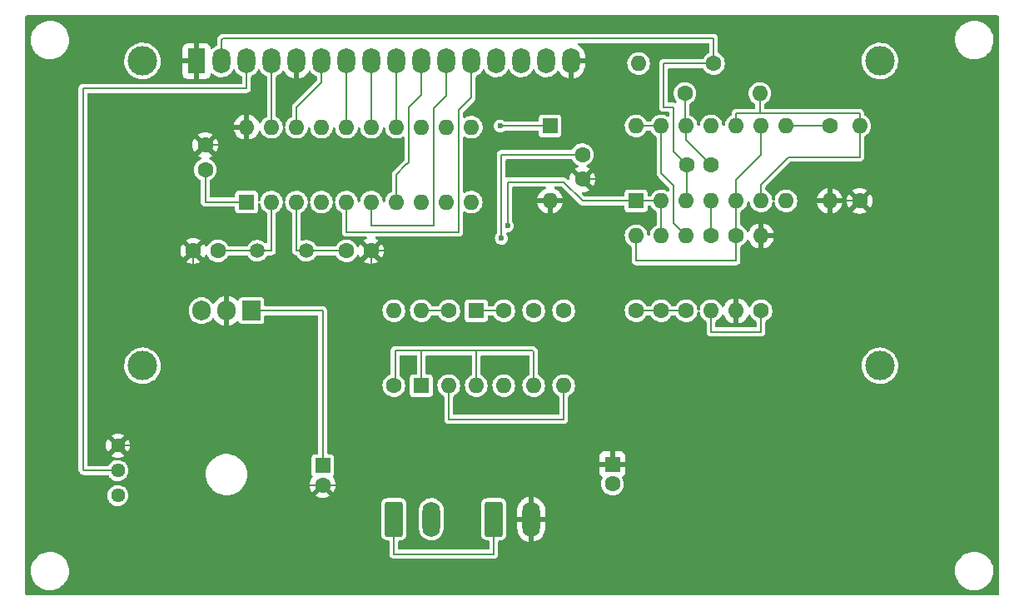
<source format=gbl>
G04 #@! TF.GenerationSoftware,KiCad,Pcbnew,(6.0.9)*
G04 #@! TF.CreationDate,2022-11-22T09:13:48+09:00*
G04 #@! TF.ProjectId,RailcomDisplay,5261696c-636f-46d4-9469-73706c61792e,rev?*
G04 #@! TF.SameCoordinates,PX6021600PY87cda00*
G04 #@! TF.FileFunction,Copper,L2,Bot*
G04 #@! TF.FilePolarity,Positive*
%FSLAX46Y46*%
G04 Gerber Fmt 4.6, Leading zero omitted, Abs format (unit mm)*
G04 Created by KiCad (PCBNEW (6.0.9)) date 2022-11-22 09:13:48*
%MOMM*%
%LPD*%
G01*
G04 APERTURE LIST*
G04 Aperture macros list*
%AMRoundRect*
0 Rectangle with rounded corners*
0 $1 Rounding radius*
0 $2 $3 $4 $5 $6 $7 $8 $9 X,Y pos of 4 corners*
0 Add a 4 corners polygon primitive as box body*
4,1,4,$2,$3,$4,$5,$6,$7,$8,$9,$2,$3,0*
0 Add four circle primitives for the rounded corners*
1,1,$1+$1,$2,$3*
1,1,$1+$1,$4,$5*
1,1,$1+$1,$6,$7*
1,1,$1+$1,$8,$9*
0 Add four rect primitives between the rounded corners*
20,1,$1+$1,$2,$3,$4,$5,0*
20,1,$1+$1,$4,$5,$6,$7,0*
20,1,$1+$1,$6,$7,$8,$9,0*
20,1,$1+$1,$8,$9,$2,$3,0*%
G04 Aperture macros list end*
G04 #@! TA.AperFunction,ComponentPad*
%ADD10C,1.600000*%
G04 #@! TD*
G04 #@! TA.AperFunction,ComponentPad*
%ADD11R,1.600000X1.600000*%
G04 #@! TD*
G04 #@! TA.AperFunction,ComponentPad*
%ADD12O,1.600000X1.600000*%
G04 #@! TD*
G04 #@! TA.AperFunction,ComponentPad*
%ADD13RoundRect,0.250000X-0.650000X-1.550000X0.650000X-1.550000X0.650000X1.550000X-0.650000X1.550000X0*%
G04 #@! TD*
G04 #@! TA.AperFunction,ComponentPad*
%ADD14O,1.800000X3.600000*%
G04 #@! TD*
G04 #@! TA.AperFunction,ComponentPad*
%ADD15C,1.440000*%
G04 #@! TD*
G04 #@! TA.AperFunction,ComponentPad*
%ADD16C,1.500000*%
G04 #@! TD*
G04 #@! TA.AperFunction,ComponentPad*
%ADD17R,1.905000X2.000000*%
G04 #@! TD*
G04 #@! TA.AperFunction,ComponentPad*
%ADD18O,1.905000X2.000000*%
G04 #@! TD*
G04 #@! TA.AperFunction,ComponentPad*
%ADD19C,3.000000*%
G04 #@! TD*
G04 #@! TA.AperFunction,ComponentPad*
%ADD20R,1.800000X2.600000*%
G04 #@! TD*
G04 #@! TA.AperFunction,ComponentPad*
%ADD21O,1.800000X2.600000*%
G04 #@! TD*
G04 #@! TA.AperFunction,ViaPad*
%ADD22C,0.600000*%
G04 #@! TD*
G04 #@! TA.AperFunction,Conductor*
%ADD23C,0.200000*%
G04 #@! TD*
G04 APERTURE END LIST*
D10*
X18796000Y43815000D03*
X18796000Y46315000D03*
X70231000Y44323000D03*
X67731000Y44323000D03*
X33147000Y35560000D03*
X35647000Y35560000D03*
D11*
X62611000Y40640000D03*
D12*
X65151000Y40640000D03*
X67691000Y40640000D03*
X70231000Y40640000D03*
X72771000Y40640000D03*
X75311000Y40640000D03*
X77851000Y40640000D03*
X77851000Y48260000D03*
X75311000Y48260000D03*
X72771000Y48260000D03*
X70231000Y48260000D03*
X67691000Y48260000D03*
X65151000Y48260000D03*
X62611000Y48260000D03*
D13*
X37973000Y8255000D03*
D14*
X41783000Y8255000D03*
D13*
X48133000Y8255000D03*
D14*
X51943000Y8255000D03*
D15*
X9906000Y15748000D03*
X9906000Y13208000D03*
X9906000Y10668000D03*
D16*
X29083000Y35560000D03*
X24083000Y35560000D03*
D11*
X22987000Y40513000D03*
D12*
X25527000Y40513000D03*
X28067000Y40513000D03*
X30607000Y40513000D03*
X33147000Y40513000D03*
X35687000Y40513000D03*
X38227000Y40513000D03*
X40767000Y40513000D03*
X43307000Y40513000D03*
X45847000Y40513000D03*
X45847000Y48133000D03*
X43307000Y48133000D03*
X40767000Y48133000D03*
X38227000Y48133000D03*
X35687000Y48133000D03*
X33147000Y48133000D03*
X30607000Y48133000D03*
X28067000Y48133000D03*
X25527000Y48133000D03*
X22987000Y48133000D03*
D11*
X53848000Y48260000D03*
D12*
X53848000Y40640000D03*
D10*
X57150000Y45339000D03*
X57150000Y42839000D03*
D11*
X60198000Y13843000D03*
D10*
X60198000Y11843000D03*
X20066000Y35560000D03*
X17566000Y35560000D03*
D11*
X40767000Y21844000D03*
D12*
X40767000Y29464000D03*
D10*
X70485000Y54610000D03*
D12*
X62865000Y54610000D03*
D10*
X75311000Y29464000D03*
D12*
X75311000Y37084000D03*
D10*
X70231000Y37084000D03*
D12*
X70231000Y29464000D03*
D10*
X49149000Y29464000D03*
D12*
X49149000Y21844000D03*
D10*
X43561000Y29464000D03*
D12*
X43561000Y21844000D03*
D10*
X62611000Y29464000D03*
D12*
X62611000Y37084000D03*
D10*
X67564000Y51562000D03*
D12*
X75184000Y51562000D03*
D10*
X72771000Y37084000D03*
D12*
X72771000Y29464000D03*
D10*
X65151000Y29464000D03*
D12*
X65151000Y37084000D03*
D10*
X37973000Y21844000D03*
D12*
X37973000Y29464000D03*
D10*
X82296000Y48260000D03*
D12*
X82296000Y40640000D03*
D10*
X67691000Y29464000D03*
D12*
X67691000Y37084000D03*
D10*
X55245000Y29464000D03*
D12*
X55245000Y21844000D03*
D17*
X23495000Y29464000D03*
D18*
X20955000Y29464000D03*
X18415000Y29464000D03*
D19*
X12407900Y54864000D03*
X87406480Y23863300D03*
X12407900Y23863300D03*
X87407000Y54864000D03*
D20*
X17907000Y54864000D03*
D21*
X20447000Y54864000D03*
X22987000Y54864000D03*
X25527000Y54864000D03*
X28067000Y54864000D03*
X30607000Y54864000D03*
X33147000Y54864000D03*
X35687000Y54864000D03*
X38227000Y54864000D03*
X40767000Y54864000D03*
X43307000Y54864000D03*
X45847000Y54864000D03*
X48387000Y54864000D03*
X50927000Y54864000D03*
X53467000Y54864000D03*
X56007000Y54864000D03*
D10*
X52197000Y29464000D03*
D12*
X52197000Y21844000D03*
D11*
X30734000Y13716000D03*
D10*
X30734000Y11716000D03*
X85344000Y40640000D03*
D12*
X85344000Y48260000D03*
D11*
X46355000Y29464000D03*
D12*
X46355000Y21844000D03*
D22*
X44958000Y16256000D03*
X81026000Y33528000D03*
X14478000Y48260000D03*
X80899000Y54737000D03*
X44958000Y33528000D03*
X48768000Y48260000D03*
X48895000Y36830000D03*
X49530000Y38100000D03*
D23*
X31020000Y11430000D02*
X30734000Y11716000D01*
X17566000Y32599000D02*
X17780000Y32385000D01*
X51943000Y13843000D02*
X35052000Y13843000D01*
X82169000Y37084000D02*
X82296000Y37211000D01*
X16510000Y27305000D02*
X16510000Y15875000D01*
X56007000Y54864000D02*
X56007000Y50292000D01*
X78105000Y16256000D02*
X78105000Y31750000D01*
X27337000Y11716000D02*
X27305000Y11748000D01*
X27305000Y27305000D02*
X20955000Y27305000D01*
X56007000Y50292000D02*
X56134000Y50165000D01*
X59055000Y50165000D02*
X59055000Y42799000D01*
X35647000Y32472000D02*
X35560000Y32385000D01*
X9906000Y15748000D02*
X16383000Y15748000D01*
X20955000Y27305000D02*
X16510000Y27305000D01*
X20955000Y27305000D02*
X20955000Y29464000D01*
X72771000Y31750000D02*
X75184000Y31750000D01*
X72390000Y29845000D02*
X72771000Y29464000D01*
X17780000Y32385000D02*
X35560000Y32385000D01*
X82296000Y37211000D02*
X82296000Y40640000D01*
X78105000Y13843000D02*
X77851000Y13843000D01*
X75311000Y37084000D02*
X82169000Y37084000D01*
X72771000Y29464000D02*
X72771000Y31750000D01*
X17566000Y35560000D02*
X17566000Y32599000D01*
X20955000Y29464000D02*
X20955000Y32385000D01*
X60198000Y13843000D02*
X77851000Y13843000D01*
X35647000Y35560000D02*
X35647000Y32472000D01*
X75311000Y37084000D02*
X75311000Y31877000D01*
X57150000Y42839000D02*
X59015000Y42839000D01*
X78105000Y31750000D02*
X75184000Y31750000D01*
X82296000Y40640000D02*
X85344000Y40640000D01*
X75311000Y31877000D02*
X75184000Y31750000D01*
X30734000Y11716000D02*
X35020000Y11716000D01*
X18836000Y46355000D02*
X18796000Y46315000D01*
X53848000Y35560000D02*
X53848000Y40640000D01*
X35647000Y35560000D02*
X53848000Y35560000D01*
X10033000Y15875000D02*
X9906000Y15748000D01*
X51943000Y13843000D02*
X60198000Y13843000D01*
X22987000Y46355000D02*
X18836000Y46355000D01*
X35560000Y35473000D02*
X35647000Y35560000D01*
X51943000Y8255000D02*
X51943000Y13843000D01*
X56134000Y50165000D02*
X59055000Y50165000D01*
X77851000Y13843000D02*
X77978000Y13843000D01*
X22987000Y48133000D02*
X22987000Y46355000D01*
X16383000Y15748000D02*
X16510000Y15875000D01*
X27305000Y11748000D02*
X27305000Y27305000D01*
X35020000Y11716000D02*
X35052000Y11748000D01*
X59015000Y42839000D02*
X59055000Y42799000D01*
X35052000Y11748000D02*
X35052000Y13843000D01*
X30734000Y11716000D02*
X27337000Y11716000D01*
X78105000Y13970000D02*
X78105000Y16256000D01*
X78105000Y16256000D02*
X78105000Y13843000D01*
X57444000Y42545000D02*
X57150000Y42839000D01*
X66421000Y50165000D02*
X66421000Y45633000D01*
X18796000Y43815000D02*
X18796000Y40513000D01*
X65151000Y29464000D02*
X67691000Y29464000D01*
X20447000Y57023000D02*
X20574000Y57150000D01*
X70485000Y54610000D02*
X65405000Y54610000D01*
X65405000Y50165000D02*
X66421000Y50165000D01*
X20447000Y54864000D02*
X20447000Y57023000D01*
X70485000Y54610000D02*
X70485000Y57150000D01*
X67731000Y44323000D02*
X67731000Y40680000D01*
X67731000Y40680000D02*
X67691000Y40640000D01*
X20574000Y57150000D02*
X70485000Y57150000D01*
X65405000Y54610000D02*
X65405000Y50165000D01*
X66421000Y45633000D02*
X67731000Y44323000D01*
X62611000Y29464000D02*
X65151000Y29464000D01*
X18796000Y40513000D02*
X22987000Y40513000D01*
X67691000Y46863000D02*
X70231000Y44323000D01*
X67564000Y51562000D02*
X67564000Y48387000D01*
X67564000Y48387000D02*
X67691000Y48260000D01*
X53848000Y48260000D02*
X48768000Y48260000D01*
X67691000Y48260000D02*
X67691000Y46863000D01*
X30734000Y29464000D02*
X23495000Y29464000D01*
X30734000Y13716000D02*
X30734000Y29464000D01*
X55245000Y21844000D02*
X55245000Y21590000D01*
X55245000Y21844000D02*
X55245000Y18415000D01*
X43815000Y21590000D02*
X43561000Y21844000D01*
X43561000Y18415000D02*
X44323000Y18415000D01*
X55245000Y18415000D02*
X44323000Y18415000D01*
X44323000Y18415000D02*
X43815000Y18415000D01*
X43561000Y21844000D02*
X43561000Y18415000D01*
X28067000Y40513000D02*
X28067000Y35560000D01*
X27940000Y40386000D02*
X28067000Y40513000D01*
X29083000Y35560000D02*
X33147000Y35560000D01*
X29083000Y35560000D02*
X28067000Y35560000D01*
X20066000Y35560000D02*
X24083000Y35560000D01*
X25527000Y40513000D02*
X25527000Y35560000D01*
X25400000Y40386000D02*
X25527000Y40513000D01*
X25527000Y35560000D02*
X24083000Y35560000D01*
X65151000Y43434000D02*
X66421000Y42164000D01*
X65151000Y48260000D02*
X65151000Y43434000D01*
X67691000Y37084000D02*
X66421000Y38354000D01*
X65405000Y48006000D02*
X65151000Y48260000D01*
X48895000Y36830000D02*
X48895000Y45339000D01*
X57150000Y45339000D02*
X48895000Y45339000D01*
X66421000Y38354000D02*
X66421000Y42164000D01*
X56769000Y45720000D02*
X57150000Y45339000D01*
X62611000Y48260000D02*
X65151000Y48260000D01*
X46355000Y29464000D02*
X49149000Y29464000D01*
X40767000Y21844000D02*
X40767000Y25400000D01*
X48260000Y8128000D02*
X48133000Y8255000D01*
X52197000Y21844000D02*
X52197000Y25273000D01*
X46355000Y21844000D02*
X46355000Y25400000D01*
X48133000Y8255000D02*
X48133000Y4699000D01*
X52197000Y25273000D02*
X52070000Y25400000D01*
X38100000Y21971000D02*
X37973000Y21844000D01*
X52070000Y25400000D02*
X40767000Y25400000D01*
X37973000Y4699000D02*
X37973000Y8255000D01*
X38100000Y25400000D02*
X38100000Y21971000D01*
X40767000Y25400000D02*
X38100000Y25400000D01*
X48133000Y4699000D02*
X37973000Y4699000D01*
X40767000Y29464000D02*
X43561000Y29464000D01*
X62865000Y40640000D02*
X65151000Y40640000D01*
X57150000Y40640000D02*
X62611000Y40640000D01*
X62611000Y40640000D02*
X62865000Y40640000D01*
X65151000Y40640000D02*
X65151000Y37084000D01*
X49530000Y38100000D02*
X49530000Y42545000D01*
X49530000Y42545000D02*
X55245000Y42545000D01*
X55245000Y42545000D02*
X57150000Y40640000D01*
X38227000Y48133000D02*
X38227000Y54864000D01*
X33147000Y40513000D02*
X33147000Y37465000D01*
X44577000Y49911000D02*
X44577000Y37465000D01*
X33020000Y40386000D02*
X33147000Y40513000D01*
X45847000Y54864000D02*
X45847000Y51181000D01*
X45847000Y51181000D02*
X44577000Y49911000D01*
X44577000Y37465000D02*
X33147000Y37465000D01*
X35687000Y48133000D02*
X35687000Y54864000D01*
X35560000Y40386000D02*
X35687000Y40513000D01*
X43307000Y51308000D02*
X42037000Y50038000D01*
X42037000Y38100000D02*
X41783000Y38100000D01*
X41868998Y38100000D02*
X41783000Y38100000D01*
X43307000Y54864000D02*
X43307000Y51308000D01*
X41783000Y38100000D02*
X35687000Y38100000D01*
X35687000Y40513000D02*
X35687000Y38100000D01*
X42037000Y50038000D02*
X42037000Y38100000D01*
X33147000Y48133000D02*
X33147000Y54864000D01*
X40767000Y51435000D02*
X39497000Y50165000D01*
X39497000Y44577000D02*
X39179500Y44259500D01*
X38227000Y43307000D02*
X38227000Y40513000D01*
X39370000Y44450000D02*
X39179500Y44259500D01*
X40767000Y54864000D02*
X40767000Y51435000D01*
X39497000Y50165000D02*
X39497000Y44577000D01*
X39179500Y44259500D02*
X38227000Y43307000D01*
X30607000Y52705000D02*
X28067000Y50165000D01*
X30480000Y54737000D02*
X30607000Y54864000D01*
X30607000Y54864000D02*
X30607000Y52705000D01*
X28067000Y50165000D02*
X28067000Y49149000D01*
X28067000Y48133000D02*
X28067000Y49149000D01*
X28067000Y49149000D02*
X28067000Y49403000D01*
X25527000Y48133000D02*
X25527000Y54864000D01*
X82296000Y48260000D02*
X82550000Y48260000D01*
X82550000Y48260000D02*
X77851000Y48260000D01*
X72771000Y40386000D02*
X72771000Y37084000D01*
X72517000Y40894000D02*
X72771000Y40640000D01*
X72771000Y34544000D02*
X62611000Y34544000D01*
X75311000Y48260000D02*
X75311000Y45339000D01*
X62611000Y37084000D02*
X62611000Y34544000D01*
X72771000Y37084000D02*
X72771000Y34544000D01*
X72771000Y40640000D02*
X72771000Y42799000D01*
X73025000Y36830000D02*
X72771000Y37084000D01*
X72771000Y40640000D02*
X72771000Y40386000D01*
X75311000Y45339000D02*
X72771000Y42799000D01*
X73152000Y49530000D02*
X73406000Y49530000D01*
X74930000Y51308000D02*
X75184000Y51562000D01*
X85344000Y49530000D02*
X84836000Y49530000D01*
X75311000Y40640000D02*
X75311000Y42291000D01*
X75184000Y51562000D02*
X75184000Y49530000D01*
X85344000Y48260000D02*
X85090000Y48260000D01*
X85090000Y49530000D02*
X84836000Y49530000D01*
X85344000Y48260000D02*
X85344000Y49530000D01*
X84836000Y45085000D02*
X85090000Y45085000D01*
X75184000Y49530000D02*
X73406000Y49530000D01*
X85090000Y48006000D02*
X85344000Y48260000D01*
X72771000Y49530000D02*
X73406000Y49530000D01*
X78105000Y45085000D02*
X84836000Y45085000D01*
X84836000Y49530000D02*
X75184000Y49530000D01*
X85344000Y45085000D02*
X84836000Y45085000D01*
X72771000Y48260000D02*
X72771000Y49530000D01*
X75311000Y42291000D02*
X78105000Y45085000D01*
X85344000Y48260000D02*
X85344000Y45085000D01*
X70231000Y40640000D02*
X70231000Y37084000D01*
X70231000Y29464000D02*
X70231000Y27305000D01*
X75311000Y29464000D02*
X75311000Y27305000D01*
X70485000Y29210000D02*
X70231000Y29464000D01*
X70231000Y27305000D02*
X75311000Y27305000D01*
X22987000Y52070000D02*
X22606000Y52070000D01*
X22606000Y52070000D02*
X22860000Y52070000D01*
X22860000Y54737000D02*
X22987000Y54864000D01*
X6350000Y13335000D02*
X6350000Y52070000D01*
X22987000Y54864000D02*
X22987000Y52070000D01*
X9906000Y13208000D02*
X6477000Y13208000D01*
X6477000Y13208000D02*
X6350000Y13335000D01*
X6350000Y52070000D02*
X22606000Y52070000D01*
G04 #@! TA.AperFunction,Conductor*
G36*
X99442121Y59479998D02*
G01*
X99488614Y59426342D01*
X99500000Y59374000D01*
X99500000Y626000D01*
X99479998Y557879D01*
X99426342Y511386D01*
X99374000Y500000D01*
X626000Y500000D01*
X557879Y520002D01*
X511386Y573658D01*
X500000Y626000D01*
X500000Y3030715D01*
X1044759Y3030715D01*
X1045003Y3026280D01*
X1045003Y3026276D01*
X1048384Y2964853D01*
X1059938Y2754913D01*
X1113825Y2484001D01*
X1205347Y2223384D01*
X1332678Y1978263D01*
X1335261Y1974648D01*
X1335265Y1974642D01*
X1372272Y1922856D01*
X1493275Y1753529D01*
X1683936Y1553665D01*
X1687431Y1550909D01*
X1687433Y1550908D01*
X1735469Y1513040D01*
X1900856Y1382659D01*
X1962559Y1346819D01*
X2135853Y1246161D01*
X2135859Y1246158D01*
X2139707Y1243923D01*
X2395723Y1140226D01*
X2400036Y1139155D01*
X2400041Y1139153D01*
X2659475Y1074709D01*
X2659480Y1074708D01*
X2663796Y1073636D01*
X2668224Y1073182D01*
X2668226Y1073182D01*
X2743339Y1065486D01*
X2899370Y1049500D01*
X3070362Y1049500D01*
X3275530Y1064027D01*
X3279885Y1064965D01*
X3279888Y1064965D01*
X3541215Y1121227D01*
X3541217Y1121227D01*
X3545562Y1122163D01*
X3804709Y1217767D01*
X3853185Y1243923D01*
X4043884Y1346819D01*
X4047800Y1348932D01*
X4269984Y1513040D01*
X4466829Y1706817D01*
X4634406Y1926396D01*
X4769373Y2167396D01*
X4869036Y2425009D01*
X4931407Y2694095D01*
X4955241Y2969285D01*
X4954997Y2973724D01*
X4951860Y3030715D01*
X95044759Y3030715D01*
X95045003Y3026280D01*
X95045003Y3026276D01*
X95048384Y2964853D01*
X95059938Y2754913D01*
X95113825Y2484001D01*
X95205347Y2223384D01*
X95332678Y1978263D01*
X95335261Y1974648D01*
X95335265Y1974642D01*
X95372272Y1922856D01*
X95493275Y1753529D01*
X95683936Y1553665D01*
X95687431Y1550909D01*
X95687433Y1550908D01*
X95735469Y1513040D01*
X95900856Y1382659D01*
X95962559Y1346819D01*
X96135853Y1246161D01*
X96135859Y1246158D01*
X96139707Y1243923D01*
X96395723Y1140226D01*
X96400036Y1139155D01*
X96400041Y1139153D01*
X96659475Y1074709D01*
X96659480Y1074708D01*
X96663796Y1073636D01*
X96668224Y1073182D01*
X96668226Y1073182D01*
X96743339Y1065486D01*
X96899370Y1049500D01*
X97070362Y1049500D01*
X97275530Y1064027D01*
X97279885Y1064965D01*
X97279888Y1064965D01*
X97541215Y1121227D01*
X97541217Y1121227D01*
X97545562Y1122163D01*
X97804709Y1217767D01*
X97853185Y1243923D01*
X98043884Y1346819D01*
X98047800Y1348932D01*
X98269984Y1513040D01*
X98466829Y1706817D01*
X98634406Y1926396D01*
X98769373Y2167396D01*
X98869036Y2425009D01*
X98931407Y2694095D01*
X98955241Y2969285D01*
X98954997Y2973724D01*
X98940307Y3240644D01*
X98940306Y3240651D01*
X98940062Y3245087D01*
X98886175Y3515999D01*
X98794653Y3776616D01*
X98667322Y4021737D01*
X98664739Y4025352D01*
X98664735Y4025358D01*
X98509313Y4242850D01*
X98509310Y4242854D01*
X98506725Y4246471D01*
X98339000Y4422292D01*
X98319136Y4443115D01*
X98319134Y4443117D01*
X98316064Y4446335D01*
X98312567Y4449092D01*
X98102639Y4614586D01*
X98102637Y4614587D01*
X98099144Y4617341D01*
X97938159Y4710849D01*
X97864147Y4753839D01*
X97864141Y4753842D01*
X97860293Y4756077D01*
X97604277Y4859774D01*
X97599964Y4860845D01*
X97599959Y4860847D01*
X97340525Y4925291D01*
X97340520Y4925292D01*
X97336204Y4926364D01*
X97331776Y4926818D01*
X97331774Y4926818D01*
X97251573Y4935035D01*
X97100630Y4950500D01*
X96929638Y4950500D01*
X96724470Y4935973D01*
X96720115Y4935035D01*
X96720112Y4935035D01*
X96458785Y4878773D01*
X96458783Y4878773D01*
X96454438Y4877837D01*
X96195291Y4782233D01*
X96191373Y4780119D01*
X96107280Y4734745D01*
X95952200Y4651068D01*
X95730016Y4486960D01*
X95726837Y4483831D01*
X95726834Y4483828D01*
X95691548Y4449092D01*
X95533171Y4293183D01*
X95365594Y4073604D01*
X95230627Y3832604D01*
X95130964Y3574991D01*
X95068593Y3305905D01*
X95044759Y3030715D01*
X4951860Y3030715D01*
X4940307Y3240644D01*
X4940306Y3240651D01*
X4940062Y3245087D01*
X4886175Y3515999D01*
X4794653Y3776616D01*
X4667322Y4021737D01*
X4664739Y4025352D01*
X4664735Y4025358D01*
X4509313Y4242850D01*
X4509310Y4242854D01*
X4506725Y4246471D01*
X4339000Y4422292D01*
X4319136Y4443115D01*
X4319134Y4443117D01*
X4316064Y4446335D01*
X4312567Y4449092D01*
X4102639Y4614586D01*
X4102637Y4614587D01*
X4099144Y4617341D01*
X3938159Y4710849D01*
X3864147Y4753839D01*
X3864141Y4753842D01*
X3860293Y4756077D01*
X3604277Y4859774D01*
X3599964Y4860845D01*
X3599959Y4860847D01*
X3340525Y4925291D01*
X3340520Y4925292D01*
X3336204Y4926364D01*
X3331776Y4926818D01*
X3331774Y4926818D01*
X3251573Y4935035D01*
X3100630Y4950500D01*
X2929638Y4950500D01*
X2724470Y4935973D01*
X2720115Y4935035D01*
X2720112Y4935035D01*
X2458785Y4878773D01*
X2458783Y4878773D01*
X2454438Y4877837D01*
X2195291Y4782233D01*
X2191373Y4780119D01*
X2107280Y4734745D01*
X1952200Y4651068D01*
X1730016Y4486960D01*
X1726837Y4483831D01*
X1726834Y4483828D01*
X1691548Y4449092D01*
X1533171Y4293183D01*
X1365594Y4073604D01*
X1230627Y3832604D01*
X1130964Y3574991D01*
X1068593Y3305905D01*
X1044759Y3030715D01*
X500000Y3030715D01*
X500000Y10683019D01*
X8830425Y10683019D01*
X8830941Y10676875D01*
X8847409Y10480764D01*
X8847992Y10473819D01*
X8876925Y10372918D01*
X8899765Y10293266D01*
X8905858Y10272016D01*
X8908673Y10266539D01*
X8908674Y10266536D01*
X8975746Y10136028D01*
X9001819Y10085295D01*
X9005642Y10080471D01*
X9005645Y10080467D01*
X9040871Y10036024D01*
X9132221Y9920770D01*
X9136915Y9916775D01*
X9226847Y9840237D01*
X9292095Y9784706D01*
X9297473Y9781700D01*
X9297475Y9781699D01*
X9341680Y9756994D01*
X9475353Y9682287D01*
X9675014Y9617413D01*
X9883473Y9592556D01*
X9889608Y9593028D01*
X9889610Y9593028D01*
X10086648Y9608189D01*
X10086652Y9608190D01*
X10092790Y9608662D01*
X10294992Y9665118D01*
X10300496Y9667898D01*
X10300498Y9667899D01*
X10476877Y9756994D01*
X10476879Y9756995D01*
X10482378Y9759773D01*
X10590645Y9844361D01*
X36722500Y9844361D01*
X36722501Y6665640D01*
X36723039Y6661556D01*
X36723039Y6661550D01*
X36736878Y6556426D01*
X36737956Y6548238D01*
X36798464Y6402159D01*
X36894718Y6276718D01*
X37020159Y6180464D01*
X37166238Y6119956D01*
X37174426Y6118878D01*
X37279545Y6105039D01*
X37283639Y6104500D01*
X37396500Y6104500D01*
X37464621Y6084498D01*
X37511114Y6030842D01*
X37522500Y5978500D01*
X37522500Y4765055D01*
X37521161Y4753353D01*
X37521681Y4753312D01*
X37520942Y4743921D01*
X37518815Y4734745D01*
X37519480Y4725350D01*
X37519480Y4725347D01*
X37522185Y4687151D01*
X37522500Y4678252D01*
X37522500Y4665150D01*
X37523200Y4660495D01*
X37524114Y4654414D01*
X37525199Y4644582D01*
X37528383Y4599616D01*
X37531783Y4590829D01*
X37533645Y4582498D01*
X37536151Y4574351D01*
X37537551Y4565038D01*
X37541627Y4556550D01*
X37557066Y4524398D01*
X37560994Y4515321D01*
X37563840Y4507964D01*
X37577261Y4473274D01*
X37583091Y4465879D01*
X37587318Y4458468D01*
X37592115Y4451409D01*
X37596191Y4442921D01*
X37602582Y4436007D01*
X37626800Y4409807D01*
X37633221Y4402288D01*
X37655295Y4374288D01*
X37655298Y4374285D01*
X37661128Y4366890D01*
X37668874Y4361537D01*
X37675098Y4355692D01*
X37681752Y4350361D01*
X37688146Y4343444D01*
X37724736Y4322191D01*
X37727138Y4320796D01*
X37735491Y4315495D01*
X37763244Y4296314D01*
X37772569Y4289869D01*
X37781548Y4287029D01*
X37789219Y4283271D01*
X37797146Y4280132D01*
X37805287Y4275404D01*
X37814454Y4273279D01*
X37814457Y4273278D01*
X37849207Y4265224D01*
X37858749Y4262614D01*
X37901730Y4249020D01*
X37908337Y4248500D01*
X37910807Y4248500D01*
X37911599Y4248469D01*
X37918675Y4247518D01*
X37918688Y4247681D01*
X37928079Y4246942D01*
X37937255Y4244815D01*
X37946650Y4245480D01*
X37946653Y4245480D01*
X37984849Y4248185D01*
X37993748Y4248500D01*
X48066945Y4248500D01*
X48078647Y4247161D01*
X48078688Y4247681D01*
X48088079Y4246942D01*
X48097255Y4244815D01*
X48106650Y4245480D01*
X48106653Y4245480D01*
X48144849Y4248185D01*
X48153748Y4248500D01*
X48166850Y4248500D01*
X48177586Y4250114D01*
X48187418Y4251199D01*
X48188153Y4251251D01*
X48232384Y4254383D01*
X48241171Y4257783D01*
X48249502Y4259645D01*
X48257649Y4262151D01*
X48266962Y4263551D01*
X48307604Y4283067D01*
X48316679Y4286994D01*
X48349945Y4299864D01*
X48349944Y4299864D01*
X48358726Y4303261D01*
X48366121Y4309091D01*
X48373532Y4313318D01*
X48380591Y4318115D01*
X48389079Y4322191D01*
X48412071Y4343444D01*
X48422193Y4352800D01*
X48429712Y4359221D01*
X48457712Y4381295D01*
X48457715Y4381298D01*
X48465110Y4387128D01*
X48470463Y4394874D01*
X48476308Y4401098D01*
X48481639Y4407752D01*
X48488556Y4414146D01*
X48511204Y4453138D01*
X48516505Y4461491D01*
X48536777Y4490822D01*
X48536778Y4490823D01*
X48542131Y4498569D01*
X48544971Y4507548D01*
X48548729Y4515219D01*
X48551868Y4523146D01*
X48556596Y4531287D01*
X48558721Y4540454D01*
X48558722Y4540457D01*
X48566776Y4575207D01*
X48569387Y4584751D01*
X48580815Y4620885D01*
X48582980Y4627730D01*
X48583500Y4634337D01*
X48583500Y4636807D01*
X48583531Y4637599D01*
X48584482Y4644675D01*
X48584319Y4644688D01*
X48585058Y4654079D01*
X48587185Y4663255D01*
X48583815Y4710850D01*
X48583500Y4719748D01*
X48583500Y5978501D01*
X48603502Y6046622D01*
X48657158Y6093115D01*
X48709500Y6104501D01*
X48822360Y6104501D01*
X48826444Y6105039D01*
X48826450Y6105039D01*
X48931575Y6118878D01*
X48931577Y6118878D01*
X48939762Y6119956D01*
X49085841Y6180464D01*
X49211282Y6276718D01*
X49307536Y6402159D01*
X49368044Y6548238D01*
X49383500Y6665639D01*
X49383500Y7297660D01*
X50535000Y7297660D01*
X50535225Y7292351D01*
X50549660Y7122229D01*
X50551452Y7111741D01*
X50608801Y6890789D01*
X50612333Y6880761D01*
X50706085Y6672637D01*
X50711265Y6663331D01*
X50838747Y6473976D01*
X50845406Y6465693D01*
X51002971Y6300522D01*
X51010942Y6293470D01*
X51194082Y6157210D01*
X51203119Y6151606D01*
X51406606Y6048149D01*
X51416459Y6044148D01*
X51634461Y5976456D01*
X51644848Y5974172D01*
X51671043Y5970700D01*
X51685207Y5972896D01*
X51689000Y5986081D01*
X51689000Y5987718D01*
X52197000Y5987718D01*
X52200973Y5974187D01*
X52211580Y5972662D01*
X52343840Y6000413D01*
X52354037Y6003473D01*
X52566340Y6087315D01*
X52575876Y6092049D01*
X52771025Y6210468D01*
X52779618Y6216734D01*
X52952027Y6366342D01*
X52959447Y6373972D01*
X53104180Y6550488D01*
X53110206Y6559255D01*
X53223129Y6757633D01*
X53227595Y6767297D01*
X53305481Y6981868D01*
X53308251Y6992135D01*
X53349081Y7217932D01*
X53350016Y7226162D01*
X53350930Y7245550D01*
X53351000Y7248526D01*
X53351000Y7982885D01*
X53346525Y7998124D01*
X53345135Y7999329D01*
X53337452Y8001000D01*
X52215115Y8001000D01*
X52199876Y7996525D01*
X52198671Y7995135D01*
X52197000Y7987452D01*
X52197000Y5987718D01*
X51689000Y5987718D01*
X51689000Y7982885D01*
X51684525Y7998124D01*
X51683135Y7999329D01*
X51675452Y8001000D01*
X50553115Y8001000D01*
X50537876Y7996525D01*
X50536671Y7995135D01*
X50535000Y7987452D01*
X50535000Y7297660D01*
X49383500Y7297660D01*
X49383499Y8527115D01*
X50535000Y8527115D01*
X50539475Y8511876D01*
X50540865Y8510671D01*
X50548548Y8509000D01*
X51670885Y8509000D01*
X51686124Y8513475D01*
X51687329Y8514865D01*
X51689000Y8522548D01*
X51689000Y8527115D01*
X52197000Y8527115D01*
X52201475Y8511876D01*
X52202865Y8510671D01*
X52210548Y8509000D01*
X53332885Y8509000D01*
X53348124Y8513475D01*
X53349329Y8514865D01*
X53351000Y8522548D01*
X53351000Y9212340D01*
X53350775Y9217649D01*
X53336340Y9387771D01*
X53334548Y9398259D01*
X53277199Y9619211D01*
X53273667Y9629239D01*
X53179915Y9837363D01*
X53174735Y9846669D01*
X53047253Y10036024D01*
X53040594Y10044307D01*
X52883029Y10209478D01*
X52875058Y10216530D01*
X52691918Y10352790D01*
X52682881Y10358394D01*
X52479394Y10461851D01*
X52469541Y10465852D01*
X52251539Y10533544D01*
X52241152Y10535828D01*
X52214957Y10539300D01*
X52200793Y10537104D01*
X52197000Y10523919D01*
X52197000Y8527115D01*
X51689000Y8527115D01*
X51689000Y10522282D01*
X51685027Y10535813D01*
X51674420Y10537338D01*
X51542160Y10509587D01*
X51531963Y10506527D01*
X51319660Y10422685D01*
X51310124Y10417951D01*
X51114975Y10299532D01*
X51106382Y10293266D01*
X50933973Y10143658D01*
X50926553Y10136028D01*
X50781820Y9959512D01*
X50775794Y9950745D01*
X50662871Y9752367D01*
X50658405Y9742703D01*
X50580519Y9528132D01*
X50577749Y9517865D01*
X50536919Y9292068D01*
X50535984Y9283838D01*
X50535070Y9264450D01*
X50535000Y9261474D01*
X50535000Y8527115D01*
X49383499Y8527115D01*
X49383499Y9844360D01*
X49377620Y9889023D01*
X49369122Y9953575D01*
X49369122Y9953577D01*
X49368044Y9961762D01*
X49307536Y10107841D01*
X49211282Y10233282D01*
X49085841Y10329536D01*
X48939762Y10390044D01*
X48931574Y10391122D01*
X48826448Y10404962D01*
X48826447Y10404962D01*
X48822361Y10405500D01*
X48133084Y10405500D01*
X47443640Y10405499D01*
X47439556Y10404961D01*
X47439550Y10404961D01*
X47334425Y10391122D01*
X47334423Y10391122D01*
X47326238Y10390044D01*
X47180159Y10329536D01*
X47054718Y10233282D01*
X46958464Y10107841D01*
X46897956Y9961762D01*
X46882500Y9844361D01*
X46882501Y6665640D01*
X46883039Y6661556D01*
X46883039Y6661550D01*
X46896878Y6556426D01*
X46897956Y6548238D01*
X46958464Y6402159D01*
X47054718Y6276718D01*
X47180159Y6180464D01*
X47326238Y6119956D01*
X47334426Y6118878D01*
X47439545Y6105039D01*
X47443639Y6104500D01*
X47556500Y6104500D01*
X47624621Y6084498D01*
X47671114Y6030842D01*
X47682500Y5978500D01*
X47682500Y5275500D01*
X47662498Y5207379D01*
X47608842Y5160886D01*
X47556500Y5149500D01*
X38549500Y5149500D01*
X38481379Y5169502D01*
X38434886Y5223158D01*
X38423500Y5275500D01*
X38423500Y5978501D01*
X38443502Y6046622D01*
X38497158Y6093115D01*
X38549500Y6104501D01*
X38662360Y6104501D01*
X38666444Y6105039D01*
X38666450Y6105039D01*
X38771575Y6118878D01*
X38771577Y6118878D01*
X38779762Y6119956D01*
X38925841Y6180464D01*
X39051282Y6276718D01*
X39147536Y6402159D01*
X39208044Y6548238D01*
X39223500Y6665639D01*
X39223500Y7298370D01*
X40532500Y7298370D01*
X40532749Y7295583D01*
X40532749Y7295577D01*
X40535431Y7265526D01*
X40547289Y7132661D01*
X40548770Y7127247D01*
X40548771Y7127242D01*
X40553012Y7111741D01*
X40606192Y6917349D01*
X40608604Y6912291D01*
X40608606Y6912287D01*
X40654242Y6816610D01*
X40702292Y6715871D01*
X40740046Y6663331D01*
X40828231Y6540609D01*
X40832552Y6534595D01*
X40992854Y6379251D01*
X41178132Y6254750D01*
X41382529Y6165026D01*
X41387977Y6163718D01*
X41387983Y6163716D01*
X41594128Y6114225D01*
X41594129Y6114225D01*
X41599585Y6112915D01*
X41683803Y6108059D01*
X41816831Y6100389D01*
X41816834Y6100389D01*
X41822438Y6100066D01*
X42044044Y6126883D01*
X42257400Y6192519D01*
X42455759Y6294901D01*
X42460201Y6298310D01*
X42460205Y6298312D01*
X42628410Y6427380D01*
X42632854Y6430790D01*
X42783086Y6595893D01*
X42901707Y6784990D01*
X42984966Y6992105D01*
X43030233Y7210690D01*
X43033500Y7267349D01*
X43033500Y9211630D01*
X43030732Y9242651D01*
X43026321Y9292068D01*
X43018711Y9377339D01*
X43015858Y9387771D01*
X42961288Y9587240D01*
X42959808Y9592651D01*
X42952172Y9608662D01*
X42896676Y9725010D01*
X42863708Y9794129D01*
X42737770Y9969390D01*
X42736724Y9970846D01*
X42733448Y9975405D01*
X42573146Y10130749D01*
X42387868Y10255250D01*
X42183471Y10344974D01*
X42178023Y10346282D01*
X42178017Y10346284D01*
X41971872Y10395775D01*
X41971871Y10395775D01*
X41966415Y10397085D01*
X41882197Y10401941D01*
X41749169Y10409611D01*
X41749166Y10409611D01*
X41743562Y10409934D01*
X41521956Y10383117D01*
X41308600Y10317481D01*
X41110241Y10215099D01*
X41105799Y10211690D01*
X41105795Y10211688D01*
X41000313Y10130749D01*
X40933146Y10079210D01*
X40782914Y9914107D01*
X40664293Y9725010D01*
X40581034Y9517895D01*
X40535767Y9299310D01*
X40532500Y9242651D01*
X40532500Y7298370D01*
X39223500Y7298370D01*
X39223499Y9844360D01*
X39217620Y9889023D01*
X39209122Y9953575D01*
X39209122Y9953577D01*
X39208044Y9961762D01*
X39147536Y10107841D01*
X39051282Y10233282D01*
X38925841Y10329536D01*
X38779762Y10390044D01*
X38771574Y10391122D01*
X38666448Y10404962D01*
X38666447Y10404962D01*
X38662361Y10405500D01*
X37973084Y10405500D01*
X37283640Y10405499D01*
X37279556Y10404961D01*
X37279550Y10404961D01*
X37174425Y10391122D01*
X37174423Y10391122D01*
X37166238Y10390044D01*
X37020159Y10329536D01*
X36894718Y10233282D01*
X36798464Y10107841D01*
X36737956Y9961762D01*
X36722500Y9844361D01*
X10590645Y9844361D01*
X10647810Y9889023D01*
X10651836Y9893687D01*
X10780957Y10043275D01*
X10780958Y10043277D01*
X10784986Y10047943D01*
X10888683Y10230482D01*
X10954949Y10429685D01*
X10961875Y10484510D01*
X10980247Y10629938D01*
X30012493Y10629938D01*
X30021789Y10617923D01*
X30072994Y10582069D01*
X30082489Y10576586D01*
X30279947Y10484510D01*
X30290239Y10480764D01*
X30500688Y10424375D01*
X30511481Y10422472D01*
X30728525Y10403483D01*
X30739475Y10403483D01*
X30956519Y10422472D01*
X30967312Y10424375D01*
X31177761Y10480764D01*
X31188053Y10484510D01*
X31385511Y10576586D01*
X31395006Y10582069D01*
X31447048Y10618509D01*
X31455424Y10628988D01*
X31448356Y10642434D01*
X30746812Y11343978D01*
X30732868Y11351592D01*
X30731035Y11351461D01*
X30724420Y11347210D01*
X30018923Y10641713D01*
X30012493Y10629938D01*
X10980247Y10629938D01*
X10980819Y10634462D01*
X10980820Y10634471D01*
X10981261Y10637965D01*
X10981680Y10668000D01*
X10961194Y10876934D01*
X10900516Y11077910D01*
X10894842Y11088582D01*
X10804853Y11257826D01*
X10804851Y11257828D01*
X10801957Y11263272D01*
X10729925Y11351592D01*
X10673166Y11421186D01*
X10673163Y11421189D01*
X10669271Y11425961D01*
X10662185Y11431823D01*
X10512263Y11555850D01*
X10512259Y11555852D01*
X10507513Y11559779D01*
X10322843Y11659630D01*
X10122295Y11721710D01*
X10116170Y11722354D01*
X10116169Y11722354D01*
X9919638Y11743010D01*
X9919637Y11743010D01*
X9913510Y11743654D01*
X9825999Y11735690D01*
X9710577Y11725186D01*
X9710574Y11725185D01*
X9704438Y11724627D01*
X9698532Y11722889D01*
X9698528Y11722888D01*
X9551565Y11679634D01*
X9503043Y11665353D01*
X9495581Y11661452D01*
X9326904Y11573270D01*
X9316997Y11568091D01*
X9153386Y11436544D01*
X9018442Y11275724D01*
X9015478Y11270332D01*
X9015475Y11270328D01*
X8920964Y11098413D01*
X8917304Y11091755D01*
X8853826Y10891646D01*
X8853140Y10885529D01*
X8853139Y10885525D01*
X8833073Y10706625D01*
X8830425Y10683019D01*
X500000Y10683019D01*
X500000Y13320690D01*
X5894636Y13320690D01*
X5896328Y13311426D01*
X5896328Y13311425D01*
X5905172Y13262999D01*
X5905822Y13259096D01*
X5914551Y13201038D01*
X5917679Y13194525D01*
X5918975Y13187427D01*
X5946025Y13135353D01*
X5947768Y13131863D01*
X5973191Y13078921D01*
X5978077Y13073635D01*
X5978110Y13073587D01*
X5981421Y13067212D01*
X5985725Y13062172D01*
X6022952Y13024945D01*
X6026381Y13021380D01*
X6065146Y12979444D01*
X6071505Y12975751D01*
X6077663Y12970234D01*
X6134247Y12913650D01*
X6144101Y12902561D01*
X6159293Y12883291D01*
X6165128Y12875890D01*
X6172875Y12870535D01*
X6172877Y12870534D01*
X6213375Y12842545D01*
X6216597Y12840243D01*
X6239165Y12823574D01*
X6263816Y12805366D01*
X6270632Y12802973D01*
X6276569Y12798869D01*
X6285549Y12796029D01*
X6285551Y12796028D01*
X6305717Y12789650D01*
X6332519Y12781174D01*
X6336250Y12779929D01*
X6382737Y12763604D01*
X6382739Y12763604D01*
X6391631Y12760481D01*
X6398819Y12760199D01*
X6398878Y12760188D01*
X6405730Y12758020D01*
X6412337Y12757500D01*
X6465016Y12757500D01*
X6469962Y12757403D01*
X6526994Y12755162D01*
X6534100Y12757046D01*
X6542347Y12757500D01*
X8856964Y12757500D01*
X8925085Y12737498D01*
X8969031Y12689094D01*
X9001819Y12625295D01*
X9005642Y12620471D01*
X9005645Y12620467D01*
X9049212Y12565500D01*
X9132221Y12460770D01*
X9136915Y12456775D01*
X9241800Y12367511D01*
X9292095Y12324706D01*
X9297473Y12321700D01*
X9297475Y12321699D01*
X9341680Y12296994D01*
X9475353Y12222287D01*
X9675014Y12157413D01*
X9883473Y12132556D01*
X9889608Y12133028D01*
X9889610Y12133028D01*
X10086648Y12148189D01*
X10086652Y12148190D01*
X10092790Y12148662D01*
X10294992Y12205118D01*
X10300496Y12207898D01*
X10300498Y12207899D01*
X10476877Y12296994D01*
X10476879Y12296995D01*
X10482378Y12299773D01*
X10647810Y12429023D01*
X10687187Y12474642D01*
X10780957Y12583275D01*
X10780958Y12583277D01*
X10784986Y12587943D01*
X10888683Y12770482D01*
X10907167Y12826047D01*
X18849707Y12826047D01*
X18866194Y12540122D01*
X18867019Y12535917D01*
X18867020Y12535909D01*
X18888735Y12425229D01*
X18921332Y12259080D01*
X18922719Y12255030D01*
X18922720Y12255025D01*
X19012713Y11992178D01*
X19014102Y11988122D01*
X19039050Y11938519D01*
X19137338Y11743095D01*
X19142787Y11732260D01*
X19145213Y11728731D01*
X19145216Y11728725D01*
X19261330Y11559779D01*
X19305006Y11496230D01*
X19497756Y11284400D01*
X19717472Y11100689D01*
X19721098Y11098414D01*
X19721100Y11098413D01*
X19731714Y11091755D01*
X19960088Y10948497D01*
X19963990Y10946735D01*
X19963994Y10946733D01*
X20217202Y10832405D01*
X20217206Y10832403D01*
X20221114Y10830639D01*
X20225233Y10829419D01*
X20491606Y10750515D01*
X20491611Y10750514D01*
X20495719Y10749297D01*
X20499953Y10748649D01*
X20499958Y10748648D01*
X20747214Y10710813D01*
X20778824Y10705976D01*
X20924589Y10703686D01*
X21060898Y10701544D01*
X21060904Y10701544D01*
X21065189Y10701477D01*
X21069441Y10701992D01*
X21069449Y10701992D01*
X21289221Y10728589D01*
X21349514Y10735885D01*
X21353662Y10736973D01*
X21353666Y10736974D01*
X21622388Y10807472D01*
X21626539Y10808561D01*
X21630500Y10810201D01*
X21630504Y10810203D01*
X21791607Y10876934D01*
X21891138Y10918161D01*
X21931688Y10941856D01*
X22134717Y11060497D01*
X22134718Y11060497D01*
X22138415Y11062658D01*
X22363793Y11239377D01*
X22381672Y11257826D01*
X22554861Y11436544D01*
X22563102Y11445048D01*
X22565635Y11448496D01*
X22565639Y11448501D01*
X22730117Y11672411D01*
X22732655Y11675866D01*
X22761355Y11728725D01*
X22867263Y11923783D01*
X22867264Y11923785D01*
X22869313Y11927559D01*
X22970548Y12195470D01*
X22991091Y12285164D01*
X23033530Y12470462D01*
X23033531Y12470467D01*
X23034487Y12474642D01*
X23057946Y12737498D01*
X23059726Y12757442D01*
X23059726Y12757444D01*
X23059946Y12759908D01*
X23059973Y12762431D01*
X23060382Y12801516D01*
X23060382Y12801517D01*
X23060408Y12804000D01*
X23059074Y12823574D01*
X23041220Y13085460D01*
X23041219Y13085466D01*
X23040928Y13089737D01*
X22982850Y13370186D01*
X22887248Y13640158D01*
X22755891Y13894658D01*
X22753428Y13898163D01*
X22593673Y14125471D01*
X22593668Y14125477D01*
X22591209Y14128976D01*
X22467267Y14262354D01*
X22399172Y14335633D01*
X22399169Y14335636D01*
X22396251Y14338776D01*
X22392935Y14341490D01*
X22392932Y14341493D01*
X22255917Y14453638D01*
X22174623Y14520177D01*
X21930427Y14669820D01*
X21911492Y14678132D01*
X21672110Y14783214D01*
X21672106Y14783215D01*
X21668182Y14784938D01*
X21392739Y14863400D01*
X21159119Y14896649D01*
X21113448Y14903149D01*
X21113446Y14903149D01*
X21109196Y14903754D01*
X20957333Y14904549D01*
X20827086Y14905231D01*
X20827080Y14905231D01*
X20822800Y14905253D01*
X20818556Y14904694D01*
X20818552Y14904694D01*
X20694031Y14888301D01*
X20538851Y14867871D01*
X20534711Y14866738D01*
X20534709Y14866738D01*
X20480990Y14852042D01*
X20262602Y14792298D01*
X20258654Y14790614D01*
X20003117Y14681618D01*
X20003113Y14681616D01*
X19999165Y14679932D01*
X19753415Y14532854D01*
X19750064Y14530170D01*
X19750062Y14530168D01*
X19642867Y14444288D01*
X19529900Y14353785D01*
X19332755Y14146038D01*
X19165629Y13913457D01*
X19031614Y13660347D01*
X19016084Y13617910D01*
X18944698Y13422836D01*
X18933190Y13391390D01*
X18872178Y13111564D01*
X18868687Y13067212D01*
X18858727Y12940649D01*
X18849707Y12826047D01*
X10907167Y12826047D01*
X10954949Y12969685D01*
X10960914Y13016904D01*
X10980819Y13174462D01*
X10980820Y13174471D01*
X10981261Y13177965D01*
X10981680Y13208000D01*
X10961194Y13416934D01*
X10900516Y13617910D01*
X10890835Y13636117D01*
X10804853Y13797826D01*
X10804851Y13797828D01*
X10801957Y13803272D01*
X10730529Y13890851D01*
X10673166Y13961186D01*
X10673163Y13961189D01*
X10669271Y13965961D01*
X10662185Y13971823D01*
X10512263Y14095850D01*
X10512259Y14095852D01*
X10507513Y14099779D01*
X10322843Y14199630D01*
X10122295Y14261710D01*
X10116170Y14262354D01*
X10116169Y14262354D01*
X10008673Y14273652D01*
X9943016Y14300665D01*
X9904650Y14355642D01*
X9877905Y14308457D01*
X9815060Y14275425D01*
X9801657Y14273475D01*
X9754035Y14269141D01*
X9710578Y14265186D01*
X9710576Y14265186D01*
X9704438Y14264627D01*
X9698532Y14262889D01*
X9698528Y14262888D01*
X9551522Y14219621D01*
X9503043Y14205353D01*
X9497583Y14202499D01*
X9497584Y14202499D01*
X9356947Y14128976D01*
X9316997Y14108091D01*
X9153386Y13976544D01*
X9018442Y13815724D01*
X9015478Y13810332D01*
X9015475Y13810328D01*
X8967906Y13723799D01*
X8917560Y13673741D01*
X8857491Y13658500D01*
X6926500Y13658500D01*
X6858379Y13678502D01*
X6811886Y13732158D01*
X6800500Y13784500D01*
X6800500Y14719379D01*
X9241933Y14719379D01*
X9251227Y14707365D01*
X9285146Y14683615D01*
X9294641Y14678132D01*
X9479413Y14591972D01*
X9489705Y14588226D01*
X9686632Y14535460D01*
X9697424Y14533557D01*
X9801216Y14524476D01*
X9867334Y14498612D01*
X9907521Y14443114D01*
X9935765Y14490976D01*
X9999176Y14522906D01*
X10010862Y14524483D01*
X10114575Y14533557D01*
X10125368Y14535460D01*
X10322295Y14588226D01*
X10332587Y14591972D01*
X10517359Y14678132D01*
X10526854Y14683615D01*
X10561607Y14707949D01*
X10569983Y14718428D01*
X10562916Y14731873D01*
X9918811Y15375979D01*
X9904868Y15383592D01*
X9903034Y15383461D01*
X9896420Y15379210D01*
X9248360Y14731149D01*
X9241933Y14719379D01*
X6800500Y14719379D01*
X6800500Y15742525D01*
X8673788Y15742525D01*
X8691557Y15539425D01*
X8693460Y15528632D01*
X8746226Y15331705D01*
X8749972Y15321413D01*
X8836135Y15136636D01*
X8841613Y15127150D01*
X8865949Y15092393D01*
X8876428Y15084017D01*
X8889872Y15091083D01*
X9533979Y15735189D01*
X9540356Y15746868D01*
X10270408Y15746868D01*
X10270539Y15745034D01*
X10274790Y15738420D01*
X10922851Y15090360D01*
X10934621Y15083933D01*
X10946635Y15093228D01*
X10970387Y15127150D01*
X10975865Y15136636D01*
X11062028Y15321413D01*
X11065774Y15331705D01*
X11118540Y15528632D01*
X11120443Y15539425D01*
X11138212Y15742525D01*
X11138212Y15753475D01*
X11120443Y15956575D01*
X11118540Y15967368D01*
X11065774Y16164295D01*
X11062028Y16174587D01*
X10975865Y16359364D01*
X10970387Y16368850D01*
X10946051Y16403607D01*
X10935572Y16411983D01*
X10922128Y16404917D01*
X10278021Y15760811D01*
X10270408Y15746868D01*
X9540356Y15746868D01*
X9541592Y15749132D01*
X9541461Y15750966D01*
X9537210Y15757580D01*
X8889149Y16405640D01*
X8877379Y16412067D01*
X8865365Y16402772D01*
X8841613Y16368850D01*
X8836135Y16359364D01*
X8749972Y16174587D01*
X8746226Y16164295D01*
X8693460Y15967368D01*
X8691557Y15956575D01*
X8673788Y15753475D01*
X8673788Y15742525D01*
X6800500Y15742525D01*
X6800500Y16777572D01*
X9242017Y16777572D01*
X9249083Y16764128D01*
X9893189Y16120021D01*
X9907132Y16112408D01*
X9908966Y16112539D01*
X9915580Y16116790D01*
X10563640Y16764851D01*
X10570067Y16776621D01*
X10560773Y16788635D01*
X10526854Y16812385D01*
X10517359Y16817868D01*
X10332587Y16904028D01*
X10322295Y16907774D01*
X10125368Y16960540D01*
X10114575Y16962443D01*
X9911475Y16980212D01*
X9900525Y16980212D01*
X9697425Y16962443D01*
X9686632Y16960540D01*
X9489705Y16907774D01*
X9479413Y16904028D01*
X9294636Y16817865D01*
X9285150Y16812387D01*
X9250393Y16788051D01*
X9242017Y16777572D01*
X6800500Y16777572D01*
X6800500Y23921574D01*
X10553588Y23921574D01*
X10563877Y23659718D01*
X10610958Y23401924D01*
X10693894Y23153335D01*
X10695887Y23149347D01*
X10808366Y22924241D01*
X10811028Y22918913D01*
X10813557Y22915254D01*
X10924795Y22754306D01*
X10960024Y22703333D01*
X11023362Y22634815D01*
X11081221Y22572224D01*
X11137910Y22510898D01*
X11141364Y22508086D01*
X11337678Y22348261D01*
X11337682Y22348258D01*
X11341135Y22345447D01*
X11565645Y22210281D01*
X11678445Y22162516D01*
X11802862Y22109832D01*
X11802866Y22109831D01*
X11806960Y22108097D01*
X11811252Y22106959D01*
X11811255Y22106958D01*
X11876178Y22089744D01*
X12060265Y22040934D01*
X12064689Y22040410D01*
X12064691Y22040410D01*
X12215472Y22022564D01*
X12320507Y22010133D01*
X12582492Y22016307D01*
X12586886Y22017038D01*
X12586893Y22017039D01*
X12836592Y22058600D01*
X12836596Y22058601D01*
X12840994Y22059333D01*
X13004961Y22111189D01*
X13086609Y22137011D01*
X13086611Y22137012D01*
X13090855Y22138354D01*
X13094866Y22140280D01*
X13094871Y22140282D01*
X13323069Y22249861D01*
X13323070Y22249862D01*
X13327088Y22251791D01*
X13471466Y22348261D01*
X13541280Y22394909D01*
X13541284Y22394912D01*
X13544982Y22397383D01*
X13740187Y22572224D01*
X13850396Y22703333D01*
X13905943Y22769414D01*
X13905945Y22769416D01*
X13908810Y22772825D01*
X14047486Y22995184D01*
X14052218Y23005886D01*
X14151649Y23230797D01*
X14153447Y23234864D01*
X14224581Y23487084D01*
X14247180Y23655338D01*
X14259039Y23743627D01*
X14259040Y23743635D01*
X14259466Y23746809D01*
X14263127Y23863300D01*
X14244619Y24124704D01*
X14189463Y24380892D01*
X14170510Y24432268D01*
X14100301Y24622576D01*
X14098760Y24626753D01*
X13974320Y24857380D01*
X13949030Y24891621D01*
X13821270Y25064594D01*
X13818626Y25068174D01*
X13634784Y25254926D01*
X13466047Y25383702D01*
X13430007Y25411207D01*
X13430003Y25411210D01*
X13426462Y25413912D01*
X13197817Y25541960D01*
X13193668Y25543565D01*
X13193664Y25543567D01*
X12991854Y25621641D01*
X12953412Y25636513D01*
X12949091Y25637515D01*
X12949083Y25637517D01*
X12779998Y25676708D01*
X12698121Y25695686D01*
X12437041Y25718298D01*
X12432606Y25718054D01*
X12432602Y25718054D01*
X12179821Y25704143D01*
X12179814Y25704142D01*
X12175378Y25703898D01*
X11918356Y25652773D01*
X11914146Y25651295D01*
X11914144Y25651294D01*
X11829705Y25621641D01*
X11671101Y25565943D01*
X11667150Y25563890D01*
X11667144Y25563888D01*
X11539794Y25497734D01*
X11438547Y25445141D01*
X11434932Y25442558D01*
X11434926Y25442554D01*
X11228955Y25295365D01*
X11228951Y25295362D01*
X11225334Y25292777D01*
X11035716Y25111891D01*
X10873478Y24906092D01*
X10871246Y24902250D01*
X10871243Y24902245D01*
X10744086Y24683328D01*
X10741855Y24679487D01*
X10740190Y24675375D01*
X10740187Y24675370D01*
X10645148Y24440730D01*
X10643474Y24436597D01*
X10580299Y24182268D01*
X10553588Y23921574D01*
X6800500Y23921574D01*
X6800500Y29359612D01*
X17112000Y29359612D01*
X17126894Y29189372D01*
X17185904Y28969146D01*
X17282259Y28762512D01*
X17413031Y28575749D01*
X17574249Y28414531D01*
X17578757Y28411374D01*
X17578760Y28411372D01*
X17723315Y28310154D01*
X17761011Y28283759D01*
X17765993Y28281436D01*
X17765998Y28281433D01*
X17817002Y28257650D01*
X17967646Y28187404D01*
X18187872Y28128394D01*
X18415000Y28108523D01*
X18642128Y28128394D01*
X18862354Y28187404D01*
X19031961Y28266493D01*
X19064007Y28281436D01*
X19064010Y28281438D01*
X19068988Y28283759D01*
X19255751Y28414531D01*
X19416969Y28575749D01*
X19487576Y28676587D01*
X19543032Y28720914D01*
X19613651Y28728223D01*
X19677012Y28696192D01*
X19696580Y28672756D01*
X19791089Y28526668D01*
X19797378Y28518502D01*
X19952050Y28348520D01*
X19959583Y28341494D01*
X20139944Y28199055D01*
X20148531Y28193350D01*
X20349722Y28082286D01*
X20359134Y28078056D01*
X20575768Y28001341D01*
X20585739Y27998707D01*
X20683163Y27981353D01*
X20696460Y27982813D01*
X20700543Y27995904D01*
X21209000Y27995904D01*
X21212918Y27982560D01*
X21227194Y27980573D01*
X21289515Y27990110D01*
X21299543Y27992499D01*
X21517988Y28063898D01*
X21527497Y28067895D01*
X21731344Y28174011D01*
X21740069Y28179505D01*
X21923852Y28317493D01*
X21931559Y28324336D01*
X21997852Y28393708D01*
X22059376Y28429138D01*
X22130288Y28425681D01*
X22188075Y28384435D01*
X22200357Y28361012D01*
X22202142Y28361888D01*
X22241642Y28281436D01*
X22253568Y28257145D01*
X22260938Y28249788D01*
X22327901Y28182942D01*
X22336150Y28174707D01*
X22440982Y28123464D01*
X22471473Y28119016D01*
X22504756Y28114160D01*
X22504760Y28114160D01*
X22509282Y28113500D01*
X24480718Y28113500D01*
X24485268Y28114170D01*
X24485271Y28114170D01*
X24539926Y28122216D01*
X24539927Y28122216D01*
X24549612Y28123642D01*
X24644304Y28170133D01*
X24645007Y28170478D01*
X24645009Y28170479D01*
X24654355Y28175068D01*
X24736793Y28257650D01*
X24788036Y28362482D01*
X24793781Y28401859D01*
X24797340Y28426256D01*
X24797340Y28426260D01*
X24798000Y28430782D01*
X24798000Y28887500D01*
X24818002Y28955621D01*
X24871658Y29002114D01*
X24924000Y29013500D01*
X30157500Y29013500D01*
X30225621Y28993498D01*
X30272114Y28939842D01*
X30283500Y28887500D01*
X30283500Y14992500D01*
X30263498Y14924379D01*
X30209842Y14877886D01*
X30157500Y14866500D01*
X29900782Y14866500D01*
X29896232Y14865830D01*
X29896229Y14865830D01*
X29841574Y14857784D01*
X29841573Y14857784D01*
X29831888Y14856358D01*
X29781992Y14831860D01*
X29736493Y14809522D01*
X29736491Y14809521D01*
X29727145Y14804932D01*
X29644707Y14722350D01*
X29640134Y14712994D01*
X29640133Y14712993D01*
X29637382Y14707365D01*
X29593464Y14617518D01*
X29583500Y14549218D01*
X29583500Y12882782D01*
X29584170Y12878232D01*
X29584170Y12878229D01*
X29592216Y12823574D01*
X29593642Y12813888D01*
X29645068Y12709145D01*
X29652438Y12701788D01*
X29680576Y12673699D01*
X29714655Y12611417D01*
X29709652Y12540597D01*
X29694771Y12512255D01*
X29600069Y12377007D01*
X29594586Y12367511D01*
X29502510Y12170053D01*
X29498764Y12159761D01*
X29442375Y11949312D01*
X29440472Y11938519D01*
X29421483Y11721475D01*
X29421483Y11710525D01*
X29440472Y11493481D01*
X29442375Y11482688D01*
X29498764Y11272239D01*
X29502510Y11261947D01*
X29594586Y11064489D01*
X29600069Y11054994D01*
X29636509Y11002952D01*
X29646988Y10994576D01*
X29660434Y11001644D01*
X30644905Y11986115D01*
X30707217Y12020141D01*
X30778032Y12015076D01*
X30823095Y11986115D01*
X31808287Y11000923D01*
X31820062Y10994493D01*
X31832077Y11003789D01*
X31867931Y11054994D01*
X31873414Y11064489D01*
X31965490Y11261947D01*
X31969236Y11272239D01*
X32025625Y11482688D01*
X32027528Y11493481D01*
X32046517Y11710525D01*
X32046517Y11721475D01*
X32027528Y11938519D01*
X32025625Y11949312D01*
X31969236Y12159761D01*
X31965490Y12170053D01*
X31873414Y12367511D01*
X31867931Y12377006D01*
X31773221Y12512266D01*
X31750533Y12579540D01*
X31767818Y12648400D01*
X31787261Y12673555D01*
X31815935Y12702279D01*
X31815935Y12702280D01*
X31823293Y12709650D01*
X31874536Y12814482D01*
X31882713Y12870534D01*
X31883840Y12878256D01*
X31883840Y12878260D01*
X31884500Y12882782D01*
X31884500Y12998331D01*
X58890001Y12998331D01*
X58890371Y12991510D01*
X58895895Y12940648D01*
X58899521Y12925396D01*
X58944676Y12804946D01*
X58953214Y12789351D01*
X59029715Y12687276D01*
X59042276Y12674715D01*
X59144351Y12598214D01*
X59152783Y12593598D01*
X59202929Y12543340D01*
X59217944Y12473949D01*
X59203784Y12424410D01*
X59130523Y12285164D01*
X59067820Y12083227D01*
X59042967Y11873246D01*
X59056796Y11662251D01*
X59058217Y11656655D01*
X59058218Y11656650D01*
X59102400Y11482688D01*
X59108845Y11457310D01*
X59111262Y11452067D01*
X59157642Y11351461D01*
X59197369Y11265286D01*
X59319405Y11092609D01*
X59348271Y11064489D01*
X59465003Y10950774D01*
X59470865Y10945063D01*
X59475661Y10941858D01*
X59475664Y10941856D01*
X59559970Y10885525D01*
X59646677Y10827589D01*
X59651985Y10825308D01*
X59651986Y10825308D01*
X59835650Y10746400D01*
X59835653Y10746399D01*
X59840953Y10744122D01*
X59846582Y10742848D01*
X59846583Y10742848D01*
X60041550Y10698731D01*
X60041553Y10698731D01*
X60047186Y10697456D01*
X60052957Y10697229D01*
X60052959Y10697229D01*
X60114989Y10694792D01*
X60258470Y10689154D01*
X60264179Y10689982D01*
X60264183Y10689982D01*
X60462015Y10718667D01*
X60462019Y10718668D01*
X60467730Y10719496D01*
X60546987Y10746400D01*
X60662483Y10785605D01*
X60662488Y10785607D01*
X60667955Y10787463D01*
X60703684Y10807472D01*
X60847395Y10887954D01*
X60847399Y10887957D01*
X60852442Y10890781D01*
X61015012Y11025988D01*
X61150219Y11188558D01*
X61153043Y11193601D01*
X61153046Y11193605D01*
X61250713Y11368002D01*
X61250714Y11368004D01*
X61253537Y11373045D01*
X61255393Y11378512D01*
X61255395Y11378517D01*
X61319647Y11567800D01*
X61321504Y11573270D01*
X61336927Y11679634D01*
X61351314Y11778860D01*
X61351314Y11778862D01*
X61351846Y11782530D01*
X61353429Y11843000D01*
X61334081Y12053560D01*
X61276686Y12257069D01*
X61265553Y12279646D01*
X61192289Y12428208D01*
X61180099Y12498151D01*
X61207658Y12563580D01*
X61244790Y12594459D01*
X61251647Y12598213D01*
X61353724Y12674715D01*
X61366285Y12687276D01*
X61442786Y12789351D01*
X61451324Y12804946D01*
X61496478Y12925394D01*
X61500105Y12940649D01*
X61505631Y12991514D01*
X61506000Y12998328D01*
X61506000Y13570885D01*
X61501525Y13586124D01*
X61500135Y13587329D01*
X61492452Y13589000D01*
X58908116Y13589000D01*
X58892877Y13584525D01*
X58891672Y13583135D01*
X58890001Y13575452D01*
X58890001Y12998331D01*
X31884500Y12998331D01*
X31884500Y14115115D01*
X58890000Y14115115D01*
X58894475Y14099876D01*
X58895865Y14098671D01*
X58903548Y14097000D01*
X59925885Y14097000D01*
X59941124Y14101475D01*
X59942329Y14102865D01*
X59944000Y14110548D01*
X59944000Y14115115D01*
X60452000Y14115115D01*
X60456475Y14099876D01*
X60457865Y14098671D01*
X60465548Y14097000D01*
X61487884Y14097000D01*
X61503123Y14101475D01*
X61504328Y14102865D01*
X61505999Y14110548D01*
X61505999Y14687669D01*
X61505629Y14694490D01*
X61500105Y14745352D01*
X61496479Y14760604D01*
X61451324Y14881054D01*
X61442786Y14896649D01*
X61366285Y14998724D01*
X61353724Y15011285D01*
X61251649Y15087786D01*
X61236054Y15096324D01*
X61115606Y15141478D01*
X61100351Y15145105D01*
X61049486Y15150631D01*
X61042672Y15151000D01*
X60470115Y15151000D01*
X60454876Y15146525D01*
X60453671Y15145135D01*
X60452000Y15137452D01*
X60452000Y14115115D01*
X59944000Y14115115D01*
X59944000Y15132884D01*
X59939525Y15148123D01*
X59938135Y15149328D01*
X59930452Y15150999D01*
X59353331Y15150999D01*
X59346510Y15150629D01*
X59295648Y15145105D01*
X59280396Y15141479D01*
X59159946Y15096324D01*
X59144351Y15087786D01*
X59042276Y15011285D01*
X59029715Y14998724D01*
X58953214Y14896649D01*
X58944676Y14881054D01*
X58899522Y14760606D01*
X58895895Y14745351D01*
X58890369Y14694486D01*
X58890000Y14687672D01*
X58890000Y14115115D01*
X31884500Y14115115D01*
X31884500Y14549218D01*
X31875871Y14607838D01*
X31875784Y14608426D01*
X31875784Y14608427D01*
X31874358Y14618112D01*
X31842198Y14683615D01*
X31827522Y14713507D01*
X31827521Y14713509D01*
X31822932Y14722855D01*
X31740350Y14805293D01*
X31635518Y14856536D01*
X31596529Y14862224D01*
X31571744Y14865840D01*
X31571740Y14865840D01*
X31567218Y14866500D01*
X31310500Y14866500D01*
X31242379Y14886502D01*
X31195886Y14940158D01*
X31184500Y14992500D01*
X31184500Y21874246D01*
X36817967Y21874246D01*
X36831796Y21663251D01*
X36833217Y21657655D01*
X36833218Y21657650D01*
X36855784Y21568800D01*
X36883845Y21458310D01*
X36972369Y21266286D01*
X37094405Y21093609D01*
X37245865Y20946063D01*
X37250661Y20942858D01*
X37250664Y20942856D01*
X37393936Y20847125D01*
X37421677Y20828589D01*
X37426985Y20826308D01*
X37426986Y20826308D01*
X37610650Y20747400D01*
X37610653Y20747399D01*
X37615953Y20745122D01*
X37621582Y20743848D01*
X37621583Y20743848D01*
X37816550Y20699731D01*
X37816553Y20699731D01*
X37822186Y20698456D01*
X37827957Y20698229D01*
X37827959Y20698229D01*
X37889989Y20695792D01*
X38033470Y20690154D01*
X38039179Y20690982D01*
X38039183Y20690982D01*
X38237015Y20719667D01*
X38237019Y20719668D01*
X38242730Y20720496D01*
X38330038Y20750133D01*
X38437483Y20786605D01*
X38437488Y20786607D01*
X38442955Y20788463D01*
X38487937Y20813654D01*
X38622395Y20888954D01*
X38622399Y20888957D01*
X38627442Y20891781D01*
X38790012Y21026988D01*
X38925219Y21189558D01*
X38928043Y21194601D01*
X38928046Y21194605D01*
X39025713Y21369002D01*
X39025714Y21369004D01*
X39028537Y21374045D01*
X39030393Y21379512D01*
X39030395Y21379517D01*
X39094647Y21568800D01*
X39096504Y21574270D01*
X39126846Y21783530D01*
X39128429Y21844000D01*
X39109081Y22054560D01*
X39051686Y22258069D01*
X39040553Y22280646D01*
X38960719Y22442531D01*
X38958165Y22447710D01*
X38831651Y22617133D01*
X38703237Y22735838D01*
X38680621Y22756744D01*
X38680618Y22756746D01*
X38676381Y22760663D01*
X38609265Y22803010D01*
X38562326Y22856277D01*
X38550500Y22909572D01*
X38550500Y24823500D01*
X38570502Y24891621D01*
X38624158Y24938114D01*
X38676500Y24949500D01*
X40190500Y24949500D01*
X40258621Y24929498D01*
X40305114Y24875842D01*
X40316500Y24823500D01*
X40316500Y23120500D01*
X40296498Y23052379D01*
X40242842Y23005886D01*
X40190500Y22994500D01*
X39933782Y22994500D01*
X39929232Y22993830D01*
X39929229Y22993830D01*
X39874574Y22985784D01*
X39874573Y22985784D01*
X39864888Y22984358D01*
X39814992Y22959860D01*
X39769493Y22937522D01*
X39769491Y22937521D01*
X39760145Y22932932D01*
X39742498Y22915254D01*
X39705465Y22878156D01*
X39677707Y22850350D01*
X39626464Y22745518D01*
X39616500Y22677218D01*
X39616500Y21010782D01*
X39617170Y21006232D01*
X39617170Y21006229D01*
X39625216Y20951574D01*
X39626642Y20941888D01*
X39678068Y20837145D01*
X39760650Y20754707D01*
X39770006Y20750134D01*
X39770007Y20750133D01*
X39780259Y20745122D01*
X39865482Y20703464D01*
X39891071Y20699731D01*
X39929256Y20694160D01*
X39929260Y20694160D01*
X39933782Y20693500D01*
X41600218Y20693500D01*
X41604768Y20694170D01*
X41604771Y20694170D01*
X41659426Y20702216D01*
X41659427Y20702216D01*
X41669112Y20703642D01*
X41719008Y20728140D01*
X41764507Y20750478D01*
X41764509Y20750479D01*
X41773855Y20755068D01*
X41856293Y20837650D01*
X41907536Y20942482D01*
X41917500Y21010782D01*
X41917500Y21874246D01*
X42405967Y21874246D01*
X42419796Y21663251D01*
X42421217Y21657655D01*
X42421218Y21657650D01*
X42443784Y21568800D01*
X42471845Y21458310D01*
X42560369Y21266286D01*
X42682405Y21093609D01*
X42833865Y20946063D01*
X42838661Y20942858D01*
X42838664Y20942856D01*
X42981936Y20847125D01*
X43009677Y20828589D01*
X43014985Y20826308D01*
X43014986Y20826308D01*
X43034237Y20818037D01*
X43088930Y20772770D01*
X43110500Y20702269D01*
X43110500Y18481055D01*
X43109161Y18469353D01*
X43109681Y18469312D01*
X43108942Y18459921D01*
X43106815Y18450745D01*
X43107480Y18441350D01*
X43107480Y18441347D01*
X43110185Y18403151D01*
X43110500Y18394252D01*
X43110500Y18381150D01*
X43111200Y18376495D01*
X43112114Y18370414D01*
X43113199Y18360582D01*
X43116383Y18315616D01*
X43119783Y18306829D01*
X43121645Y18298498D01*
X43124151Y18290351D01*
X43125551Y18281038D01*
X43129627Y18272550D01*
X43145066Y18240398D01*
X43148994Y18231321D01*
X43151840Y18223964D01*
X43165261Y18189274D01*
X43171091Y18181879D01*
X43175318Y18174468D01*
X43180115Y18167409D01*
X43184191Y18158921D01*
X43190582Y18152007D01*
X43214800Y18125807D01*
X43221221Y18118288D01*
X43243295Y18090288D01*
X43243298Y18090285D01*
X43249128Y18082890D01*
X43256874Y18077537D01*
X43263098Y18071692D01*
X43269752Y18066361D01*
X43276146Y18059444D01*
X43312736Y18038191D01*
X43315138Y18036796D01*
X43323491Y18031495D01*
X43360569Y18005869D01*
X43369548Y18003029D01*
X43377219Y17999271D01*
X43385146Y17996132D01*
X43393287Y17991404D01*
X43402454Y17989279D01*
X43402457Y17989278D01*
X43437207Y17981224D01*
X43446749Y17978614D01*
X43489730Y17965020D01*
X43496337Y17964500D01*
X43498807Y17964500D01*
X43499599Y17964469D01*
X43506675Y17963518D01*
X43506688Y17963681D01*
X43516079Y17962942D01*
X43525255Y17960815D01*
X43534650Y17961480D01*
X43534653Y17961480D01*
X43572849Y17964185D01*
X43581748Y17964500D01*
X55178945Y17964500D01*
X55190647Y17963161D01*
X55190688Y17963681D01*
X55200079Y17962942D01*
X55209255Y17960815D01*
X55218650Y17961480D01*
X55218653Y17961480D01*
X55256849Y17964185D01*
X55265748Y17964500D01*
X55278850Y17964500D01*
X55289586Y17966114D01*
X55299418Y17967199D01*
X55300153Y17967251D01*
X55344384Y17970383D01*
X55353171Y17973783D01*
X55361502Y17975645D01*
X55369649Y17978151D01*
X55378962Y17979551D01*
X55419604Y17999067D01*
X55428679Y18002994D01*
X55461945Y18015864D01*
X55461944Y18015864D01*
X55470726Y18019261D01*
X55478121Y18025091D01*
X55485532Y18029318D01*
X55492591Y18034115D01*
X55501079Y18038191D01*
X55524071Y18059444D01*
X55534193Y18068800D01*
X55541712Y18075221D01*
X55569712Y18097295D01*
X55569715Y18097298D01*
X55577110Y18103128D01*
X55582463Y18110874D01*
X55588308Y18117098D01*
X55593639Y18123752D01*
X55600556Y18130146D01*
X55623204Y18169138D01*
X55628505Y18177491D01*
X55648777Y18206822D01*
X55648778Y18206823D01*
X55654131Y18214569D01*
X55656971Y18223548D01*
X55660729Y18231219D01*
X55663868Y18239146D01*
X55668596Y18247287D01*
X55670721Y18256454D01*
X55670722Y18256457D01*
X55678776Y18291207D01*
X55681387Y18300751D01*
X55692815Y18336885D01*
X55694980Y18343730D01*
X55695500Y18350337D01*
X55695500Y18352807D01*
X55695531Y18353599D01*
X55696482Y18360675D01*
X55696319Y18360688D01*
X55697058Y18370079D01*
X55699185Y18379255D01*
X55695815Y18426850D01*
X55695500Y18435748D01*
X55695500Y20703719D01*
X55715502Y20771840D01*
X55759930Y20813650D01*
X55899442Y20891781D01*
X56062012Y21026988D01*
X56197219Y21189558D01*
X56200043Y21194601D01*
X56200046Y21194605D01*
X56297713Y21369002D01*
X56297714Y21369004D01*
X56300537Y21374045D01*
X56302393Y21379512D01*
X56302395Y21379517D01*
X56366647Y21568800D01*
X56368504Y21574270D01*
X56398846Y21783530D01*
X56400429Y21844000D01*
X56381081Y22054560D01*
X56323686Y22258069D01*
X56312553Y22280646D01*
X56232719Y22442531D01*
X56230165Y22447710D01*
X56103651Y22617133D01*
X55975237Y22735838D01*
X55952622Y22756743D01*
X55952620Y22756745D01*
X55948381Y22760663D01*
X55934512Y22769414D01*
X55774434Y22870416D01*
X55774433Y22870416D01*
X55769554Y22873495D01*
X55573160Y22951848D01*
X55567503Y22952973D01*
X55567497Y22952975D01*
X55371442Y22991972D01*
X55371440Y22991972D01*
X55365775Y22993099D01*
X55360000Y22993175D01*
X55359996Y22993175D01*
X55253976Y22994563D01*
X55154346Y22995867D01*
X55148649Y22994888D01*
X55148648Y22994888D01*
X54951650Y22961038D01*
X54951649Y22961038D01*
X54945953Y22960059D01*
X54747575Y22886873D01*
X54742614Y22883921D01*
X54742613Y22883921D01*
X54696148Y22856277D01*
X54565856Y22778762D01*
X54406881Y22639345D01*
X54275976Y22473292D01*
X54273287Y22468181D01*
X54273285Y22468178D01*
X54259792Y22442531D01*
X54177523Y22286164D01*
X54114820Y22084227D01*
X54089967Y21874246D01*
X54103796Y21663251D01*
X54105217Y21657655D01*
X54105218Y21657650D01*
X54127784Y21568800D01*
X54155845Y21458310D01*
X54244369Y21266286D01*
X54366405Y21093609D01*
X54517865Y20946063D01*
X54522661Y20942858D01*
X54522664Y20942856D01*
X54665936Y20847125D01*
X54693677Y20828589D01*
X54698985Y20826308D01*
X54698986Y20826308D01*
X54718237Y20818037D01*
X54772930Y20772770D01*
X54794500Y20702269D01*
X54794500Y18991500D01*
X54774498Y18923379D01*
X54720842Y18876886D01*
X54668500Y18865500D01*
X44137500Y18865500D01*
X44069379Y18885502D01*
X44022886Y18939158D01*
X44011500Y18991500D01*
X44011500Y20703719D01*
X44031502Y20771840D01*
X44075930Y20813650D01*
X44215442Y20891781D01*
X44378012Y21026988D01*
X44513219Y21189558D01*
X44516043Y21194601D01*
X44516046Y21194605D01*
X44613713Y21369002D01*
X44613714Y21369004D01*
X44616537Y21374045D01*
X44618393Y21379512D01*
X44618395Y21379517D01*
X44682647Y21568800D01*
X44684504Y21574270D01*
X44714846Y21783530D01*
X44716429Y21844000D01*
X44697081Y22054560D01*
X44639686Y22258069D01*
X44628553Y22280646D01*
X44548719Y22442531D01*
X44546165Y22447710D01*
X44419651Y22617133D01*
X44291237Y22735838D01*
X44268622Y22756743D01*
X44268620Y22756745D01*
X44264381Y22760663D01*
X44250512Y22769414D01*
X44090434Y22870416D01*
X44090433Y22870416D01*
X44085554Y22873495D01*
X43889160Y22951848D01*
X43883503Y22952973D01*
X43883497Y22952975D01*
X43687442Y22991972D01*
X43687440Y22991972D01*
X43681775Y22993099D01*
X43676000Y22993175D01*
X43675996Y22993175D01*
X43569976Y22994563D01*
X43470346Y22995867D01*
X43464649Y22994888D01*
X43464648Y22994888D01*
X43267650Y22961038D01*
X43267649Y22961038D01*
X43261953Y22960059D01*
X43063575Y22886873D01*
X43058614Y22883921D01*
X43058613Y22883921D01*
X43012148Y22856277D01*
X42881856Y22778762D01*
X42722881Y22639345D01*
X42591976Y22473292D01*
X42589287Y22468181D01*
X42589285Y22468178D01*
X42575792Y22442531D01*
X42493523Y22286164D01*
X42430820Y22084227D01*
X42405967Y21874246D01*
X41917500Y21874246D01*
X41917500Y22677218D01*
X41908871Y22735838D01*
X41908784Y22736426D01*
X41908784Y22736427D01*
X41907358Y22746112D01*
X41879423Y22803010D01*
X41860522Y22841507D01*
X41860521Y22841509D01*
X41855932Y22850855D01*
X41802509Y22904185D01*
X41780721Y22925935D01*
X41780720Y22925935D01*
X41773350Y22933293D01*
X41739769Y22949708D01*
X41722686Y22958058D01*
X41668518Y22984536D01*
X41638027Y22988984D01*
X41604744Y22993840D01*
X41604740Y22993840D01*
X41600218Y22994500D01*
X41343500Y22994500D01*
X41275379Y23014502D01*
X41228886Y23068158D01*
X41217500Y23120500D01*
X41217500Y24823500D01*
X41237502Y24891621D01*
X41291158Y24938114D01*
X41343500Y24949500D01*
X45778500Y24949500D01*
X45846621Y24929498D01*
X45893114Y24875842D01*
X45904500Y24823500D01*
X45904500Y22986441D01*
X45884498Y22918320D01*
X45842923Y22878156D01*
X45806148Y22856277D01*
X45675856Y22778762D01*
X45516881Y22639345D01*
X45385976Y22473292D01*
X45383287Y22468181D01*
X45383285Y22468178D01*
X45369792Y22442531D01*
X45287523Y22286164D01*
X45224820Y22084227D01*
X45199967Y21874246D01*
X45213796Y21663251D01*
X45215217Y21657655D01*
X45215218Y21657650D01*
X45237784Y21568800D01*
X45265845Y21458310D01*
X45354369Y21266286D01*
X45476405Y21093609D01*
X45627865Y20946063D01*
X45632661Y20942858D01*
X45632664Y20942856D01*
X45775936Y20847125D01*
X45803677Y20828589D01*
X45808985Y20826308D01*
X45808986Y20826308D01*
X45992650Y20747400D01*
X45992653Y20747399D01*
X45997953Y20745122D01*
X46003582Y20743848D01*
X46003583Y20743848D01*
X46198550Y20699731D01*
X46198553Y20699731D01*
X46204186Y20698456D01*
X46209957Y20698229D01*
X46209959Y20698229D01*
X46271989Y20695792D01*
X46415470Y20690154D01*
X46421179Y20690982D01*
X46421183Y20690982D01*
X46619015Y20719667D01*
X46619019Y20719668D01*
X46624730Y20720496D01*
X46712038Y20750133D01*
X46819483Y20786605D01*
X46819488Y20786607D01*
X46824955Y20788463D01*
X46869937Y20813654D01*
X47004395Y20888954D01*
X47004399Y20888957D01*
X47009442Y20891781D01*
X47172012Y21026988D01*
X47307219Y21189558D01*
X47310043Y21194601D01*
X47310046Y21194605D01*
X47407713Y21369002D01*
X47407714Y21369004D01*
X47410537Y21374045D01*
X47412393Y21379512D01*
X47412395Y21379517D01*
X47476647Y21568800D01*
X47478504Y21574270D01*
X47508846Y21783530D01*
X47510429Y21844000D01*
X47507650Y21874246D01*
X47993967Y21874246D01*
X48007796Y21663251D01*
X48009217Y21657655D01*
X48009218Y21657650D01*
X48031784Y21568800D01*
X48059845Y21458310D01*
X48148369Y21266286D01*
X48270405Y21093609D01*
X48421865Y20946063D01*
X48426661Y20942858D01*
X48426664Y20942856D01*
X48569936Y20847125D01*
X48597677Y20828589D01*
X48602985Y20826308D01*
X48602986Y20826308D01*
X48786650Y20747400D01*
X48786653Y20747399D01*
X48791953Y20745122D01*
X48797582Y20743848D01*
X48797583Y20743848D01*
X48992550Y20699731D01*
X48992553Y20699731D01*
X48998186Y20698456D01*
X49003957Y20698229D01*
X49003959Y20698229D01*
X49065989Y20695792D01*
X49209470Y20690154D01*
X49215179Y20690982D01*
X49215183Y20690982D01*
X49413015Y20719667D01*
X49413019Y20719668D01*
X49418730Y20720496D01*
X49506038Y20750133D01*
X49613483Y20786605D01*
X49613488Y20786607D01*
X49618955Y20788463D01*
X49663937Y20813654D01*
X49798395Y20888954D01*
X49798399Y20888957D01*
X49803442Y20891781D01*
X49966012Y21026988D01*
X50101219Y21189558D01*
X50104043Y21194601D01*
X50104046Y21194605D01*
X50201713Y21369002D01*
X50201714Y21369004D01*
X50204537Y21374045D01*
X50206393Y21379512D01*
X50206395Y21379517D01*
X50270647Y21568800D01*
X50272504Y21574270D01*
X50302846Y21783530D01*
X50304429Y21844000D01*
X50285081Y22054560D01*
X50227686Y22258069D01*
X50216553Y22280646D01*
X50136719Y22442531D01*
X50134165Y22447710D01*
X50007651Y22617133D01*
X49879237Y22735838D01*
X49856622Y22756743D01*
X49856620Y22756745D01*
X49852381Y22760663D01*
X49838512Y22769414D01*
X49678434Y22870416D01*
X49678433Y22870416D01*
X49673554Y22873495D01*
X49477160Y22951848D01*
X49471503Y22952973D01*
X49471497Y22952975D01*
X49275442Y22991972D01*
X49275440Y22991972D01*
X49269775Y22993099D01*
X49264000Y22993175D01*
X49263996Y22993175D01*
X49157976Y22994563D01*
X49058346Y22995867D01*
X49052649Y22994888D01*
X49052648Y22994888D01*
X48855650Y22961038D01*
X48855649Y22961038D01*
X48849953Y22960059D01*
X48651575Y22886873D01*
X48646614Y22883921D01*
X48646613Y22883921D01*
X48600148Y22856277D01*
X48469856Y22778762D01*
X48310881Y22639345D01*
X48179976Y22473292D01*
X48177287Y22468181D01*
X48177285Y22468178D01*
X48163792Y22442531D01*
X48081523Y22286164D01*
X48018820Y22084227D01*
X47993967Y21874246D01*
X47507650Y21874246D01*
X47491081Y22054560D01*
X47433686Y22258069D01*
X47422553Y22280646D01*
X47342719Y22442531D01*
X47340165Y22447710D01*
X47213651Y22617133D01*
X47085237Y22735838D01*
X47062622Y22756743D01*
X47062620Y22756745D01*
X47058381Y22760663D01*
X46879554Y22873495D01*
X46874278Y22875600D01*
X46822684Y22924325D01*
X46805500Y22987847D01*
X46805500Y24823500D01*
X46825502Y24891621D01*
X46879158Y24938114D01*
X46931500Y24949500D01*
X51620500Y24949500D01*
X51688621Y24929498D01*
X51735114Y24875842D01*
X51746500Y24823500D01*
X51746500Y22986441D01*
X51726498Y22918320D01*
X51684923Y22878156D01*
X51648148Y22856277D01*
X51517856Y22778762D01*
X51358881Y22639345D01*
X51227976Y22473292D01*
X51225287Y22468181D01*
X51225285Y22468178D01*
X51211792Y22442531D01*
X51129523Y22286164D01*
X51066820Y22084227D01*
X51041967Y21874246D01*
X51055796Y21663251D01*
X51057217Y21657655D01*
X51057218Y21657650D01*
X51079784Y21568800D01*
X51107845Y21458310D01*
X51196369Y21266286D01*
X51318405Y21093609D01*
X51469865Y20946063D01*
X51474661Y20942858D01*
X51474664Y20942856D01*
X51617936Y20847125D01*
X51645677Y20828589D01*
X51650985Y20826308D01*
X51650986Y20826308D01*
X51834650Y20747400D01*
X51834653Y20747399D01*
X51839953Y20745122D01*
X51845582Y20743848D01*
X51845583Y20743848D01*
X52040550Y20699731D01*
X52040553Y20699731D01*
X52046186Y20698456D01*
X52051957Y20698229D01*
X52051959Y20698229D01*
X52113989Y20695792D01*
X52257470Y20690154D01*
X52263179Y20690982D01*
X52263183Y20690982D01*
X52461015Y20719667D01*
X52461019Y20719668D01*
X52466730Y20720496D01*
X52554038Y20750133D01*
X52661483Y20786605D01*
X52661488Y20786607D01*
X52666955Y20788463D01*
X52711937Y20813654D01*
X52846395Y20888954D01*
X52846399Y20888957D01*
X52851442Y20891781D01*
X53014012Y21026988D01*
X53149219Y21189558D01*
X53152043Y21194601D01*
X53152046Y21194605D01*
X53249713Y21369002D01*
X53249714Y21369004D01*
X53252537Y21374045D01*
X53254393Y21379512D01*
X53254395Y21379517D01*
X53318647Y21568800D01*
X53320504Y21574270D01*
X53350846Y21783530D01*
X53352429Y21844000D01*
X53333081Y22054560D01*
X53275686Y22258069D01*
X53264553Y22280646D01*
X53184719Y22442531D01*
X53182165Y22447710D01*
X53055651Y22617133D01*
X52927237Y22735838D01*
X52904622Y22756743D01*
X52904620Y22756745D01*
X52900381Y22760663D01*
X52721554Y22873495D01*
X52716278Y22875600D01*
X52664684Y22924325D01*
X52647500Y22987847D01*
X52647500Y23921574D01*
X85552168Y23921574D01*
X85562457Y23659718D01*
X85609538Y23401924D01*
X85692474Y23153335D01*
X85694467Y23149347D01*
X85806946Y22924241D01*
X85809608Y22918913D01*
X85812137Y22915254D01*
X85923375Y22754306D01*
X85958604Y22703333D01*
X86021942Y22634815D01*
X86079801Y22572224D01*
X86136490Y22510898D01*
X86139944Y22508086D01*
X86336258Y22348261D01*
X86336262Y22348258D01*
X86339715Y22345447D01*
X86564225Y22210281D01*
X86677025Y22162516D01*
X86801442Y22109832D01*
X86801446Y22109831D01*
X86805540Y22108097D01*
X86809832Y22106959D01*
X86809835Y22106958D01*
X86874758Y22089744D01*
X87058845Y22040934D01*
X87063269Y22040410D01*
X87063271Y22040410D01*
X87214052Y22022564D01*
X87319087Y22010133D01*
X87581072Y22016307D01*
X87585466Y22017038D01*
X87585473Y22017039D01*
X87835172Y22058600D01*
X87835176Y22058601D01*
X87839574Y22059333D01*
X88003541Y22111189D01*
X88085189Y22137011D01*
X88085191Y22137012D01*
X88089435Y22138354D01*
X88093446Y22140280D01*
X88093451Y22140282D01*
X88321649Y22249861D01*
X88321650Y22249862D01*
X88325668Y22251791D01*
X88470046Y22348261D01*
X88539860Y22394909D01*
X88539864Y22394912D01*
X88543562Y22397383D01*
X88738767Y22572224D01*
X88848976Y22703333D01*
X88904523Y22769414D01*
X88904525Y22769416D01*
X88907390Y22772825D01*
X89046066Y22995184D01*
X89050798Y23005886D01*
X89150229Y23230797D01*
X89152027Y23234864D01*
X89223161Y23487084D01*
X89245760Y23655338D01*
X89257619Y23743627D01*
X89257620Y23743635D01*
X89258046Y23746809D01*
X89261707Y23863300D01*
X89243199Y24124704D01*
X89188043Y24380892D01*
X89169090Y24432268D01*
X89098881Y24622576D01*
X89097340Y24626753D01*
X88972900Y24857380D01*
X88947610Y24891621D01*
X88819850Y25064594D01*
X88817206Y25068174D01*
X88633364Y25254926D01*
X88464627Y25383702D01*
X88428587Y25411207D01*
X88428583Y25411210D01*
X88425042Y25413912D01*
X88196397Y25541960D01*
X88192248Y25543565D01*
X88192244Y25543567D01*
X87990434Y25621641D01*
X87951992Y25636513D01*
X87947671Y25637515D01*
X87947663Y25637517D01*
X87778578Y25676708D01*
X87696701Y25695686D01*
X87435621Y25718298D01*
X87431186Y25718054D01*
X87431182Y25718054D01*
X87178401Y25704143D01*
X87178394Y25704142D01*
X87173958Y25703898D01*
X86916936Y25652773D01*
X86912726Y25651295D01*
X86912724Y25651294D01*
X86828285Y25621641D01*
X86669681Y25565943D01*
X86665730Y25563890D01*
X86665724Y25563888D01*
X86538374Y25497734D01*
X86437127Y25445141D01*
X86433512Y25442558D01*
X86433506Y25442554D01*
X86227535Y25295365D01*
X86227531Y25295362D01*
X86223914Y25292777D01*
X86034296Y25111891D01*
X85872058Y24906092D01*
X85869826Y24902250D01*
X85869823Y24902245D01*
X85742666Y24683328D01*
X85740435Y24679487D01*
X85738770Y24675375D01*
X85738767Y24675370D01*
X85643728Y24440730D01*
X85642054Y24436597D01*
X85578879Y24182268D01*
X85552168Y23921574D01*
X52647500Y23921574D01*
X52647500Y25238781D01*
X52648373Y25253590D01*
X52651257Y25277959D01*
X52652364Y25287311D01*
X52650672Y25296574D01*
X52650672Y25296581D01*
X52641825Y25345018D01*
X52641174Y25348925D01*
X52633850Y25397644D01*
X52633850Y25397645D01*
X52632449Y25406962D01*
X52629321Y25413475D01*
X52628025Y25420573D01*
X52600975Y25472647D01*
X52599225Y25476150D01*
X52573809Y25529079D01*
X52568923Y25534365D01*
X52568890Y25534413D01*
X52565579Y25540788D01*
X52561275Y25545828D01*
X52524048Y25583055D01*
X52520618Y25586621D01*
X52488246Y25621641D01*
X52481854Y25628556D01*
X52475495Y25632249D01*
X52469337Y25637766D01*
X52412753Y25694350D01*
X52402899Y25705439D01*
X52387707Y25724709D01*
X52387705Y25724711D01*
X52381872Y25732110D01*
X52374125Y25737465D01*
X52374123Y25737466D01*
X52333625Y25765455D01*
X52330403Y25767757D01*
X52326801Y25770418D01*
X52283184Y25802634D01*
X52276368Y25805027D01*
X52270431Y25809131D01*
X52261451Y25811971D01*
X52261449Y25811972D01*
X52241283Y25818350D01*
X52214481Y25826826D01*
X52210750Y25828071D01*
X52164263Y25844396D01*
X52164261Y25844396D01*
X52155369Y25847519D01*
X52148181Y25847801D01*
X52148122Y25847812D01*
X52141270Y25849980D01*
X52134663Y25850500D01*
X52081984Y25850500D01*
X52077037Y25850597D01*
X52020006Y25852838D01*
X52012900Y25850954D01*
X52004653Y25850500D01*
X46421055Y25850500D01*
X46409353Y25851839D01*
X46409312Y25851319D01*
X46399921Y25852058D01*
X46390745Y25854185D01*
X46381350Y25853520D01*
X46381347Y25853520D01*
X46343151Y25850815D01*
X46334252Y25850500D01*
X40833055Y25850500D01*
X40821353Y25851839D01*
X40821312Y25851319D01*
X40811921Y25852058D01*
X40802745Y25854185D01*
X40793350Y25853520D01*
X40793347Y25853520D01*
X40755151Y25850815D01*
X40746252Y25850500D01*
X38166055Y25850500D01*
X38154353Y25851839D01*
X38154312Y25851319D01*
X38144921Y25852058D01*
X38135745Y25854185D01*
X38126350Y25853520D01*
X38126347Y25853520D01*
X38088151Y25850815D01*
X38079252Y25850500D01*
X38066150Y25850500D01*
X38055644Y25848921D01*
X38055414Y25848886D01*
X38045582Y25847801D01*
X38000616Y25844617D01*
X37991829Y25841217D01*
X37983498Y25839355D01*
X37975351Y25836849D01*
X37966038Y25835449D01*
X37948064Y25826818D01*
X37925398Y25815934D01*
X37916320Y25812006D01*
X37874274Y25795739D01*
X37866879Y25789909D01*
X37859468Y25785682D01*
X37852409Y25780885D01*
X37843921Y25776809D01*
X37837007Y25770418D01*
X37810807Y25746200D01*
X37803288Y25739779D01*
X37775288Y25717705D01*
X37775285Y25717702D01*
X37767890Y25711872D01*
X37762537Y25704126D01*
X37756692Y25697902D01*
X37751361Y25691248D01*
X37744444Y25684854D01*
X37725810Y25652773D01*
X37721796Y25645862D01*
X37716495Y25637509D01*
X37690869Y25600431D01*
X37688029Y25591452D01*
X37684271Y25583781D01*
X37681132Y25575854D01*
X37676404Y25567713D01*
X37674279Y25558546D01*
X37674278Y25558543D01*
X37666224Y25523793D01*
X37663614Y25514251D01*
X37650020Y25471270D01*
X37649500Y25464663D01*
X37649500Y25462193D01*
X37649469Y25461401D01*
X37648518Y25454325D01*
X37648681Y25454312D01*
X37647942Y25444921D01*
X37645815Y25435745D01*
X37646480Y25426350D01*
X37646480Y25426347D01*
X37649185Y25388151D01*
X37649500Y25379252D01*
X37649500Y23038855D01*
X37629498Y22970734D01*
X37575842Y22924241D01*
X37567111Y22920643D01*
X37522501Y22904185D01*
X37475575Y22886873D01*
X37470614Y22883921D01*
X37470613Y22883921D01*
X37424148Y22856277D01*
X37293856Y22778762D01*
X37134881Y22639345D01*
X37003976Y22473292D01*
X37001287Y22468181D01*
X37001285Y22468178D01*
X36987792Y22442531D01*
X36905523Y22286164D01*
X36842820Y22084227D01*
X36817967Y21874246D01*
X31184500Y21874246D01*
X31184500Y29397945D01*
X31185839Y29409647D01*
X31185319Y29409688D01*
X31186058Y29419079D01*
X31188185Y29428255D01*
X31184815Y29475850D01*
X31184500Y29484748D01*
X31184500Y29494246D01*
X36817967Y29494246D01*
X36831796Y29283251D01*
X36833217Y29277655D01*
X36833218Y29277650D01*
X36855784Y29188800D01*
X36883845Y29078310D01*
X36972369Y28886286D01*
X37094405Y28713609D01*
X37245865Y28566063D01*
X37250661Y28562858D01*
X37250664Y28562856D01*
X37393936Y28467125D01*
X37421677Y28448589D01*
X37426985Y28446308D01*
X37426986Y28446308D01*
X37610650Y28367400D01*
X37610653Y28367399D01*
X37615953Y28365122D01*
X37621582Y28363848D01*
X37621583Y28363848D01*
X37816550Y28319731D01*
X37816553Y28319731D01*
X37822186Y28318456D01*
X37827957Y28318229D01*
X37827959Y28318229D01*
X37889989Y28315792D01*
X38033470Y28310154D01*
X38039179Y28310982D01*
X38039183Y28310982D01*
X38237015Y28339667D01*
X38237019Y28339668D01*
X38242730Y28340496D01*
X38330038Y28370133D01*
X38437483Y28406605D01*
X38437488Y28406607D01*
X38442955Y28408463D01*
X38447998Y28411287D01*
X38622395Y28508954D01*
X38622399Y28508957D01*
X38627442Y28511781D01*
X38790012Y28646988D01*
X38925219Y28809558D01*
X38928043Y28814601D01*
X38928046Y28814605D01*
X39025713Y28989002D01*
X39025714Y28989004D01*
X39028537Y28994045D01*
X39030393Y28999512D01*
X39030395Y28999517D01*
X39077173Y29137324D01*
X39096504Y29194270D01*
X39110243Y29289019D01*
X39126314Y29399860D01*
X39126314Y29399862D01*
X39126846Y29403530D01*
X39128429Y29464000D01*
X39125650Y29494246D01*
X39611967Y29494246D01*
X39625796Y29283251D01*
X39627217Y29277655D01*
X39627218Y29277650D01*
X39649784Y29188800D01*
X39677845Y29078310D01*
X39766369Y28886286D01*
X39888405Y28713609D01*
X40039865Y28566063D01*
X40044661Y28562858D01*
X40044664Y28562856D01*
X40187936Y28467125D01*
X40215677Y28448589D01*
X40220985Y28446308D01*
X40220986Y28446308D01*
X40404650Y28367400D01*
X40404653Y28367399D01*
X40409953Y28365122D01*
X40415582Y28363848D01*
X40415583Y28363848D01*
X40610550Y28319731D01*
X40610553Y28319731D01*
X40616186Y28318456D01*
X40621957Y28318229D01*
X40621959Y28318229D01*
X40683989Y28315792D01*
X40827470Y28310154D01*
X40833179Y28310982D01*
X40833183Y28310982D01*
X41031015Y28339667D01*
X41031019Y28339668D01*
X41036730Y28340496D01*
X41124038Y28370133D01*
X41231483Y28406605D01*
X41231488Y28406607D01*
X41236955Y28408463D01*
X41241998Y28411287D01*
X41416395Y28508954D01*
X41416399Y28508957D01*
X41421442Y28511781D01*
X41584012Y28646988D01*
X41719219Y28809558D01*
X41797349Y28949069D01*
X41848083Y28998728D01*
X41907281Y29013500D01*
X42421065Y29013500D01*
X42489186Y28993498D01*
X42535491Y28940251D01*
X42560369Y28886286D01*
X42682405Y28713609D01*
X42833865Y28566063D01*
X42838661Y28562858D01*
X42838664Y28562856D01*
X42981936Y28467125D01*
X43009677Y28448589D01*
X43014985Y28446308D01*
X43014986Y28446308D01*
X43198650Y28367400D01*
X43198653Y28367399D01*
X43203953Y28365122D01*
X43209582Y28363848D01*
X43209583Y28363848D01*
X43404550Y28319731D01*
X43404553Y28319731D01*
X43410186Y28318456D01*
X43415957Y28318229D01*
X43415959Y28318229D01*
X43477989Y28315792D01*
X43621470Y28310154D01*
X43627179Y28310982D01*
X43627183Y28310982D01*
X43825015Y28339667D01*
X43825019Y28339668D01*
X43830730Y28340496D01*
X43918038Y28370133D01*
X44025483Y28406605D01*
X44025488Y28406607D01*
X44030955Y28408463D01*
X44035998Y28411287D01*
X44210395Y28508954D01*
X44210399Y28508957D01*
X44215442Y28511781D01*
X44358526Y28630782D01*
X45204500Y28630782D01*
X45205170Y28626232D01*
X45205170Y28626229D01*
X45213175Y28571854D01*
X45214642Y28561888D01*
X45266068Y28457145D01*
X45348650Y28374707D01*
X45358006Y28370134D01*
X45358007Y28370133D01*
X45374875Y28361888D01*
X45453482Y28323464D01*
X45479071Y28319731D01*
X45517256Y28314160D01*
X45517260Y28314160D01*
X45521782Y28313500D01*
X47188218Y28313500D01*
X47192768Y28314170D01*
X47192771Y28314170D01*
X47247426Y28322216D01*
X47247427Y28322216D01*
X47257112Y28323642D01*
X47318321Y28353694D01*
X47352507Y28370478D01*
X47352509Y28370479D01*
X47361855Y28375068D01*
X47444293Y28457650D01*
X47495536Y28562482D01*
X47503362Y28616125D01*
X47504840Y28626256D01*
X47504840Y28626260D01*
X47505500Y28630782D01*
X47505500Y28887500D01*
X47525502Y28955621D01*
X47579158Y29002114D01*
X47631500Y29013500D01*
X48009065Y29013500D01*
X48077186Y28993498D01*
X48123491Y28940251D01*
X48148369Y28886286D01*
X48270405Y28713609D01*
X48421865Y28566063D01*
X48426661Y28562858D01*
X48426664Y28562856D01*
X48569936Y28467125D01*
X48597677Y28448589D01*
X48602985Y28446308D01*
X48602986Y28446308D01*
X48786650Y28367400D01*
X48786653Y28367399D01*
X48791953Y28365122D01*
X48797582Y28363848D01*
X48797583Y28363848D01*
X48992550Y28319731D01*
X48992553Y28319731D01*
X48998186Y28318456D01*
X49003957Y28318229D01*
X49003959Y28318229D01*
X49065989Y28315792D01*
X49209470Y28310154D01*
X49215179Y28310982D01*
X49215183Y28310982D01*
X49413015Y28339667D01*
X49413019Y28339668D01*
X49418730Y28340496D01*
X49506038Y28370133D01*
X49613483Y28406605D01*
X49613488Y28406607D01*
X49618955Y28408463D01*
X49623998Y28411287D01*
X49798395Y28508954D01*
X49798399Y28508957D01*
X49803442Y28511781D01*
X49966012Y28646988D01*
X50101219Y28809558D01*
X50104043Y28814601D01*
X50104046Y28814605D01*
X50201713Y28989002D01*
X50201714Y28989004D01*
X50204537Y28994045D01*
X50206393Y28999512D01*
X50206395Y28999517D01*
X50253173Y29137324D01*
X50272504Y29194270D01*
X50286243Y29289019D01*
X50302314Y29399860D01*
X50302314Y29399862D01*
X50302846Y29403530D01*
X50304429Y29464000D01*
X50301650Y29494246D01*
X51041967Y29494246D01*
X51055796Y29283251D01*
X51057217Y29277655D01*
X51057218Y29277650D01*
X51079784Y29188800D01*
X51107845Y29078310D01*
X51196369Y28886286D01*
X51318405Y28713609D01*
X51469865Y28566063D01*
X51474661Y28562858D01*
X51474664Y28562856D01*
X51617936Y28467125D01*
X51645677Y28448589D01*
X51650985Y28446308D01*
X51650986Y28446308D01*
X51834650Y28367400D01*
X51834653Y28367399D01*
X51839953Y28365122D01*
X51845582Y28363848D01*
X51845583Y28363848D01*
X52040550Y28319731D01*
X52040553Y28319731D01*
X52046186Y28318456D01*
X52051957Y28318229D01*
X52051959Y28318229D01*
X52113989Y28315792D01*
X52257470Y28310154D01*
X52263179Y28310982D01*
X52263183Y28310982D01*
X52461015Y28339667D01*
X52461019Y28339668D01*
X52466730Y28340496D01*
X52554038Y28370133D01*
X52661483Y28406605D01*
X52661488Y28406607D01*
X52666955Y28408463D01*
X52671998Y28411287D01*
X52846395Y28508954D01*
X52846399Y28508957D01*
X52851442Y28511781D01*
X53014012Y28646988D01*
X53149219Y28809558D01*
X53152043Y28814601D01*
X53152046Y28814605D01*
X53249713Y28989002D01*
X53249714Y28989004D01*
X53252537Y28994045D01*
X53254393Y28999512D01*
X53254395Y28999517D01*
X53301173Y29137324D01*
X53320504Y29194270D01*
X53334243Y29289019D01*
X53350314Y29399860D01*
X53350314Y29399862D01*
X53350846Y29403530D01*
X53352429Y29464000D01*
X53349650Y29494246D01*
X54089967Y29494246D01*
X54103796Y29283251D01*
X54105217Y29277655D01*
X54105218Y29277650D01*
X54127784Y29188800D01*
X54155845Y29078310D01*
X54244369Y28886286D01*
X54366405Y28713609D01*
X54517865Y28566063D01*
X54522661Y28562858D01*
X54522664Y28562856D01*
X54665936Y28467125D01*
X54693677Y28448589D01*
X54698985Y28446308D01*
X54698986Y28446308D01*
X54882650Y28367400D01*
X54882653Y28367399D01*
X54887953Y28365122D01*
X54893582Y28363848D01*
X54893583Y28363848D01*
X55088550Y28319731D01*
X55088553Y28319731D01*
X55094186Y28318456D01*
X55099957Y28318229D01*
X55099959Y28318229D01*
X55161989Y28315792D01*
X55305470Y28310154D01*
X55311179Y28310982D01*
X55311183Y28310982D01*
X55509015Y28339667D01*
X55509019Y28339668D01*
X55514730Y28340496D01*
X55602038Y28370133D01*
X55709483Y28406605D01*
X55709488Y28406607D01*
X55714955Y28408463D01*
X55719998Y28411287D01*
X55894395Y28508954D01*
X55894399Y28508957D01*
X55899442Y28511781D01*
X56062012Y28646988D01*
X56197219Y28809558D01*
X56200043Y28814601D01*
X56200046Y28814605D01*
X56297713Y28989002D01*
X56297714Y28989004D01*
X56300537Y28994045D01*
X56302393Y28999512D01*
X56302395Y28999517D01*
X56349173Y29137324D01*
X56368504Y29194270D01*
X56382243Y29289019D01*
X56398314Y29399860D01*
X56398314Y29399862D01*
X56398846Y29403530D01*
X56400429Y29464000D01*
X56397650Y29494246D01*
X61455967Y29494246D01*
X61469796Y29283251D01*
X61471217Y29277655D01*
X61471218Y29277650D01*
X61493784Y29188800D01*
X61521845Y29078310D01*
X61610369Y28886286D01*
X61732405Y28713609D01*
X61883865Y28566063D01*
X61888661Y28562858D01*
X61888664Y28562856D01*
X62031936Y28467125D01*
X62059677Y28448589D01*
X62064985Y28446308D01*
X62064986Y28446308D01*
X62248650Y28367400D01*
X62248653Y28367399D01*
X62253953Y28365122D01*
X62259582Y28363848D01*
X62259583Y28363848D01*
X62454550Y28319731D01*
X62454553Y28319731D01*
X62460186Y28318456D01*
X62465957Y28318229D01*
X62465959Y28318229D01*
X62527989Y28315792D01*
X62671470Y28310154D01*
X62677179Y28310982D01*
X62677183Y28310982D01*
X62875015Y28339667D01*
X62875019Y28339668D01*
X62880730Y28340496D01*
X62968038Y28370133D01*
X63075483Y28406605D01*
X63075488Y28406607D01*
X63080955Y28408463D01*
X63085998Y28411287D01*
X63260395Y28508954D01*
X63260399Y28508957D01*
X63265442Y28511781D01*
X63428012Y28646988D01*
X63563219Y28809558D01*
X63641349Y28949069D01*
X63692083Y28998728D01*
X63751281Y29013500D01*
X64011065Y29013500D01*
X64079186Y28993498D01*
X64125491Y28940251D01*
X64150369Y28886286D01*
X64272405Y28713609D01*
X64423865Y28566063D01*
X64428661Y28562858D01*
X64428664Y28562856D01*
X64571936Y28467125D01*
X64599677Y28448589D01*
X64604985Y28446308D01*
X64604986Y28446308D01*
X64788650Y28367400D01*
X64788653Y28367399D01*
X64793953Y28365122D01*
X64799582Y28363848D01*
X64799583Y28363848D01*
X64994550Y28319731D01*
X64994553Y28319731D01*
X65000186Y28318456D01*
X65005957Y28318229D01*
X65005959Y28318229D01*
X65067989Y28315792D01*
X65211470Y28310154D01*
X65217179Y28310982D01*
X65217183Y28310982D01*
X65415015Y28339667D01*
X65415019Y28339668D01*
X65420730Y28340496D01*
X65508038Y28370133D01*
X65615483Y28406605D01*
X65615488Y28406607D01*
X65620955Y28408463D01*
X65625998Y28411287D01*
X65800395Y28508954D01*
X65800399Y28508957D01*
X65805442Y28511781D01*
X65968012Y28646988D01*
X66103219Y28809558D01*
X66181349Y28949069D01*
X66232083Y28998728D01*
X66291281Y29013500D01*
X66551065Y29013500D01*
X66619186Y28993498D01*
X66665491Y28940251D01*
X66690369Y28886286D01*
X66812405Y28713609D01*
X66963865Y28566063D01*
X66968661Y28562858D01*
X66968664Y28562856D01*
X67111936Y28467125D01*
X67139677Y28448589D01*
X67144985Y28446308D01*
X67144986Y28446308D01*
X67328650Y28367400D01*
X67328653Y28367399D01*
X67333953Y28365122D01*
X67339582Y28363848D01*
X67339583Y28363848D01*
X67534550Y28319731D01*
X67534553Y28319731D01*
X67540186Y28318456D01*
X67545957Y28318229D01*
X67545959Y28318229D01*
X67607989Y28315792D01*
X67751470Y28310154D01*
X67757179Y28310982D01*
X67757183Y28310982D01*
X67955015Y28339667D01*
X67955019Y28339668D01*
X67960730Y28340496D01*
X68048038Y28370133D01*
X68155483Y28406605D01*
X68155488Y28406607D01*
X68160955Y28408463D01*
X68165998Y28411287D01*
X68340395Y28508954D01*
X68340399Y28508957D01*
X68345442Y28511781D01*
X68508012Y28646988D01*
X68643219Y28809558D01*
X68646043Y28814601D01*
X68646046Y28814605D01*
X68743713Y28989002D01*
X68743714Y28989004D01*
X68746537Y28994045D01*
X68748393Y28999512D01*
X68748395Y28999517D01*
X68795173Y29137324D01*
X68814504Y29194270D01*
X68828242Y29289018D01*
X68836090Y29343140D01*
X68865660Y29407685D01*
X68925432Y29445997D01*
X68996429Y29445913D01*
X69056109Y29407458D01*
X69085525Y29342842D01*
X69086515Y29333305D01*
X69089796Y29283251D01*
X69091217Y29277655D01*
X69091218Y29277650D01*
X69113784Y29188800D01*
X69141845Y29078310D01*
X69230369Y28886286D01*
X69352405Y28713609D01*
X69503865Y28566063D01*
X69508661Y28562858D01*
X69508664Y28562856D01*
X69651936Y28467125D01*
X69679677Y28448589D01*
X69684985Y28446308D01*
X69684986Y28446308D01*
X69704237Y28438037D01*
X69758930Y28392770D01*
X69780500Y28322269D01*
X69780500Y27371055D01*
X69779161Y27359353D01*
X69779681Y27359312D01*
X69778942Y27349921D01*
X69776815Y27340745D01*
X69777480Y27331350D01*
X69777480Y27331347D01*
X69780185Y27293151D01*
X69780500Y27284252D01*
X69780500Y27271150D01*
X69781200Y27266495D01*
X69782114Y27260414D01*
X69783199Y27250582D01*
X69786383Y27205616D01*
X69789783Y27196829D01*
X69791645Y27188498D01*
X69794151Y27180351D01*
X69795551Y27171038D01*
X69799627Y27162550D01*
X69815066Y27130398D01*
X69818994Y27121321D01*
X69821840Y27113964D01*
X69835261Y27079274D01*
X69841091Y27071879D01*
X69845318Y27064468D01*
X69850115Y27057409D01*
X69854191Y27048921D01*
X69860582Y27042007D01*
X69884800Y27015807D01*
X69891221Y27008288D01*
X69913295Y26980288D01*
X69913298Y26980285D01*
X69919128Y26972890D01*
X69926874Y26967537D01*
X69933098Y26961692D01*
X69939752Y26956361D01*
X69946146Y26949444D01*
X69982736Y26928191D01*
X69985138Y26926796D01*
X69993491Y26921495D01*
X70030569Y26895869D01*
X70039548Y26893029D01*
X70047219Y26889271D01*
X70055146Y26886132D01*
X70063287Y26881404D01*
X70072454Y26879279D01*
X70072457Y26879278D01*
X70107207Y26871224D01*
X70116749Y26868614D01*
X70159730Y26855020D01*
X70166337Y26854500D01*
X70168807Y26854500D01*
X70169599Y26854469D01*
X70176675Y26853518D01*
X70176688Y26853681D01*
X70186079Y26852942D01*
X70195255Y26850815D01*
X70204650Y26851480D01*
X70204653Y26851480D01*
X70242849Y26854185D01*
X70251748Y26854500D01*
X75244945Y26854500D01*
X75256647Y26853161D01*
X75256688Y26853681D01*
X75266079Y26852942D01*
X75275255Y26850815D01*
X75284650Y26851480D01*
X75284653Y26851480D01*
X75322849Y26854185D01*
X75331748Y26854500D01*
X75344850Y26854500D01*
X75355586Y26856114D01*
X75365418Y26857199D01*
X75366153Y26857251D01*
X75410384Y26860383D01*
X75419171Y26863783D01*
X75427502Y26865645D01*
X75435649Y26868151D01*
X75444962Y26869551D01*
X75485604Y26889067D01*
X75494679Y26892994D01*
X75527945Y26905864D01*
X75527944Y26905864D01*
X75536726Y26909261D01*
X75544121Y26915091D01*
X75551532Y26919318D01*
X75558591Y26924115D01*
X75567079Y26928191D01*
X75590071Y26949444D01*
X75600193Y26958800D01*
X75607712Y26965221D01*
X75635712Y26987295D01*
X75635715Y26987298D01*
X75643110Y26993128D01*
X75648463Y27000874D01*
X75654308Y27007098D01*
X75659639Y27013752D01*
X75666556Y27020146D01*
X75689204Y27059138D01*
X75694505Y27067491D01*
X75714777Y27096822D01*
X75714778Y27096823D01*
X75720131Y27104569D01*
X75722971Y27113548D01*
X75726729Y27121219D01*
X75729868Y27129146D01*
X75734596Y27137287D01*
X75736721Y27146454D01*
X75736722Y27146457D01*
X75744776Y27181207D01*
X75747387Y27190751D01*
X75758815Y27226885D01*
X75760980Y27233730D01*
X75761500Y27240337D01*
X75761500Y27242807D01*
X75761531Y27243599D01*
X75762482Y27250675D01*
X75762319Y27250688D01*
X75763058Y27260079D01*
X75765185Y27269255D01*
X75761815Y27316850D01*
X75761500Y27325748D01*
X75761500Y28323719D01*
X75781502Y28391840D01*
X75825930Y28433650D01*
X75965442Y28511781D01*
X76128012Y28646988D01*
X76263219Y28809558D01*
X76266043Y28814601D01*
X76266046Y28814605D01*
X76363713Y28989002D01*
X76363714Y28989004D01*
X76366537Y28994045D01*
X76368393Y28999512D01*
X76368395Y28999517D01*
X76415173Y29137324D01*
X76434504Y29194270D01*
X76448243Y29289019D01*
X76464314Y29399860D01*
X76464314Y29399862D01*
X76464846Y29403530D01*
X76466429Y29464000D01*
X76447081Y29674560D01*
X76432294Y29726993D01*
X76414887Y29788712D01*
X76389686Y29878069D01*
X76383940Y29889722D01*
X76298719Y30062531D01*
X76298718Y30062533D01*
X76296165Y30067710D01*
X76169651Y30237133D01*
X76041237Y30355838D01*
X76018622Y30376743D01*
X76018620Y30376745D01*
X76014381Y30380663D01*
X75879264Y30465916D01*
X75840434Y30490416D01*
X75840433Y30490416D01*
X75835554Y30493495D01*
X75639160Y30571848D01*
X75633503Y30572973D01*
X75633497Y30572975D01*
X75437442Y30611972D01*
X75437440Y30611972D01*
X75431775Y30613099D01*
X75426000Y30613175D01*
X75425996Y30613175D01*
X75319976Y30614563D01*
X75220346Y30615867D01*
X75214649Y30614888D01*
X75214648Y30614888D01*
X75017650Y30581038D01*
X75017649Y30581038D01*
X75011953Y30580059D01*
X74813575Y30506873D01*
X74808614Y30503921D01*
X74808613Y30503921D01*
X74791089Y30493495D01*
X74631856Y30398762D01*
X74472881Y30259345D01*
X74341976Y30093292D01*
X74339287Y30088181D01*
X74339285Y30088178D01*
X74246211Y29911274D01*
X74246209Y29911269D01*
X74243523Y29906164D01*
X74241811Y29900651D01*
X74241788Y29900595D01*
X74197240Y29845314D01*
X74129876Y29822894D01*
X74061085Y29840453D01*
X74012707Y29892415D01*
X74006979Y29905720D01*
X74002491Y29918050D01*
X73910414Y30115511D01*
X73904931Y30125007D01*
X73779972Y30303467D01*
X73772916Y30311875D01*
X73618875Y30465916D01*
X73610467Y30472972D01*
X73432007Y30597931D01*
X73422511Y30603414D01*
X73225053Y30695490D01*
X73214761Y30699236D01*
X73042497Y30745394D01*
X73028401Y30745058D01*
X73025000Y30737116D01*
X73025000Y28196033D01*
X73028973Y28182502D01*
X73037522Y28181273D01*
X73214761Y28228764D01*
X73225053Y28232510D01*
X73422511Y28324586D01*
X73432007Y28330069D01*
X73610467Y28455028D01*
X73618875Y28462084D01*
X73772916Y28616125D01*
X73779972Y28624533D01*
X73904931Y28802993D01*
X73910414Y28812489D01*
X74002490Y29009947D01*
X74008119Y29025413D01*
X74010329Y29024609D01*
X74042051Y29076676D01*
X74105904Y29107712D01*
X74176401Y29099299D01*
X74231157Y29054108D01*
X74241252Y29036212D01*
X74263016Y28989002D01*
X74310369Y28886286D01*
X74432405Y28713609D01*
X74583865Y28566063D01*
X74588661Y28562858D01*
X74588664Y28562856D01*
X74731936Y28467125D01*
X74759677Y28448589D01*
X74764985Y28446308D01*
X74764986Y28446308D01*
X74784237Y28438037D01*
X74838930Y28392770D01*
X74860500Y28322269D01*
X74860500Y27881500D01*
X74840498Y27813379D01*
X74786842Y27766886D01*
X74734500Y27755500D01*
X70807500Y27755500D01*
X70739379Y27775502D01*
X70692886Y27829158D01*
X70681500Y27881500D01*
X70681500Y28323719D01*
X70701502Y28391840D01*
X70745930Y28433650D01*
X70885442Y28511781D01*
X71048012Y28646988D01*
X71183219Y28809558D01*
X71186043Y28814601D01*
X71186046Y28814605D01*
X71283713Y28989002D01*
X71283714Y28989004D01*
X71286537Y28994045D01*
X71296239Y29022625D01*
X71337074Y29080700D01*
X71402827Y29107479D01*
X71472619Y29094458D01*
X71524293Y29045772D01*
X71533952Y29025217D01*
X71539509Y29009950D01*
X71631586Y28812489D01*
X71637069Y28802993D01*
X71762028Y28624533D01*
X71769084Y28616125D01*
X71923125Y28462084D01*
X71931533Y28455028D01*
X72109993Y28330069D01*
X72119489Y28324586D01*
X72316947Y28232510D01*
X72327239Y28228764D01*
X72499503Y28182606D01*
X72513599Y28182942D01*
X72517000Y28190884D01*
X72517000Y30731967D01*
X72513027Y30745498D01*
X72504478Y30746727D01*
X72327239Y30699236D01*
X72316947Y30695490D01*
X72119489Y30603414D01*
X72109993Y30597931D01*
X71931533Y30472972D01*
X71923125Y30465916D01*
X71769084Y30311875D01*
X71762028Y30303467D01*
X71637069Y30125007D01*
X71631586Y30115511D01*
X71539510Y29918053D01*
X71534455Y29904164D01*
X71492361Y29846993D01*
X71426039Y29821655D01*
X71356548Y29836196D01*
X71303048Y29891530D01*
X71218719Y30062531D01*
X71218718Y30062533D01*
X71216165Y30067710D01*
X71089651Y30237133D01*
X70961237Y30355838D01*
X70938622Y30376743D01*
X70938620Y30376745D01*
X70934381Y30380663D01*
X70799264Y30465916D01*
X70760434Y30490416D01*
X70760433Y30490416D01*
X70755554Y30493495D01*
X70559160Y30571848D01*
X70553503Y30572973D01*
X70553497Y30572975D01*
X70357442Y30611972D01*
X70357440Y30611972D01*
X70351775Y30613099D01*
X70346000Y30613175D01*
X70345996Y30613175D01*
X70239976Y30614563D01*
X70140346Y30615867D01*
X70134649Y30614888D01*
X70134648Y30614888D01*
X69937650Y30581038D01*
X69937649Y30581038D01*
X69931953Y30580059D01*
X69733575Y30506873D01*
X69728614Y30503921D01*
X69728613Y30503921D01*
X69711089Y30493495D01*
X69551856Y30398762D01*
X69392881Y30259345D01*
X69261976Y30093292D01*
X69259287Y30088181D01*
X69259285Y30088178D01*
X69245793Y30062533D01*
X69163523Y29906164D01*
X69100820Y29704227D01*
X69100141Y29698490D01*
X69086088Y29579761D01*
X69058217Y29514463D01*
X68999469Y29474599D01*
X68928494Y29472826D01*
X68867828Y29509705D01*
X68836730Y29573529D01*
X68835490Y29583042D01*
X68833340Y29606450D01*
X68827081Y29674560D01*
X68812294Y29726993D01*
X68794887Y29788712D01*
X68769686Y29878069D01*
X68763940Y29889722D01*
X68678719Y30062531D01*
X68678718Y30062533D01*
X68676165Y30067710D01*
X68549651Y30237133D01*
X68421237Y30355838D01*
X68398622Y30376743D01*
X68398620Y30376745D01*
X68394381Y30380663D01*
X68259264Y30465916D01*
X68220434Y30490416D01*
X68220433Y30490416D01*
X68215554Y30493495D01*
X68019160Y30571848D01*
X68013503Y30572973D01*
X68013497Y30572975D01*
X67817442Y30611972D01*
X67817440Y30611972D01*
X67811775Y30613099D01*
X67806000Y30613175D01*
X67805996Y30613175D01*
X67699976Y30614563D01*
X67600346Y30615867D01*
X67594649Y30614888D01*
X67594648Y30614888D01*
X67397650Y30581038D01*
X67397649Y30581038D01*
X67391953Y30580059D01*
X67193575Y30506873D01*
X67188614Y30503921D01*
X67188613Y30503921D01*
X67171089Y30493495D01*
X67011856Y30398762D01*
X66852881Y30259345D01*
X66721976Y30093292D01*
X66663333Y29981830D01*
X66613916Y29930860D01*
X66551827Y29914500D01*
X66290072Y29914500D01*
X66221951Y29934502D01*
X66177066Y29984771D01*
X66175396Y29988158D01*
X66136165Y30067710D01*
X66009651Y30237133D01*
X65881237Y30355838D01*
X65858622Y30376743D01*
X65858620Y30376745D01*
X65854381Y30380663D01*
X65719264Y30465916D01*
X65680434Y30490416D01*
X65680433Y30490416D01*
X65675554Y30493495D01*
X65479160Y30571848D01*
X65473503Y30572973D01*
X65473497Y30572975D01*
X65277442Y30611972D01*
X65277440Y30611972D01*
X65271775Y30613099D01*
X65266000Y30613175D01*
X65265996Y30613175D01*
X65159976Y30614563D01*
X65060346Y30615867D01*
X65054649Y30614888D01*
X65054648Y30614888D01*
X64857650Y30581038D01*
X64857649Y30581038D01*
X64851953Y30580059D01*
X64653575Y30506873D01*
X64648614Y30503921D01*
X64648613Y30503921D01*
X64631089Y30493495D01*
X64471856Y30398762D01*
X64312881Y30259345D01*
X64181976Y30093292D01*
X64123333Y29981830D01*
X64073916Y29930860D01*
X64011827Y29914500D01*
X63750072Y29914500D01*
X63681951Y29934502D01*
X63637066Y29984771D01*
X63635396Y29988158D01*
X63596165Y30067710D01*
X63469651Y30237133D01*
X63341237Y30355838D01*
X63318622Y30376743D01*
X63318620Y30376745D01*
X63314381Y30380663D01*
X63179264Y30465916D01*
X63140434Y30490416D01*
X63140433Y30490416D01*
X63135554Y30493495D01*
X62939160Y30571848D01*
X62933503Y30572973D01*
X62933497Y30572975D01*
X62737442Y30611972D01*
X62737440Y30611972D01*
X62731775Y30613099D01*
X62726000Y30613175D01*
X62725996Y30613175D01*
X62619976Y30614563D01*
X62520346Y30615867D01*
X62514649Y30614888D01*
X62514648Y30614888D01*
X62317650Y30581038D01*
X62317649Y30581038D01*
X62311953Y30580059D01*
X62113575Y30506873D01*
X62108614Y30503921D01*
X62108613Y30503921D01*
X62091089Y30493495D01*
X61931856Y30398762D01*
X61772881Y30259345D01*
X61641976Y30093292D01*
X61639287Y30088181D01*
X61639285Y30088178D01*
X61625793Y30062533D01*
X61543523Y29906164D01*
X61480820Y29704227D01*
X61455967Y29494246D01*
X56397650Y29494246D01*
X56381081Y29674560D01*
X56366294Y29726993D01*
X56348887Y29788712D01*
X56323686Y29878069D01*
X56317940Y29889722D01*
X56232719Y30062531D01*
X56232718Y30062533D01*
X56230165Y30067710D01*
X56103651Y30237133D01*
X55975237Y30355838D01*
X55952622Y30376743D01*
X55952620Y30376745D01*
X55948381Y30380663D01*
X55813264Y30465916D01*
X55774434Y30490416D01*
X55774433Y30490416D01*
X55769554Y30493495D01*
X55573160Y30571848D01*
X55567503Y30572973D01*
X55567497Y30572975D01*
X55371442Y30611972D01*
X55371440Y30611972D01*
X55365775Y30613099D01*
X55360000Y30613175D01*
X55359996Y30613175D01*
X55253976Y30614563D01*
X55154346Y30615867D01*
X55148649Y30614888D01*
X55148648Y30614888D01*
X54951650Y30581038D01*
X54951649Y30581038D01*
X54945953Y30580059D01*
X54747575Y30506873D01*
X54742614Y30503921D01*
X54742613Y30503921D01*
X54725089Y30493495D01*
X54565856Y30398762D01*
X54406881Y30259345D01*
X54275976Y30093292D01*
X54273287Y30088181D01*
X54273285Y30088178D01*
X54259793Y30062533D01*
X54177523Y29906164D01*
X54114820Y29704227D01*
X54089967Y29494246D01*
X53349650Y29494246D01*
X53333081Y29674560D01*
X53318294Y29726993D01*
X53300887Y29788712D01*
X53275686Y29878069D01*
X53269940Y29889722D01*
X53184719Y30062531D01*
X53184718Y30062533D01*
X53182165Y30067710D01*
X53055651Y30237133D01*
X52927237Y30355838D01*
X52904622Y30376743D01*
X52904620Y30376745D01*
X52900381Y30380663D01*
X52765264Y30465916D01*
X52726434Y30490416D01*
X52726433Y30490416D01*
X52721554Y30493495D01*
X52525160Y30571848D01*
X52519503Y30572973D01*
X52519497Y30572975D01*
X52323442Y30611972D01*
X52323440Y30611972D01*
X52317775Y30613099D01*
X52312000Y30613175D01*
X52311996Y30613175D01*
X52205976Y30614563D01*
X52106346Y30615867D01*
X52100649Y30614888D01*
X52100648Y30614888D01*
X51903650Y30581038D01*
X51903649Y30581038D01*
X51897953Y30580059D01*
X51699575Y30506873D01*
X51694614Y30503921D01*
X51694613Y30503921D01*
X51677089Y30493495D01*
X51517856Y30398762D01*
X51358881Y30259345D01*
X51227976Y30093292D01*
X51225287Y30088181D01*
X51225285Y30088178D01*
X51211793Y30062533D01*
X51129523Y29906164D01*
X51066820Y29704227D01*
X51041967Y29494246D01*
X50301650Y29494246D01*
X50285081Y29674560D01*
X50270294Y29726993D01*
X50252887Y29788712D01*
X50227686Y29878069D01*
X50221940Y29889722D01*
X50136719Y30062531D01*
X50136718Y30062533D01*
X50134165Y30067710D01*
X50007651Y30237133D01*
X49879237Y30355838D01*
X49856622Y30376743D01*
X49856620Y30376745D01*
X49852381Y30380663D01*
X49717264Y30465916D01*
X49678434Y30490416D01*
X49678433Y30490416D01*
X49673554Y30493495D01*
X49477160Y30571848D01*
X49471503Y30572973D01*
X49471497Y30572975D01*
X49275442Y30611972D01*
X49275440Y30611972D01*
X49269775Y30613099D01*
X49264000Y30613175D01*
X49263996Y30613175D01*
X49157976Y30614563D01*
X49058346Y30615867D01*
X49052649Y30614888D01*
X49052648Y30614888D01*
X48855650Y30581038D01*
X48855649Y30581038D01*
X48849953Y30580059D01*
X48651575Y30506873D01*
X48646614Y30503921D01*
X48646613Y30503921D01*
X48629089Y30493495D01*
X48469856Y30398762D01*
X48310881Y30259345D01*
X48179976Y30093292D01*
X48121333Y29981830D01*
X48071916Y29930860D01*
X48009827Y29914500D01*
X47631500Y29914500D01*
X47563379Y29934502D01*
X47516886Y29988158D01*
X47505500Y30040500D01*
X47505500Y30297218D01*
X47503343Y30311875D01*
X47496784Y30356426D01*
X47496784Y30356427D01*
X47495358Y30366112D01*
X47443932Y30470855D01*
X47361350Y30553293D01*
X47336341Y30565518D01*
X47307775Y30579481D01*
X47256518Y30604536D01*
X47215589Y30610507D01*
X47192744Y30613840D01*
X47192740Y30613840D01*
X47188218Y30614500D01*
X45521782Y30614500D01*
X45517232Y30613830D01*
X45517229Y30613830D01*
X45462574Y30605784D01*
X45462573Y30605784D01*
X45452888Y30604358D01*
X45402992Y30579860D01*
X45357493Y30557522D01*
X45357491Y30557521D01*
X45348145Y30552932D01*
X45265707Y30470350D01*
X45214464Y30365518D01*
X45211870Y30347739D01*
X45205412Y30303467D01*
X45204500Y30297218D01*
X45204500Y28630782D01*
X44358526Y28630782D01*
X44378012Y28646988D01*
X44513219Y28809558D01*
X44516043Y28814601D01*
X44516046Y28814605D01*
X44613713Y28989002D01*
X44613714Y28989004D01*
X44616537Y28994045D01*
X44618393Y28999512D01*
X44618395Y28999517D01*
X44665173Y29137324D01*
X44684504Y29194270D01*
X44698243Y29289019D01*
X44714314Y29399860D01*
X44714314Y29399862D01*
X44714846Y29403530D01*
X44716429Y29464000D01*
X44697081Y29674560D01*
X44682294Y29726993D01*
X44664887Y29788712D01*
X44639686Y29878069D01*
X44633940Y29889722D01*
X44548719Y30062531D01*
X44548718Y30062533D01*
X44546165Y30067710D01*
X44419651Y30237133D01*
X44291237Y30355838D01*
X44268622Y30376743D01*
X44268620Y30376745D01*
X44264381Y30380663D01*
X44129264Y30465916D01*
X44090434Y30490416D01*
X44090433Y30490416D01*
X44085554Y30493495D01*
X43889160Y30571848D01*
X43883503Y30572973D01*
X43883497Y30572975D01*
X43687442Y30611972D01*
X43687440Y30611972D01*
X43681775Y30613099D01*
X43676000Y30613175D01*
X43675996Y30613175D01*
X43569976Y30614563D01*
X43470346Y30615867D01*
X43464649Y30614888D01*
X43464648Y30614888D01*
X43267650Y30581038D01*
X43267649Y30581038D01*
X43261953Y30580059D01*
X43063575Y30506873D01*
X43058614Y30503921D01*
X43058613Y30503921D01*
X43041089Y30493495D01*
X42881856Y30398762D01*
X42722881Y30259345D01*
X42591976Y30093292D01*
X42533333Y29981830D01*
X42483916Y29930860D01*
X42421827Y29914500D01*
X41906072Y29914500D01*
X41837951Y29934502D01*
X41793066Y29984771D01*
X41791396Y29988158D01*
X41752165Y30067710D01*
X41625651Y30237133D01*
X41497237Y30355838D01*
X41474622Y30376743D01*
X41474620Y30376745D01*
X41470381Y30380663D01*
X41335264Y30465916D01*
X41296434Y30490416D01*
X41296433Y30490416D01*
X41291554Y30493495D01*
X41095160Y30571848D01*
X41089503Y30572973D01*
X41089497Y30572975D01*
X40893442Y30611972D01*
X40893440Y30611972D01*
X40887775Y30613099D01*
X40882000Y30613175D01*
X40881996Y30613175D01*
X40775976Y30614563D01*
X40676346Y30615867D01*
X40670649Y30614888D01*
X40670648Y30614888D01*
X40473650Y30581038D01*
X40473649Y30581038D01*
X40467953Y30580059D01*
X40269575Y30506873D01*
X40264614Y30503921D01*
X40264613Y30503921D01*
X40247089Y30493495D01*
X40087856Y30398762D01*
X39928881Y30259345D01*
X39797976Y30093292D01*
X39795287Y30088181D01*
X39795285Y30088178D01*
X39781793Y30062533D01*
X39699523Y29906164D01*
X39636820Y29704227D01*
X39611967Y29494246D01*
X39125650Y29494246D01*
X39109081Y29674560D01*
X39094294Y29726993D01*
X39076887Y29788712D01*
X39051686Y29878069D01*
X39045940Y29889722D01*
X38960719Y30062531D01*
X38960718Y30062533D01*
X38958165Y30067710D01*
X38831651Y30237133D01*
X38703237Y30355838D01*
X38680622Y30376743D01*
X38680620Y30376745D01*
X38676381Y30380663D01*
X38541264Y30465916D01*
X38502434Y30490416D01*
X38502433Y30490416D01*
X38497554Y30493495D01*
X38301160Y30571848D01*
X38295503Y30572973D01*
X38295497Y30572975D01*
X38099442Y30611972D01*
X38099440Y30611972D01*
X38093775Y30613099D01*
X38088000Y30613175D01*
X38087996Y30613175D01*
X37981976Y30614563D01*
X37882346Y30615867D01*
X37876649Y30614888D01*
X37876648Y30614888D01*
X37679650Y30581038D01*
X37679649Y30581038D01*
X37673953Y30580059D01*
X37475575Y30506873D01*
X37470614Y30503921D01*
X37470613Y30503921D01*
X37453089Y30493495D01*
X37293856Y30398762D01*
X37134881Y30259345D01*
X37003976Y30093292D01*
X37001287Y30088181D01*
X37001285Y30088178D01*
X36987793Y30062533D01*
X36905523Y29906164D01*
X36842820Y29704227D01*
X36817967Y29494246D01*
X31184500Y29494246D01*
X31184500Y29497850D01*
X31182886Y29508586D01*
X31181801Y29518418D01*
X31179282Y29553987D01*
X31178617Y29563384D01*
X31175217Y29572171D01*
X31173355Y29580502D01*
X31170849Y29588649D01*
X31169449Y29597962D01*
X31149933Y29638604D01*
X31146006Y29647679D01*
X31133136Y29680945D01*
X31129739Y29689726D01*
X31123909Y29697121D01*
X31119682Y29704532D01*
X31114885Y29711591D01*
X31110809Y29720079D01*
X31080200Y29753193D01*
X31073779Y29760712D01*
X31051705Y29788712D01*
X31051702Y29788715D01*
X31045872Y29796110D01*
X31038126Y29801463D01*
X31031902Y29807308D01*
X31025248Y29812639D01*
X31018854Y29819556D01*
X30979862Y29842204D01*
X30971509Y29847505D01*
X30942178Y29867777D01*
X30942177Y29867778D01*
X30934431Y29873131D01*
X30925452Y29875971D01*
X30917781Y29879729D01*
X30909854Y29882868D01*
X30901713Y29887596D01*
X30892546Y29889721D01*
X30892543Y29889722D01*
X30857793Y29897776D01*
X30848249Y29900387D01*
X30805270Y29913980D01*
X30798663Y29914500D01*
X30796193Y29914500D01*
X30795401Y29914531D01*
X30788325Y29915482D01*
X30788312Y29915319D01*
X30778921Y29916058D01*
X30769745Y29918185D01*
X30760350Y29917520D01*
X30760347Y29917520D01*
X30722151Y29914815D01*
X30713252Y29914500D01*
X24924000Y29914500D01*
X24855879Y29934502D01*
X24809386Y29988158D01*
X24798000Y30040500D01*
X24798000Y30497218D01*
X24796182Y30509572D01*
X24789284Y30556426D01*
X24789284Y30556427D01*
X24787858Y30566112D01*
X24736432Y30670855D01*
X24665144Y30742019D01*
X24661221Y30745935D01*
X24661220Y30745935D01*
X24653850Y30753293D01*
X24549018Y30804536D01*
X24518527Y30808984D01*
X24485244Y30813840D01*
X24485240Y30813840D01*
X24480718Y30814500D01*
X22509282Y30814500D01*
X22504732Y30813830D01*
X22504729Y30813830D01*
X22450074Y30805784D01*
X22450073Y30805784D01*
X22440388Y30804358D01*
X22390492Y30779860D01*
X22344993Y30757522D01*
X22344991Y30757521D01*
X22335645Y30752932D01*
X22253207Y30670350D01*
X22248634Y30660994D01*
X22248633Y30660993D01*
X22241580Y30646564D01*
X22218937Y30600240D01*
X22202627Y30566874D01*
X22154742Y30514457D01*
X22086119Y30496250D01*
X22018547Y30518034D01*
X21996233Y30537408D01*
X21957950Y30579481D01*
X21950417Y30586506D01*
X21770056Y30728945D01*
X21761469Y30734650D01*
X21560278Y30845714D01*
X21550866Y30849944D01*
X21334232Y30926659D01*
X21324261Y30929293D01*
X21226837Y30946647D01*
X21213540Y30945187D01*
X21209000Y30930630D01*
X21209000Y27995904D01*
X20700543Y27995904D01*
X20701000Y27997370D01*
X20701000Y30932096D01*
X20697082Y30945440D01*
X20682806Y30947427D01*
X20620485Y30937890D01*
X20610457Y30935501D01*
X20392012Y30864102D01*
X20382503Y30860105D01*
X20178656Y30753989D01*
X20169931Y30748495D01*
X19986148Y30610507D01*
X19978441Y30603664D01*
X19819661Y30437509D01*
X19813174Y30429499D01*
X19693701Y30254358D01*
X19638790Y30209355D01*
X19568265Y30201184D01*
X19504518Y30232438D01*
X19486406Y30253084D01*
X19416969Y30352251D01*
X19255751Y30513469D01*
X19251243Y30516626D01*
X19251240Y30516628D01*
X19073498Y30641084D01*
X19073495Y30641086D01*
X19068989Y30644241D01*
X19064007Y30646564D01*
X19064002Y30646567D01*
X18951051Y30699236D01*
X18862354Y30740596D01*
X18642128Y30799606D01*
X18415000Y30819477D01*
X18187872Y30799606D01*
X17967646Y30740596D01*
X17878949Y30699236D01*
X17765993Y30646564D01*
X17765990Y30646562D01*
X17761012Y30644241D01*
X17574249Y30513469D01*
X17413031Y30352251D01*
X17282259Y30165488D01*
X17185904Y29958854D01*
X17162934Y29873131D01*
X17149847Y29824287D01*
X17126894Y29738628D01*
X17122616Y29689726D01*
X17112450Y29573529D01*
X17112000Y29568388D01*
X17112000Y29359612D01*
X6800500Y29359612D01*
X6800500Y34473938D01*
X16844493Y34473938D01*
X16853789Y34461923D01*
X16904994Y34426069D01*
X16914489Y34420586D01*
X17111947Y34328510D01*
X17122239Y34324764D01*
X17332688Y34268375D01*
X17343481Y34266472D01*
X17560525Y34247483D01*
X17571475Y34247483D01*
X17788519Y34266472D01*
X17799312Y34268375D01*
X18009761Y34324764D01*
X18020053Y34328510D01*
X18217511Y34420586D01*
X18227006Y34426069D01*
X18279048Y34462509D01*
X18287424Y34472988D01*
X18280356Y34486434D01*
X17578812Y35187978D01*
X17564868Y35195592D01*
X17563035Y35195461D01*
X17556420Y35191210D01*
X16850923Y34485713D01*
X16844493Y34473938D01*
X6800500Y34473938D01*
X6800500Y35554525D01*
X16253483Y35554525D01*
X16272472Y35337481D01*
X16274375Y35326688D01*
X16330764Y35116239D01*
X16334510Y35105947D01*
X16426586Y34908489D01*
X16432069Y34898994D01*
X16468509Y34846952D01*
X16478988Y34838576D01*
X16492434Y34845644D01*
X17193978Y35547188D01*
X17201592Y35561132D01*
X17201461Y35562965D01*
X17197210Y35569580D01*
X16491713Y36275077D01*
X16479938Y36281507D01*
X16467923Y36272211D01*
X16432069Y36221006D01*
X16426586Y36211511D01*
X16334510Y36014053D01*
X16330764Y36003761D01*
X16274375Y35793312D01*
X16272472Y35782519D01*
X16253483Y35565475D01*
X16253483Y35554525D01*
X6800500Y35554525D01*
X6800500Y36647012D01*
X16844576Y36647012D01*
X16851644Y36633566D01*
X17553188Y35932022D01*
X17567132Y35924408D01*
X17568965Y35924539D01*
X17575580Y35928790D01*
X18281077Y36634287D01*
X18287507Y36646062D01*
X18278211Y36658077D01*
X18227006Y36693931D01*
X18217511Y36699414D01*
X18020053Y36791490D01*
X18009761Y36795236D01*
X17799312Y36851625D01*
X17788519Y36853528D01*
X17571475Y36872517D01*
X17560525Y36872517D01*
X17343481Y36853528D01*
X17332688Y36851625D01*
X17122239Y36795236D01*
X17111947Y36791490D01*
X16914489Y36699414D01*
X16904994Y36693931D01*
X16852952Y36657491D01*
X16844576Y36647012D01*
X6800500Y36647012D01*
X6800500Y46309525D01*
X17483483Y46309525D01*
X17502472Y46092481D01*
X17504375Y46081688D01*
X17560764Y45871239D01*
X17564510Y45860947D01*
X17656586Y45663489D01*
X17662069Y45653994D01*
X17698509Y45601952D01*
X17708988Y45593576D01*
X17722434Y45600644D01*
X18423978Y46302188D01*
X18430356Y46313868D01*
X19160408Y46313868D01*
X19160539Y46312035D01*
X19164790Y46305420D01*
X19870287Y45599923D01*
X19882062Y45593493D01*
X19894077Y45602789D01*
X19929931Y45653994D01*
X19935414Y45663489D01*
X20027490Y45860947D01*
X20031236Y45871239D01*
X20087625Y46081688D01*
X20089528Y46092481D01*
X20108517Y46309525D01*
X20108517Y46320475D01*
X20089528Y46537519D01*
X20087625Y46548312D01*
X20031236Y46758761D01*
X20027490Y46769053D01*
X19935414Y46966511D01*
X19929931Y46976006D01*
X19893491Y47028048D01*
X19883012Y47036424D01*
X19869566Y47029356D01*
X19168022Y46327812D01*
X19160408Y46313868D01*
X18430356Y46313868D01*
X18431592Y46316132D01*
X18431461Y46317965D01*
X18427210Y46324580D01*
X17721713Y47030077D01*
X17709938Y47036507D01*
X17697923Y47027211D01*
X17662069Y46976006D01*
X17656586Y46966511D01*
X17564510Y46769053D01*
X17560764Y46758761D01*
X17504375Y46548312D01*
X17502472Y46537519D01*
X17483483Y46320475D01*
X17483483Y46309525D01*
X6800500Y46309525D01*
X6800500Y47402012D01*
X18074576Y47402012D01*
X18081644Y47388566D01*
X18783188Y46687022D01*
X18797132Y46679408D01*
X18798965Y46679539D01*
X18805580Y46683790D01*
X19511077Y47389287D01*
X19517507Y47401062D01*
X19508211Y47413077D01*
X19457006Y47448931D01*
X19447511Y47454414D01*
X19250053Y47546490D01*
X19239761Y47550236D01*
X19029312Y47606625D01*
X19018519Y47608528D01*
X18801475Y47627517D01*
X18790525Y47627517D01*
X18573481Y47608528D01*
X18562688Y47606625D01*
X18352239Y47550236D01*
X18341947Y47546490D01*
X18144489Y47454414D01*
X18134994Y47448931D01*
X18082952Y47412491D01*
X18074576Y47402012D01*
X6800500Y47402012D01*
X6800500Y47866478D01*
X21704273Y47866478D01*
X21751764Y47689239D01*
X21755510Y47678947D01*
X21847586Y47481489D01*
X21853069Y47471993D01*
X21978028Y47293533D01*
X21985084Y47285125D01*
X22139125Y47131084D01*
X22147533Y47124028D01*
X22325993Y46999069D01*
X22335489Y46993586D01*
X22532947Y46901510D01*
X22543239Y46897764D01*
X22715503Y46851606D01*
X22729599Y46851942D01*
X22733000Y46859884D01*
X22733000Y47860885D01*
X22728525Y47876124D01*
X22727135Y47877329D01*
X22719452Y47879000D01*
X21719033Y47879000D01*
X21705502Y47875027D01*
X21704273Y47866478D01*
X6800500Y47866478D01*
X6800500Y48404497D01*
X21705606Y48404497D01*
X21705942Y48390401D01*
X21713884Y48387000D01*
X22714885Y48387000D01*
X22730124Y48391475D01*
X22731329Y48392865D01*
X22733000Y48400548D01*
X22733000Y49400967D01*
X22729027Y49414498D01*
X22720478Y49415727D01*
X22543239Y49368236D01*
X22532947Y49364490D01*
X22335489Y49272414D01*
X22325993Y49266931D01*
X22147533Y49141972D01*
X22139125Y49134916D01*
X21985084Y48980875D01*
X21978028Y48972467D01*
X21853069Y48794007D01*
X21847586Y48784511D01*
X21755510Y48587053D01*
X21751764Y48576761D01*
X21705606Y48404497D01*
X6800500Y48404497D01*
X6800500Y51493500D01*
X6820502Y51561621D01*
X6874158Y51608114D01*
X6926500Y51619500D01*
X22920945Y51619500D01*
X22932647Y51618161D01*
X22932688Y51618681D01*
X22942079Y51617942D01*
X22951255Y51615815D01*
X22960650Y51616480D01*
X22960653Y51616480D01*
X22998849Y51619185D01*
X23007748Y51619500D01*
X23020850Y51619500D01*
X23031586Y51621114D01*
X23041418Y51622199D01*
X23042153Y51622251D01*
X23086384Y51625383D01*
X23095171Y51628783D01*
X23103502Y51630645D01*
X23111649Y51633151D01*
X23120962Y51634551D01*
X23161604Y51654067D01*
X23170679Y51657994D01*
X23203945Y51670864D01*
X23203944Y51670864D01*
X23212726Y51674261D01*
X23220121Y51680091D01*
X23227532Y51684318D01*
X23234591Y51689115D01*
X23243079Y51693191D01*
X23249993Y51699582D01*
X23276193Y51723800D01*
X23283712Y51730221D01*
X23311712Y51752295D01*
X23311715Y51752298D01*
X23319110Y51758128D01*
X23324463Y51765874D01*
X23330308Y51772098D01*
X23335639Y51778752D01*
X23342556Y51785146D01*
X23365204Y51824138D01*
X23370505Y51832491D01*
X23390777Y51861822D01*
X23390778Y51861823D01*
X23396131Y51869569D01*
X23398971Y51878548D01*
X23402729Y51886219D01*
X23405868Y51894146D01*
X23410596Y51902287D01*
X23412721Y51911454D01*
X23412722Y51911457D01*
X23420776Y51946207D01*
X23423387Y51955751D01*
X23434815Y51991885D01*
X23436980Y51998730D01*
X23437500Y52005337D01*
X23437500Y52007807D01*
X23437531Y52008599D01*
X23438482Y52015675D01*
X23438319Y52015688D01*
X23439058Y52025079D01*
X23441185Y52034255D01*
X23437815Y52081850D01*
X23437500Y52090748D01*
X23437500Y53212424D01*
X23457502Y53280545D01*
X23505709Y53324389D01*
X23508726Y53325946D01*
X23659759Y53403901D01*
X23664201Y53407310D01*
X23664205Y53407312D01*
X23832410Y53536380D01*
X23836854Y53539790D01*
X23987086Y53704893D01*
X24105707Y53893990D01*
X24107801Y53899200D01*
X24107805Y53899207D01*
X24139335Y53977640D01*
X24183301Y54033385D01*
X24250426Y54056510D01*
X24319398Y54039673D01*
X24369968Y53984888D01*
X24446292Y53824871D01*
X24576552Y53643595D01*
X24580584Y53639688D01*
X24715664Y53508786D01*
X24736854Y53488251D01*
X24784282Y53456381D01*
X24917479Y53366876D01*
X24917484Y53366873D01*
X24922132Y53363750D01*
X24927264Y53361497D01*
X24927268Y53361495D01*
X25001146Y53329065D01*
X25055481Y53283369D01*
X25076500Y53213692D01*
X25076500Y49275441D01*
X25056498Y49207320D01*
X25014923Y49167156D01*
X24897924Y49097549D01*
X24847856Y49067762D01*
X24688881Y48928345D01*
X24557976Y48762292D01*
X24555287Y48757181D01*
X24555285Y48757178D01*
X24462211Y48580274D01*
X24462209Y48580269D01*
X24459523Y48575164D01*
X24457811Y48569651D01*
X24457788Y48569595D01*
X24413240Y48514314D01*
X24345876Y48491894D01*
X24277085Y48509453D01*
X24228707Y48561415D01*
X24222979Y48574720D01*
X24218491Y48587050D01*
X24126414Y48784511D01*
X24120931Y48794007D01*
X23995972Y48972467D01*
X23988916Y48980875D01*
X23834875Y49134916D01*
X23826467Y49141972D01*
X23648007Y49266931D01*
X23638511Y49272414D01*
X23441053Y49364490D01*
X23430761Y49368236D01*
X23258497Y49414394D01*
X23244401Y49414058D01*
X23241000Y49406116D01*
X23241000Y46865033D01*
X23244973Y46851502D01*
X23253522Y46850273D01*
X23430761Y46897764D01*
X23441053Y46901510D01*
X23638511Y46993586D01*
X23648007Y46999069D01*
X23826467Y47124028D01*
X23834875Y47131084D01*
X23988916Y47285125D01*
X23995972Y47293533D01*
X24120931Y47471993D01*
X24126414Y47481489D01*
X24218490Y47678947D01*
X24224119Y47694413D01*
X24226329Y47693609D01*
X24258051Y47745676D01*
X24321904Y47776712D01*
X24392401Y47768299D01*
X24447157Y47723108D01*
X24457252Y47705212D01*
X24500867Y47610605D01*
X24526369Y47555286D01*
X24648405Y47382609D01*
X24799865Y47235063D01*
X24804661Y47231858D01*
X24804664Y47231856D01*
X24903026Y47166133D01*
X24975677Y47117589D01*
X24980984Y47115309D01*
X25164650Y47036400D01*
X25164653Y47036399D01*
X25169953Y47034122D01*
X25175582Y47032848D01*
X25175583Y47032848D01*
X25370550Y46988731D01*
X25370553Y46988731D01*
X25376186Y46987456D01*
X25381957Y46987229D01*
X25381959Y46987229D01*
X25443989Y46984792D01*
X25587470Y46979154D01*
X25593179Y46979982D01*
X25593183Y46979982D01*
X25791015Y47008667D01*
X25791019Y47008668D01*
X25796730Y47009496D01*
X25914882Y47049603D01*
X25991483Y47075605D01*
X25991488Y47075607D01*
X25996955Y47077463D01*
X26001998Y47080287D01*
X26176395Y47177954D01*
X26176399Y47177957D01*
X26181442Y47180781D01*
X26344012Y47315988D01*
X26479219Y47478558D01*
X26482043Y47483601D01*
X26482046Y47483605D01*
X26579713Y47658002D01*
X26579714Y47658004D01*
X26582537Y47663045D01*
X26584393Y47668512D01*
X26584395Y47668517D01*
X26639831Y47831828D01*
X26650504Y47863270D01*
X26663979Y47956201D01*
X26672090Y48012140D01*
X26701660Y48076685D01*
X26761432Y48114997D01*
X26832429Y48114913D01*
X26892109Y48076458D01*
X26921525Y48011842D01*
X26922515Y48002305D01*
X26925796Y47952251D01*
X26927217Y47946655D01*
X26927218Y47946650D01*
X26967130Y47789498D01*
X26977845Y47747310D01*
X26980262Y47742067D01*
X26997252Y47705212D01*
X27066369Y47555286D01*
X27188405Y47382609D01*
X27339865Y47235063D01*
X27344661Y47231858D01*
X27344664Y47231856D01*
X27443026Y47166133D01*
X27515677Y47117589D01*
X27520984Y47115309D01*
X27704650Y47036400D01*
X27704653Y47036399D01*
X27709953Y47034122D01*
X27715582Y47032848D01*
X27715583Y47032848D01*
X27910550Y46988731D01*
X27910553Y46988731D01*
X27916186Y46987456D01*
X27921957Y46987229D01*
X27921959Y46987229D01*
X27983989Y46984792D01*
X28127470Y46979154D01*
X28133179Y46979982D01*
X28133183Y46979982D01*
X28331015Y47008667D01*
X28331019Y47008668D01*
X28336730Y47009496D01*
X28454882Y47049603D01*
X28531483Y47075605D01*
X28531488Y47075607D01*
X28536955Y47077463D01*
X28541998Y47080287D01*
X28716395Y47177954D01*
X28716399Y47177957D01*
X28721442Y47180781D01*
X28884012Y47315988D01*
X29019219Y47478558D01*
X29022043Y47483601D01*
X29022046Y47483605D01*
X29119713Y47658002D01*
X29119714Y47658004D01*
X29122537Y47663045D01*
X29124393Y47668512D01*
X29124395Y47668517D01*
X29179831Y47831828D01*
X29190504Y47863270D01*
X29203979Y47956201D01*
X29212090Y48012140D01*
X29241660Y48076685D01*
X29301432Y48114997D01*
X29372429Y48114913D01*
X29432109Y48076458D01*
X29461525Y48011842D01*
X29462515Y48002305D01*
X29465796Y47952251D01*
X29467217Y47946655D01*
X29467218Y47946650D01*
X29507130Y47789498D01*
X29517845Y47747310D01*
X29520262Y47742067D01*
X29537252Y47705212D01*
X29606369Y47555286D01*
X29728405Y47382609D01*
X29879865Y47235063D01*
X29884661Y47231858D01*
X29884664Y47231856D01*
X29983026Y47166133D01*
X30055677Y47117589D01*
X30060984Y47115309D01*
X30244650Y47036400D01*
X30244653Y47036399D01*
X30249953Y47034122D01*
X30255582Y47032848D01*
X30255583Y47032848D01*
X30450550Y46988731D01*
X30450553Y46988731D01*
X30456186Y46987456D01*
X30461957Y46987229D01*
X30461959Y46987229D01*
X30523989Y46984792D01*
X30667470Y46979154D01*
X30673179Y46979982D01*
X30673183Y46979982D01*
X30871015Y47008667D01*
X30871019Y47008668D01*
X30876730Y47009496D01*
X30994882Y47049603D01*
X31071483Y47075605D01*
X31071488Y47075607D01*
X31076955Y47077463D01*
X31081998Y47080287D01*
X31256395Y47177954D01*
X31256399Y47177957D01*
X31261442Y47180781D01*
X31424012Y47315988D01*
X31559219Y47478558D01*
X31562043Y47483601D01*
X31562046Y47483605D01*
X31659713Y47658002D01*
X31659714Y47658004D01*
X31662537Y47663045D01*
X31664393Y47668512D01*
X31664395Y47668517D01*
X31719831Y47831828D01*
X31730504Y47863270D01*
X31743979Y47956201D01*
X31752090Y48012140D01*
X31781660Y48076685D01*
X31841432Y48114997D01*
X31912429Y48114913D01*
X31972109Y48076458D01*
X32001525Y48011842D01*
X32002515Y48002305D01*
X32005796Y47952251D01*
X32007217Y47946655D01*
X32007218Y47946650D01*
X32047130Y47789498D01*
X32057845Y47747310D01*
X32060262Y47742067D01*
X32077252Y47705212D01*
X32146369Y47555286D01*
X32268405Y47382609D01*
X32419865Y47235063D01*
X32424661Y47231858D01*
X32424664Y47231856D01*
X32523026Y47166133D01*
X32595677Y47117589D01*
X32600984Y47115309D01*
X32784650Y47036400D01*
X32784653Y47036399D01*
X32789953Y47034122D01*
X32795582Y47032848D01*
X32795583Y47032848D01*
X32990550Y46988731D01*
X32990553Y46988731D01*
X32996186Y46987456D01*
X33001957Y46987229D01*
X33001959Y46987229D01*
X33063989Y46984792D01*
X33207470Y46979154D01*
X33213179Y46979982D01*
X33213183Y46979982D01*
X33411015Y47008667D01*
X33411019Y47008668D01*
X33416730Y47009496D01*
X33534882Y47049603D01*
X33611483Y47075605D01*
X33611488Y47075607D01*
X33616955Y47077463D01*
X33621998Y47080287D01*
X33796395Y47177954D01*
X33796399Y47177957D01*
X33801442Y47180781D01*
X33964012Y47315988D01*
X34099219Y47478558D01*
X34102043Y47483601D01*
X34102046Y47483605D01*
X34199713Y47658002D01*
X34199714Y47658004D01*
X34202537Y47663045D01*
X34204393Y47668512D01*
X34204395Y47668517D01*
X34259831Y47831828D01*
X34270504Y47863270D01*
X34283979Y47956201D01*
X34292090Y48012140D01*
X34321660Y48076685D01*
X34381432Y48114997D01*
X34452429Y48114913D01*
X34512109Y48076458D01*
X34541525Y48011842D01*
X34542515Y48002305D01*
X34545796Y47952251D01*
X34547217Y47946655D01*
X34547218Y47946650D01*
X34587130Y47789498D01*
X34597845Y47747310D01*
X34600262Y47742067D01*
X34617252Y47705212D01*
X34686369Y47555286D01*
X34808405Y47382609D01*
X34959865Y47235063D01*
X34964661Y47231858D01*
X34964664Y47231856D01*
X35063026Y47166133D01*
X35135677Y47117589D01*
X35140984Y47115309D01*
X35324650Y47036400D01*
X35324653Y47036399D01*
X35329953Y47034122D01*
X35335582Y47032848D01*
X35335583Y47032848D01*
X35530550Y46988731D01*
X35530553Y46988731D01*
X35536186Y46987456D01*
X35541957Y46987229D01*
X35541959Y46987229D01*
X35603989Y46984792D01*
X35747470Y46979154D01*
X35753179Y46979982D01*
X35753183Y46979982D01*
X35951015Y47008667D01*
X35951019Y47008668D01*
X35956730Y47009496D01*
X36074882Y47049603D01*
X36151483Y47075605D01*
X36151488Y47075607D01*
X36156955Y47077463D01*
X36161998Y47080287D01*
X36336395Y47177954D01*
X36336399Y47177957D01*
X36341442Y47180781D01*
X36504012Y47315988D01*
X36639219Y47478558D01*
X36642043Y47483601D01*
X36642046Y47483605D01*
X36739713Y47658002D01*
X36739714Y47658004D01*
X36742537Y47663045D01*
X36744393Y47668512D01*
X36744395Y47668517D01*
X36799831Y47831828D01*
X36810504Y47863270D01*
X36823979Y47956201D01*
X36832090Y48012140D01*
X36861660Y48076685D01*
X36921432Y48114997D01*
X36992429Y48114913D01*
X37052109Y48076458D01*
X37081525Y48011842D01*
X37082515Y48002305D01*
X37085796Y47952251D01*
X37087217Y47946655D01*
X37087218Y47946650D01*
X37127130Y47789498D01*
X37137845Y47747310D01*
X37140262Y47742067D01*
X37157252Y47705212D01*
X37226369Y47555286D01*
X37348405Y47382609D01*
X37499865Y47235063D01*
X37504661Y47231858D01*
X37504664Y47231856D01*
X37603026Y47166133D01*
X37675677Y47117589D01*
X37680984Y47115309D01*
X37864650Y47036400D01*
X37864653Y47036399D01*
X37869953Y47034122D01*
X37875582Y47032848D01*
X37875583Y47032848D01*
X38070550Y46988731D01*
X38070553Y46988731D01*
X38076186Y46987456D01*
X38081957Y46987229D01*
X38081959Y46987229D01*
X38143989Y46984792D01*
X38287470Y46979154D01*
X38293179Y46979982D01*
X38293183Y46979982D01*
X38491015Y47008667D01*
X38491019Y47008668D01*
X38496730Y47009496D01*
X38614882Y47049603D01*
X38691483Y47075605D01*
X38691488Y47075607D01*
X38696955Y47077463D01*
X38743514Y47103537D01*
X38805682Y47138353D01*
X38858934Y47168176D01*
X38928142Y47184010D01*
X38994924Y47159913D01*
X39038077Y47103537D01*
X39046500Y47058242D01*
X39046500Y44815793D01*
X39026498Y44747672D01*
X39009595Y44726698D01*
X37932650Y43649753D01*
X37921561Y43639899D01*
X37902291Y43624707D01*
X37902289Y43624705D01*
X37894890Y43618872D01*
X37889535Y43611125D01*
X37889534Y43611123D01*
X37861545Y43570625D01*
X37859250Y43567413D01*
X37824366Y43520184D01*
X37821973Y43513368D01*
X37817869Y43507431D01*
X37800785Y43453411D01*
X37800182Y43451505D01*
X37798929Y43447750D01*
X37785822Y43410425D01*
X37779481Y43392369D01*
X37779199Y43385181D01*
X37779188Y43385122D01*
X37777020Y43378270D01*
X37776500Y43371663D01*
X37776500Y43318984D01*
X37776403Y43314038D01*
X37774162Y43257006D01*
X37776046Y43249900D01*
X37776500Y43241653D01*
X37776500Y41655441D01*
X37756498Y41587320D01*
X37714923Y41547156D01*
X37597924Y41477549D01*
X37547856Y41447762D01*
X37388881Y41308345D01*
X37257976Y41142292D01*
X37255287Y41137181D01*
X37255285Y41137178D01*
X37208632Y41048504D01*
X37159523Y40955164D01*
X37096820Y40753227D01*
X37096141Y40747490D01*
X37082088Y40628761D01*
X37054217Y40563463D01*
X36995469Y40523599D01*
X36924494Y40521826D01*
X36863828Y40558705D01*
X36832730Y40622529D01*
X36831490Y40632042D01*
X36831100Y40636296D01*
X36823081Y40723560D01*
X36814000Y40755761D01*
X36788887Y40844803D01*
X36765686Y40927069D01*
X36754553Y40949646D01*
X36674719Y41111531D01*
X36672165Y41116710D01*
X36545651Y41286133D01*
X36417237Y41404838D01*
X36394622Y41425743D01*
X36394620Y41425745D01*
X36390381Y41429663D01*
X36357014Y41450716D01*
X36216434Y41539416D01*
X36216433Y41539416D01*
X36211554Y41542495D01*
X36015160Y41620848D01*
X36009503Y41621973D01*
X36009497Y41621975D01*
X35813442Y41660972D01*
X35813440Y41660972D01*
X35807775Y41662099D01*
X35802000Y41662175D01*
X35801996Y41662175D01*
X35695976Y41663563D01*
X35596346Y41664867D01*
X35590649Y41663888D01*
X35590648Y41663888D01*
X35393650Y41630038D01*
X35393649Y41630038D01*
X35387953Y41629059D01*
X35189575Y41555873D01*
X35184614Y41552921D01*
X35184613Y41552921D01*
X35057924Y41477549D01*
X35007856Y41447762D01*
X34848881Y41308345D01*
X34717976Y41142292D01*
X34715287Y41137181D01*
X34715285Y41137178D01*
X34668632Y41048504D01*
X34619523Y40955164D01*
X34556820Y40753227D01*
X34556141Y40747490D01*
X34542088Y40628761D01*
X34514217Y40563463D01*
X34455469Y40523599D01*
X34384494Y40521826D01*
X34323828Y40558705D01*
X34292730Y40622529D01*
X34291490Y40632042D01*
X34291100Y40636296D01*
X34283081Y40723560D01*
X34274000Y40755761D01*
X34248887Y40844803D01*
X34225686Y40927069D01*
X34214553Y40949646D01*
X34134719Y41111531D01*
X34132165Y41116710D01*
X34005651Y41286133D01*
X33877237Y41404838D01*
X33854622Y41425743D01*
X33854620Y41425745D01*
X33850381Y41429663D01*
X33817014Y41450716D01*
X33676434Y41539416D01*
X33676433Y41539416D01*
X33671554Y41542495D01*
X33475160Y41620848D01*
X33469503Y41621973D01*
X33469497Y41621975D01*
X33273442Y41660972D01*
X33273440Y41660972D01*
X33267775Y41662099D01*
X33262000Y41662175D01*
X33261996Y41662175D01*
X33155976Y41663563D01*
X33056346Y41664867D01*
X33050649Y41663888D01*
X33050648Y41663888D01*
X32853650Y41630038D01*
X32853649Y41630038D01*
X32847953Y41629059D01*
X32649575Y41555873D01*
X32644614Y41552921D01*
X32644613Y41552921D01*
X32517924Y41477549D01*
X32467856Y41447762D01*
X32308881Y41308345D01*
X32177976Y41142292D01*
X32175287Y41137181D01*
X32175285Y41137178D01*
X32128632Y41048504D01*
X32079523Y40955164D01*
X32016820Y40753227D01*
X32016141Y40747490D01*
X32002088Y40628761D01*
X31974217Y40563463D01*
X31915469Y40523599D01*
X31844494Y40521826D01*
X31783828Y40558705D01*
X31752730Y40622529D01*
X31751490Y40632042D01*
X31751100Y40636296D01*
X31743081Y40723560D01*
X31734000Y40755761D01*
X31708887Y40844803D01*
X31685686Y40927069D01*
X31674553Y40949646D01*
X31594719Y41111531D01*
X31592165Y41116710D01*
X31465651Y41286133D01*
X31337237Y41404838D01*
X31314622Y41425743D01*
X31314620Y41425745D01*
X31310381Y41429663D01*
X31277014Y41450716D01*
X31136434Y41539416D01*
X31136433Y41539416D01*
X31131554Y41542495D01*
X30935160Y41620848D01*
X30929503Y41621973D01*
X30929497Y41621975D01*
X30733442Y41660972D01*
X30733440Y41660972D01*
X30727775Y41662099D01*
X30722000Y41662175D01*
X30721996Y41662175D01*
X30615976Y41663563D01*
X30516346Y41664867D01*
X30510649Y41663888D01*
X30510648Y41663888D01*
X30313650Y41630038D01*
X30313649Y41630038D01*
X30307953Y41629059D01*
X30109575Y41555873D01*
X30104614Y41552921D01*
X30104613Y41552921D01*
X29977924Y41477549D01*
X29927856Y41447762D01*
X29768881Y41308345D01*
X29637976Y41142292D01*
X29635287Y41137181D01*
X29635285Y41137178D01*
X29588632Y41048504D01*
X29539523Y40955164D01*
X29476820Y40753227D01*
X29476141Y40747490D01*
X29462088Y40628761D01*
X29434217Y40563463D01*
X29375469Y40523599D01*
X29304494Y40521826D01*
X29243828Y40558705D01*
X29212730Y40622529D01*
X29211490Y40632042D01*
X29211100Y40636296D01*
X29203081Y40723560D01*
X29194000Y40755761D01*
X29168887Y40844803D01*
X29145686Y40927069D01*
X29134553Y40949646D01*
X29054719Y41111531D01*
X29052165Y41116710D01*
X28925651Y41286133D01*
X28797237Y41404838D01*
X28774622Y41425743D01*
X28774620Y41425745D01*
X28770381Y41429663D01*
X28737014Y41450716D01*
X28596434Y41539416D01*
X28596433Y41539416D01*
X28591554Y41542495D01*
X28395160Y41620848D01*
X28389503Y41621973D01*
X28389497Y41621975D01*
X28193442Y41660972D01*
X28193440Y41660972D01*
X28187775Y41662099D01*
X28182000Y41662175D01*
X28181996Y41662175D01*
X28075976Y41663563D01*
X27976346Y41664867D01*
X27970649Y41663888D01*
X27970648Y41663888D01*
X27773650Y41630038D01*
X27773649Y41630038D01*
X27767953Y41629059D01*
X27569575Y41555873D01*
X27564614Y41552921D01*
X27564613Y41552921D01*
X27437924Y41477549D01*
X27387856Y41447762D01*
X27228881Y41308345D01*
X27097976Y41142292D01*
X27095287Y41137181D01*
X27095285Y41137178D01*
X27048632Y41048504D01*
X26999523Y40955164D01*
X26936820Y40753227D01*
X26936141Y40747490D01*
X26922088Y40628761D01*
X26894217Y40563463D01*
X26835469Y40523599D01*
X26764494Y40521826D01*
X26703828Y40558705D01*
X26672730Y40622529D01*
X26671490Y40632042D01*
X26671100Y40636296D01*
X26663081Y40723560D01*
X26654000Y40755761D01*
X26628887Y40844803D01*
X26605686Y40927069D01*
X26594553Y40949646D01*
X26514719Y41111531D01*
X26512165Y41116710D01*
X26385651Y41286133D01*
X26257237Y41404838D01*
X26234622Y41425743D01*
X26234620Y41425745D01*
X26230381Y41429663D01*
X26197014Y41450716D01*
X26056434Y41539416D01*
X26056433Y41539416D01*
X26051554Y41542495D01*
X25855160Y41620848D01*
X25849503Y41621973D01*
X25849497Y41621975D01*
X25653442Y41660972D01*
X25653440Y41660972D01*
X25647775Y41662099D01*
X25642000Y41662175D01*
X25641996Y41662175D01*
X25535976Y41663563D01*
X25436346Y41664867D01*
X25430649Y41663888D01*
X25430648Y41663888D01*
X25233650Y41630038D01*
X25233649Y41630038D01*
X25227953Y41629059D01*
X25029575Y41555873D01*
X25024614Y41552921D01*
X25024613Y41552921D01*
X24897924Y41477549D01*
X24847856Y41447762D01*
X24688881Y41308345D01*
X24557976Y41142292D01*
X24555287Y41137181D01*
X24555285Y41137178D01*
X24508632Y41048504D01*
X24459523Y40955164D01*
X24396820Y40753227D01*
X24396141Y40747490D01*
X24388627Y40684005D01*
X24360756Y40618708D01*
X24302008Y40578844D01*
X24231034Y40577070D01*
X24170367Y40613949D01*
X24139269Y40677773D01*
X24137500Y40698815D01*
X24137500Y41346218D01*
X24135262Y41361424D01*
X24128784Y41405426D01*
X24128784Y41405427D01*
X24127358Y41415112D01*
X24096324Y41478321D01*
X24080522Y41510507D01*
X24080521Y41510509D01*
X24075932Y41519855D01*
X24017970Y41577716D01*
X24000721Y41594935D01*
X24000720Y41594935D01*
X23993350Y41602293D01*
X23982678Y41607510D01*
X23942686Y41627058D01*
X23888518Y41653536D01*
X23858027Y41657984D01*
X23824744Y41662840D01*
X23824740Y41662840D01*
X23820218Y41663500D01*
X22153782Y41663500D01*
X22149232Y41662830D01*
X22149229Y41662830D01*
X22094574Y41654784D01*
X22094573Y41654784D01*
X22084888Y41653358D01*
X22034992Y41628860D01*
X21989493Y41606522D01*
X21989491Y41606521D01*
X21980145Y41601932D01*
X21965403Y41587164D01*
X21925465Y41547156D01*
X21897707Y41519350D01*
X21846464Y41414518D01*
X21836500Y41346218D01*
X21836500Y41089500D01*
X21816498Y41021379D01*
X21762842Y40974886D01*
X21710500Y40963500D01*
X19372500Y40963500D01*
X19304379Y40983502D01*
X19257886Y41037158D01*
X19246500Y41089500D01*
X19246500Y42674719D01*
X19266502Y42742840D01*
X19310930Y42784650D01*
X19450442Y42862781D01*
X19613012Y42997988D01*
X19748219Y43160558D01*
X19751043Y43165601D01*
X19751046Y43165605D01*
X19848713Y43340002D01*
X19848714Y43340004D01*
X19851537Y43345045D01*
X19853393Y43350512D01*
X19853395Y43350517D01*
X19917647Y43539800D01*
X19919504Y43545270D01*
X19920366Y43551211D01*
X19949314Y43750860D01*
X19949314Y43750862D01*
X19949846Y43754530D01*
X19951429Y43815000D01*
X19932081Y44025560D01*
X19874686Y44229069D01*
X19872133Y44234247D01*
X19872131Y44234251D01*
X19783719Y44413531D01*
X19781165Y44418710D01*
X19700730Y44526426D01*
X19658104Y44583509D01*
X19658103Y44583510D01*
X19654651Y44588133D01*
X19499381Y44731663D01*
X19320554Y44844495D01*
X19282009Y44859873D01*
X19277091Y44861835D01*
X19221232Y44905657D01*
X19197932Y44972721D01*
X19214588Y45041736D01*
X19270532Y45093060D01*
X19447511Y45175586D01*
X19457006Y45181069D01*
X19509048Y45217509D01*
X19517424Y45227988D01*
X19510356Y45241434D01*
X18808812Y45942978D01*
X18794868Y45950592D01*
X18793035Y45950461D01*
X18786420Y45946210D01*
X18080923Y45240713D01*
X18074493Y45228938D01*
X18083789Y45216923D01*
X18134994Y45181069D01*
X18144489Y45175586D01*
X18318942Y45094238D01*
X18372227Y45047321D01*
X18391688Y44979044D01*
X18371146Y44911084D01*
X18317124Y44865018D01*
X18309305Y44861832D01*
X18303994Y44859873D01*
X18303986Y44859869D01*
X18298575Y44857873D01*
X18293614Y44854921D01*
X18293613Y44854921D01*
X18140121Y44763603D01*
X18116856Y44749762D01*
X17957881Y44610345D01*
X17826976Y44444292D01*
X17824287Y44439181D01*
X17824285Y44439178D01*
X17785149Y44364792D01*
X17728523Y44257164D01*
X17682845Y44110056D01*
X17671273Y44072787D01*
X17665820Y44055227D01*
X17640967Y43845246D01*
X17654796Y43634251D01*
X17656217Y43628655D01*
X17656218Y43628650D01*
X17687371Y43505988D01*
X17706845Y43429310D01*
X17709262Y43424067D01*
X17764907Y43303363D01*
X17795369Y43237286D01*
X17917405Y43064609D01*
X17978218Y43005368D01*
X18041722Y42943505D01*
X18068865Y42917063D01*
X18073661Y42913858D01*
X18073664Y42913856D01*
X18190132Y42836035D01*
X18244677Y42799589D01*
X18249985Y42797308D01*
X18249986Y42797308D01*
X18269237Y42789037D01*
X18323930Y42743770D01*
X18345500Y42673269D01*
X18345500Y40579055D01*
X18344161Y40567353D01*
X18344681Y40567312D01*
X18343942Y40557921D01*
X18341815Y40548745D01*
X18342480Y40539350D01*
X18342480Y40539347D01*
X18345185Y40501151D01*
X18345500Y40492252D01*
X18345500Y40479150D01*
X18346200Y40474495D01*
X18347114Y40468414D01*
X18348199Y40458582D01*
X18351383Y40413616D01*
X18354783Y40404829D01*
X18356645Y40396498D01*
X18359151Y40388351D01*
X18360551Y40379038D01*
X18364627Y40370550D01*
X18380066Y40338398D01*
X18383994Y40329321D01*
X18400261Y40287274D01*
X18406091Y40279879D01*
X18410318Y40272468D01*
X18415115Y40265409D01*
X18419191Y40256921D01*
X18425582Y40250007D01*
X18449800Y40223807D01*
X18456221Y40216288D01*
X18478295Y40188288D01*
X18478298Y40188285D01*
X18484128Y40180890D01*
X18491874Y40175537D01*
X18498098Y40169692D01*
X18504752Y40164361D01*
X18511146Y40157444D01*
X18550138Y40134796D01*
X18558491Y40129495D01*
X18577654Y40116251D01*
X18595569Y40103869D01*
X18604548Y40101029D01*
X18612219Y40097271D01*
X18620146Y40094132D01*
X18628287Y40089404D01*
X18637454Y40087279D01*
X18637457Y40087278D01*
X18672207Y40079224D01*
X18681749Y40076614D01*
X18724730Y40063020D01*
X18731337Y40062500D01*
X18733807Y40062500D01*
X18734599Y40062469D01*
X18741675Y40061518D01*
X18741688Y40061681D01*
X18751079Y40060942D01*
X18760255Y40058815D01*
X18769650Y40059480D01*
X18769653Y40059480D01*
X18807849Y40062185D01*
X18816748Y40062500D01*
X21710500Y40062500D01*
X21778621Y40042498D01*
X21825114Y39988842D01*
X21836500Y39936500D01*
X21836500Y39679782D01*
X21837170Y39675232D01*
X21837170Y39675229D01*
X21845216Y39620574D01*
X21846642Y39610888D01*
X21859616Y39584463D01*
X21878266Y39546478D01*
X21898068Y39506145D01*
X21921600Y39482654D01*
X21966090Y39438242D01*
X21980650Y39423707D01*
X21990006Y39419134D01*
X21990007Y39419133D01*
X22000259Y39414122D01*
X22085482Y39372464D01*
X22111071Y39368731D01*
X22149256Y39363160D01*
X22149260Y39363160D01*
X22153782Y39362500D01*
X23820218Y39362500D01*
X23824768Y39363170D01*
X23824771Y39363170D01*
X23879426Y39371216D01*
X23879427Y39371216D01*
X23889112Y39372642D01*
X23962167Y39408510D01*
X23984507Y39419478D01*
X23984509Y39419479D01*
X23993855Y39424068D01*
X24076293Y39506650D01*
X24127536Y39611482D01*
X24137500Y39679782D01*
X24137500Y40302327D01*
X24157502Y40370448D01*
X24211158Y40416941D01*
X24281432Y40427045D01*
X24346012Y40397551D01*
X24384396Y40337825D01*
X24385658Y40332216D01*
X24385796Y40332251D01*
X24421919Y40190020D01*
X24437845Y40127310D01*
X24440262Y40122067D01*
X24469995Y40057570D01*
X24526369Y39935286D01*
X24648405Y39762609D01*
X24799865Y39615063D01*
X24804661Y39611858D01*
X24804664Y39611856D01*
X24910525Y39541122D01*
X24975677Y39497589D01*
X24980984Y39495309D01*
X24980986Y39495308D01*
X25000237Y39487037D01*
X25054930Y39441770D01*
X25076500Y39371269D01*
X25076500Y36428446D01*
X25056498Y36360325D01*
X25002842Y36313832D01*
X24932568Y36303728D01*
X24864971Y36335921D01*
X24760053Y36432906D01*
X24760051Y36432908D01*
X24755812Y36436826D01*
X24728374Y36454138D01*
X24589637Y36541675D01*
X24584757Y36544754D01*
X24396898Y36619702D01*
X24198526Y36659161D01*
X24192752Y36659237D01*
X24192748Y36659237D01*
X24090257Y36660578D01*
X23996286Y36661808D01*
X23990589Y36660829D01*
X23990588Y36660829D01*
X23802646Y36628535D01*
X23802645Y36628535D01*
X23796949Y36627556D01*
X23607193Y36557551D01*
X23433371Y36454138D01*
X23281305Y36320780D01*
X23156089Y36161943D01*
X23153400Y36156832D01*
X23153398Y36156829D01*
X23111836Y36077833D01*
X23062417Y36026860D01*
X23000328Y36010500D01*
X21205072Y36010500D01*
X21136951Y36030502D01*
X21092066Y36080771D01*
X21051165Y36163710D01*
X21038504Y36180666D01*
X20928104Y36328509D01*
X20928103Y36328510D01*
X20924651Y36333133D01*
X20814879Y36434605D01*
X20773622Y36472743D01*
X20773620Y36472745D01*
X20769381Y36476663D01*
X20680869Y36532510D01*
X20595434Y36586416D01*
X20595433Y36586416D01*
X20590554Y36589495D01*
X20394160Y36667848D01*
X20388503Y36668973D01*
X20388497Y36668975D01*
X20192442Y36707972D01*
X20192440Y36707972D01*
X20186775Y36709099D01*
X20181000Y36709175D01*
X20180996Y36709175D01*
X20074976Y36710563D01*
X19975346Y36711867D01*
X19969649Y36710888D01*
X19969648Y36710888D01*
X19772650Y36677038D01*
X19772649Y36677038D01*
X19766953Y36676059D01*
X19568575Y36602873D01*
X19563614Y36599921D01*
X19563613Y36599921D01*
X19462300Y36539646D01*
X19386856Y36494762D01*
X19227881Y36355345D01*
X19096976Y36189292D01*
X19094284Y36184176D01*
X19094283Y36184174D01*
X19013201Y36030063D01*
X18963782Y35979090D01*
X18894649Y35962927D01*
X18827753Y35986706D01*
X18787498Y36035480D01*
X18705414Y36211511D01*
X18699931Y36221006D01*
X18663491Y36273048D01*
X18653012Y36281424D01*
X18639566Y36274356D01*
X17938022Y35572812D01*
X17930408Y35558868D01*
X17930539Y35557035D01*
X17934790Y35550420D01*
X18640287Y34844923D01*
X18652062Y34838493D01*
X18664077Y34847789D01*
X18699931Y34898994D01*
X18705414Y34908489D01*
X18788680Y35087054D01*
X18835597Y35140339D01*
X18903875Y35159800D01*
X18971835Y35139258D01*
X19017300Y35086556D01*
X19065369Y34982286D01*
X19187405Y34809609D01*
X19338865Y34662063D01*
X19343661Y34658858D01*
X19343664Y34658856D01*
X19462062Y34579745D01*
X19514677Y34544589D01*
X19519985Y34542308D01*
X19519986Y34542308D01*
X19703650Y34463400D01*
X19703653Y34463399D01*
X19708953Y34461122D01*
X19714582Y34459848D01*
X19714583Y34459848D01*
X19909550Y34415731D01*
X19909553Y34415731D01*
X19915186Y34414456D01*
X19920957Y34414229D01*
X19920959Y34414229D01*
X19982989Y34411792D01*
X20126470Y34406154D01*
X20132179Y34406982D01*
X20132183Y34406982D01*
X20330015Y34435667D01*
X20330019Y34435668D01*
X20335730Y34436496D01*
X20416793Y34464013D01*
X20530483Y34502605D01*
X20530488Y34502607D01*
X20535955Y34504463D01*
X20554517Y34514858D01*
X20715395Y34604954D01*
X20715399Y34604957D01*
X20720442Y34607781D01*
X20883012Y34742988D01*
X21018219Y34905558D01*
X21096349Y35045069D01*
X21147083Y35094728D01*
X21206281Y35109500D01*
X22998126Y35109500D01*
X23066247Y35089498D01*
X23112552Y35036252D01*
X23125856Y35007393D01*
X23129189Y35002677D01*
X23200968Y34901112D01*
X23242588Y34842220D01*
X23387466Y34701087D01*
X23555637Y34588718D01*
X23560940Y34586440D01*
X23560943Y34586438D01*
X23727551Y34514858D01*
X23741470Y34508878D01*
X23938740Y34464240D01*
X23944509Y34464013D01*
X23944512Y34464013D01*
X24018104Y34461122D01*
X24140842Y34456300D01*
X24227132Y34468811D01*
X24335286Y34484492D01*
X24335291Y34484493D01*
X24341007Y34485322D01*
X24346479Y34487180D01*
X24346481Y34487180D01*
X24527067Y34548481D01*
X24527069Y34548482D01*
X24532531Y34550336D01*
X24709001Y34649163D01*
X24724512Y34662063D01*
X24860073Y34774809D01*
X24864505Y34778495D01*
X24933436Y34861375D01*
X24990146Y34929561D01*
X24993837Y34933999D01*
X25037875Y35012635D01*
X25056037Y35045066D01*
X25106774Y35094728D01*
X25165972Y35109500D01*
X25460945Y35109500D01*
X25472647Y35108161D01*
X25472688Y35108681D01*
X25482079Y35107942D01*
X25491255Y35105815D01*
X25500650Y35106480D01*
X25500653Y35106480D01*
X25538849Y35109185D01*
X25547748Y35109500D01*
X25560850Y35109500D01*
X25571586Y35111114D01*
X25581418Y35112199D01*
X25582153Y35112251D01*
X25626384Y35115383D01*
X25635171Y35118783D01*
X25643502Y35120645D01*
X25651649Y35123151D01*
X25660962Y35124551D01*
X25701604Y35144067D01*
X25710679Y35147994D01*
X25718110Y35150869D01*
X25752726Y35164261D01*
X25760121Y35170091D01*
X25767532Y35174318D01*
X25774591Y35179115D01*
X25783079Y35183191D01*
X25806071Y35204444D01*
X25816193Y35213800D01*
X25823712Y35220221D01*
X25851712Y35242295D01*
X25851715Y35242298D01*
X25859110Y35248128D01*
X25864463Y35255874D01*
X25870308Y35262098D01*
X25875639Y35268752D01*
X25882556Y35275146D01*
X25905204Y35314138D01*
X25910505Y35322491D01*
X25930777Y35351822D01*
X25930778Y35351823D01*
X25936131Y35359569D01*
X25938971Y35368548D01*
X25942729Y35376219D01*
X25945868Y35384146D01*
X25950596Y35392287D01*
X25952721Y35401454D01*
X25952722Y35401457D01*
X25960776Y35436207D01*
X25963387Y35445751D01*
X25974815Y35481885D01*
X25976980Y35488730D01*
X25977500Y35495337D01*
X25977500Y35497807D01*
X25977531Y35498599D01*
X25978482Y35505675D01*
X25978319Y35505688D01*
X25979058Y35515079D01*
X25981185Y35524255D01*
X25979333Y35550420D01*
X25977815Y35571849D01*
X25977500Y35580748D01*
X25977500Y39372719D01*
X25997502Y39440840D01*
X26041930Y39482650D01*
X26181442Y39560781D01*
X26344012Y39695988D01*
X26479219Y39858558D01*
X26482043Y39863601D01*
X26482046Y39863605D01*
X26579713Y40038002D01*
X26579714Y40038004D01*
X26582537Y40043045D01*
X26584393Y40048512D01*
X26584395Y40048517D01*
X26634539Y40196239D01*
X26650504Y40243270D01*
X26652105Y40254310D01*
X26672090Y40392140D01*
X26701660Y40456685D01*
X26761432Y40494997D01*
X26832429Y40494913D01*
X26892109Y40456458D01*
X26921525Y40391842D01*
X26922515Y40382305D01*
X26925796Y40332251D01*
X26927217Y40326655D01*
X26927218Y40326650D01*
X26967081Y40169692D01*
X26977845Y40127310D01*
X26980262Y40122067D01*
X27009995Y40057570D01*
X27066369Y39935286D01*
X27188405Y39762609D01*
X27339865Y39615063D01*
X27344661Y39611858D01*
X27344664Y39611856D01*
X27450525Y39541122D01*
X27515677Y39497589D01*
X27520984Y39495309D01*
X27520986Y39495308D01*
X27540237Y39487037D01*
X27594930Y39441770D01*
X27616500Y39371269D01*
X27616500Y35626055D01*
X27615161Y35614353D01*
X27615681Y35614312D01*
X27614942Y35604921D01*
X27612815Y35595745D01*
X27613480Y35586350D01*
X27613480Y35586347D01*
X27616185Y35548151D01*
X27616500Y35539252D01*
X27616500Y35526150D01*
X27617200Y35521495D01*
X27618114Y35515414D01*
X27619199Y35505582D01*
X27622383Y35460616D01*
X27625783Y35451829D01*
X27627645Y35443498D01*
X27630151Y35435351D01*
X27631551Y35426038D01*
X27635627Y35417550D01*
X27651066Y35385398D01*
X27654994Y35376321D01*
X27657840Y35368964D01*
X27671261Y35334274D01*
X27677091Y35326879D01*
X27681318Y35319468D01*
X27686115Y35312409D01*
X27690191Y35303921D01*
X27696582Y35297007D01*
X27720800Y35270807D01*
X27727221Y35263288D01*
X27749295Y35235288D01*
X27749298Y35235285D01*
X27755128Y35227890D01*
X27762874Y35222537D01*
X27769098Y35216692D01*
X27775752Y35211361D01*
X27782146Y35204444D01*
X27810495Y35187978D01*
X27821138Y35181796D01*
X27829491Y35176495D01*
X27866569Y35150869D01*
X27875548Y35148029D01*
X27883219Y35144271D01*
X27891146Y35141132D01*
X27899287Y35136404D01*
X27908454Y35134279D01*
X27908457Y35134278D01*
X27943207Y35126224D01*
X27952749Y35123614D01*
X27995730Y35110020D01*
X28002337Y35109500D01*
X28003208Y35109500D01*
X28003953Y35109249D01*
X28009942Y35108082D01*
X28009787Y35107284D01*
X28070279Y35086909D01*
X28112473Y35036420D01*
X28123434Y35012645D01*
X28123438Y35012639D01*
X28125856Y35007393D01*
X28129189Y35002677D01*
X28200968Y34901112D01*
X28242588Y34842220D01*
X28387466Y34701087D01*
X28555637Y34588718D01*
X28560940Y34586440D01*
X28560943Y34586438D01*
X28727551Y34514858D01*
X28741470Y34508878D01*
X28938740Y34464240D01*
X28944509Y34464013D01*
X28944512Y34464013D01*
X29018104Y34461122D01*
X29140842Y34456300D01*
X29227132Y34468811D01*
X29335286Y34484492D01*
X29335291Y34484493D01*
X29341007Y34485322D01*
X29346479Y34487180D01*
X29346481Y34487180D01*
X29527067Y34548481D01*
X29527069Y34548482D01*
X29532531Y34550336D01*
X29709001Y34649163D01*
X29724512Y34662063D01*
X29860073Y34774809D01*
X29864505Y34778495D01*
X29933436Y34861375D01*
X29990146Y34929561D01*
X29993837Y34933999D01*
X30037875Y35012635D01*
X30056037Y35045066D01*
X30106774Y35094728D01*
X30165972Y35109500D01*
X32007065Y35109500D01*
X32075186Y35089498D01*
X32121491Y35036251D01*
X32146369Y34982286D01*
X32268405Y34809609D01*
X32419865Y34662063D01*
X32424661Y34658858D01*
X32424664Y34658856D01*
X32543062Y34579745D01*
X32595677Y34544589D01*
X32600985Y34542308D01*
X32600986Y34542308D01*
X32784650Y34463400D01*
X32784653Y34463399D01*
X32789953Y34461122D01*
X32795582Y34459848D01*
X32795583Y34459848D01*
X32990550Y34415731D01*
X32990553Y34415731D01*
X32996186Y34414456D01*
X33001957Y34414229D01*
X33001959Y34414229D01*
X33063989Y34411792D01*
X33207470Y34406154D01*
X33213179Y34406982D01*
X33213183Y34406982D01*
X33411015Y34435667D01*
X33411019Y34435668D01*
X33416730Y34436496D01*
X33497793Y34464013D01*
X33527032Y34473938D01*
X34925493Y34473938D01*
X34934789Y34461923D01*
X34985994Y34426069D01*
X34995489Y34420586D01*
X35192947Y34328510D01*
X35203239Y34324764D01*
X35413688Y34268375D01*
X35424481Y34266472D01*
X35641525Y34247483D01*
X35652475Y34247483D01*
X35869519Y34266472D01*
X35880312Y34268375D01*
X36090761Y34324764D01*
X36101053Y34328510D01*
X36298511Y34420586D01*
X36308006Y34426069D01*
X36360048Y34462509D01*
X36368424Y34472988D01*
X36361356Y34486434D01*
X35659812Y35187978D01*
X35645868Y35195592D01*
X35644035Y35195461D01*
X35637420Y35191210D01*
X34931923Y34485713D01*
X34925493Y34473938D01*
X33527032Y34473938D01*
X33611483Y34502605D01*
X33611488Y34502607D01*
X33616955Y34504463D01*
X33635517Y34514858D01*
X33796395Y34604954D01*
X33796399Y34604957D01*
X33801442Y34607781D01*
X33964012Y34742988D01*
X34099219Y34905558D01*
X34102043Y34910601D01*
X34102046Y34910605D01*
X34202537Y35090045D01*
X34204959Y35088689D01*
X34243278Y35133887D01*
X34311179Y35154623D01*
X34379511Y35135357D01*
X34426733Y35081880D01*
X34507586Y34908489D01*
X34513069Y34898994D01*
X34549509Y34846952D01*
X34559988Y34838576D01*
X34573434Y34845644D01*
X35274978Y35547188D01*
X35281356Y35558868D01*
X36011408Y35558868D01*
X36011539Y35557035D01*
X36015790Y35550420D01*
X36721287Y34844923D01*
X36733062Y34838493D01*
X36745077Y34847789D01*
X36780931Y34898994D01*
X36786414Y34908489D01*
X36878490Y35105947D01*
X36882236Y35116239D01*
X36938625Y35326688D01*
X36940528Y35337481D01*
X36959517Y35554525D01*
X36959517Y35565475D01*
X36940528Y35782519D01*
X36938625Y35793312D01*
X36882236Y36003761D01*
X36878490Y36014053D01*
X36786414Y36211511D01*
X36780931Y36221006D01*
X36744491Y36273048D01*
X36734012Y36281424D01*
X36720566Y36274356D01*
X36019022Y35572812D01*
X36011408Y35558868D01*
X35281356Y35558868D01*
X35282592Y35561132D01*
X35282461Y35562965D01*
X35278210Y35569580D01*
X34572713Y36275077D01*
X34560938Y36281507D01*
X34548923Y36272211D01*
X34513069Y36221006D01*
X34507586Y36211511D01*
X34424687Y36033732D01*
X34377770Y35980447D01*
X34309493Y35960986D01*
X34241533Y35981528D01*
X34197486Y36031253D01*
X34134719Y36158531D01*
X34134718Y36158533D01*
X34132165Y36163710D01*
X34038502Y36289140D01*
X34009104Y36328509D01*
X34009103Y36328510D01*
X34005651Y36333133D01*
X33895879Y36434605D01*
X33854622Y36472743D01*
X33854620Y36472745D01*
X33850381Y36476663D01*
X33761869Y36532510D01*
X33676434Y36586416D01*
X33676433Y36586416D01*
X33671554Y36589495D01*
X33475160Y36667848D01*
X33469503Y36668973D01*
X33469497Y36668975D01*
X33273442Y36707972D01*
X33273440Y36707972D01*
X33267775Y36709099D01*
X33262000Y36709175D01*
X33261996Y36709175D01*
X33155976Y36710563D01*
X33056346Y36711867D01*
X33050649Y36710888D01*
X33050648Y36710888D01*
X32853650Y36677038D01*
X32853649Y36677038D01*
X32847953Y36676059D01*
X32649575Y36602873D01*
X32644614Y36599921D01*
X32644613Y36599921D01*
X32543300Y36539646D01*
X32467856Y36494762D01*
X32308881Y36355345D01*
X32291746Y36333609D01*
X32199721Y36216875D01*
X32177976Y36189292D01*
X32119333Y36077830D01*
X32069916Y36026860D01*
X32007827Y36010500D01*
X30166319Y36010500D01*
X30098198Y36030502D01*
X30053313Y36080771D01*
X30025351Y36137473D01*
X30007079Y36161943D01*
X29907788Y36294909D01*
X29907787Y36294910D01*
X29904335Y36299533D01*
X29899797Y36303728D01*
X29760053Y36432906D01*
X29760051Y36432908D01*
X29755812Y36436826D01*
X29728374Y36454138D01*
X29589637Y36541675D01*
X29584757Y36544754D01*
X29396898Y36619702D01*
X29198526Y36659161D01*
X29192752Y36659237D01*
X29192748Y36659237D01*
X29090257Y36660578D01*
X28996286Y36661808D01*
X28990589Y36660829D01*
X28990588Y36660829D01*
X28802646Y36628535D01*
X28802645Y36628535D01*
X28796949Y36627556D01*
X28687110Y36587034D01*
X28616278Y36582222D01*
X28554087Y36616469D01*
X28520285Y36678902D01*
X28517500Y36705246D01*
X28517500Y39372719D01*
X28537502Y39440840D01*
X28581930Y39482650D01*
X28721442Y39560781D01*
X28884012Y39695988D01*
X29019219Y39858558D01*
X29022043Y39863601D01*
X29022046Y39863605D01*
X29119713Y40038002D01*
X29119714Y40038004D01*
X29122537Y40043045D01*
X29124393Y40048512D01*
X29124395Y40048517D01*
X29174539Y40196239D01*
X29190504Y40243270D01*
X29192105Y40254310D01*
X29212090Y40392140D01*
X29241660Y40456685D01*
X29301432Y40494997D01*
X29372429Y40494913D01*
X29432109Y40456458D01*
X29461525Y40391842D01*
X29462515Y40382305D01*
X29465796Y40332251D01*
X29467217Y40326655D01*
X29467218Y40326650D01*
X29507081Y40169692D01*
X29517845Y40127310D01*
X29520262Y40122067D01*
X29549995Y40057570D01*
X29606369Y39935286D01*
X29728405Y39762609D01*
X29879865Y39615063D01*
X29884661Y39611858D01*
X29884664Y39611856D01*
X29990525Y39541122D01*
X30055677Y39497589D01*
X30060984Y39495309D01*
X30244650Y39416400D01*
X30244653Y39416399D01*
X30249953Y39414122D01*
X30255582Y39412848D01*
X30255583Y39412848D01*
X30450550Y39368731D01*
X30450553Y39368731D01*
X30456186Y39367456D01*
X30461957Y39367229D01*
X30461959Y39367229D01*
X30523989Y39364792D01*
X30667470Y39359154D01*
X30673179Y39359982D01*
X30673183Y39359982D01*
X30871015Y39388667D01*
X30871019Y39388668D01*
X30876730Y39389496D01*
X30964038Y39419133D01*
X31071483Y39455605D01*
X31071488Y39455607D01*
X31076955Y39457463D01*
X31121937Y39482654D01*
X31256395Y39557954D01*
X31256399Y39557957D01*
X31261442Y39560781D01*
X31424012Y39695988D01*
X31559219Y39858558D01*
X31562043Y39863601D01*
X31562046Y39863605D01*
X31659713Y40038002D01*
X31659714Y40038004D01*
X31662537Y40043045D01*
X31664393Y40048512D01*
X31664395Y40048517D01*
X31714539Y40196239D01*
X31730504Y40243270D01*
X31732105Y40254310D01*
X31752090Y40392140D01*
X31781660Y40456685D01*
X31841432Y40494997D01*
X31912429Y40494913D01*
X31972109Y40456458D01*
X32001525Y40391842D01*
X32002515Y40382305D01*
X32005796Y40332251D01*
X32007217Y40326655D01*
X32007218Y40326650D01*
X32047081Y40169692D01*
X32057845Y40127310D01*
X32060262Y40122067D01*
X32089995Y40057570D01*
X32146369Y39935286D01*
X32268405Y39762609D01*
X32419865Y39615063D01*
X32424661Y39611858D01*
X32424664Y39611856D01*
X32530525Y39541122D01*
X32595677Y39497589D01*
X32600984Y39495309D01*
X32600986Y39495308D01*
X32620237Y39487037D01*
X32674930Y39441770D01*
X32696500Y39371269D01*
X32696500Y37531055D01*
X32695161Y37519353D01*
X32695681Y37519312D01*
X32694942Y37509921D01*
X32692815Y37500745D01*
X32693480Y37491350D01*
X32693480Y37491347D01*
X32696185Y37453151D01*
X32696500Y37444252D01*
X32696500Y37431150D01*
X32697200Y37426495D01*
X32698114Y37420414D01*
X32699199Y37410582D01*
X32702383Y37365616D01*
X32705783Y37356829D01*
X32707645Y37348498D01*
X32710151Y37340351D01*
X32711551Y37331038D01*
X32723355Y37306457D01*
X32731066Y37290398D01*
X32734994Y37281321D01*
X32737840Y37273964D01*
X32751261Y37239274D01*
X32757091Y37231879D01*
X32761318Y37224468D01*
X32766115Y37217409D01*
X32770191Y37208921D01*
X32776582Y37202007D01*
X32800800Y37175807D01*
X32807221Y37168288D01*
X32829295Y37140288D01*
X32829298Y37140285D01*
X32835128Y37132890D01*
X32842874Y37127537D01*
X32849098Y37121692D01*
X32855752Y37116361D01*
X32862146Y37109444D01*
X32898736Y37088191D01*
X32901138Y37086796D01*
X32909491Y37081495D01*
X32946569Y37055869D01*
X32955548Y37053029D01*
X32963219Y37049271D01*
X32971146Y37046132D01*
X32979287Y37041404D01*
X32988454Y37039279D01*
X32988457Y37039278D01*
X33023207Y37031224D01*
X33032749Y37028614D01*
X33075730Y37015020D01*
X33082337Y37014500D01*
X33084807Y37014500D01*
X33085599Y37014469D01*
X33092675Y37013518D01*
X33092688Y37013681D01*
X33102079Y37012942D01*
X33111255Y37010815D01*
X33120650Y37011480D01*
X33120653Y37011480D01*
X33158849Y37014185D01*
X33167748Y37014500D01*
X35102844Y37014500D01*
X35170965Y36994498D01*
X35217458Y36940842D01*
X35227562Y36870568D01*
X35198068Y36805988D01*
X35156094Y36774305D01*
X34995489Y36699414D01*
X34985994Y36693931D01*
X34933952Y36657491D01*
X34925576Y36647012D01*
X34932644Y36633566D01*
X35634188Y35932022D01*
X35648132Y35924408D01*
X35649965Y35924539D01*
X35656580Y35928790D01*
X36362077Y36634287D01*
X36368507Y36646062D01*
X36359211Y36658077D01*
X36308006Y36693931D01*
X36298511Y36699414D01*
X36137906Y36774305D01*
X36084621Y36821222D01*
X36065160Y36889500D01*
X36085702Y36957460D01*
X36139725Y37003525D01*
X36191156Y37014500D01*
X44510945Y37014500D01*
X44522647Y37013161D01*
X44522688Y37013681D01*
X44532079Y37012942D01*
X44541255Y37010815D01*
X44550650Y37011480D01*
X44550653Y37011480D01*
X44588849Y37014185D01*
X44597748Y37014500D01*
X44610850Y37014500D01*
X44621586Y37016114D01*
X44631418Y37017199D01*
X44632153Y37017251D01*
X44676384Y37020383D01*
X44685171Y37023783D01*
X44693502Y37025645D01*
X44701649Y37028151D01*
X44710962Y37029551D01*
X44751604Y37049067D01*
X44760679Y37052994D01*
X44793945Y37065864D01*
X44793944Y37065864D01*
X44802726Y37069261D01*
X44810121Y37075091D01*
X44817532Y37079318D01*
X44824591Y37084115D01*
X44833079Y37088191D01*
X44861266Y37114246D01*
X44866193Y37118800D01*
X44873712Y37125221D01*
X44901712Y37147295D01*
X44901715Y37147298D01*
X44909110Y37153128D01*
X44914463Y37160874D01*
X44920308Y37167098D01*
X44925639Y37173752D01*
X44932556Y37180146D01*
X44955204Y37219138D01*
X44960505Y37227491D01*
X44980777Y37256822D01*
X44980778Y37256823D01*
X44986131Y37264569D01*
X44988971Y37273548D01*
X44992729Y37281219D01*
X44995868Y37289146D01*
X45000596Y37297287D01*
X45002721Y37306454D01*
X45002722Y37306457D01*
X45010776Y37341207D01*
X45013387Y37350751D01*
X45015038Y37355970D01*
X45026980Y37393730D01*
X45027500Y37400337D01*
X45027500Y37402807D01*
X45027531Y37403599D01*
X45028482Y37410675D01*
X45028319Y37410688D01*
X45029058Y37420079D01*
X45031185Y37429255D01*
X45029828Y37448431D01*
X45027815Y37476849D01*
X45027500Y37485748D01*
X45027500Y39441050D01*
X45047502Y39509171D01*
X45101158Y39555664D01*
X45171432Y39565768D01*
X45223502Y39545815D01*
X45295677Y39497589D01*
X45300984Y39495309D01*
X45484650Y39416400D01*
X45484653Y39416399D01*
X45489953Y39414122D01*
X45495582Y39412848D01*
X45495583Y39412848D01*
X45690550Y39368731D01*
X45690553Y39368731D01*
X45696186Y39367456D01*
X45701957Y39367229D01*
X45701959Y39367229D01*
X45763989Y39364792D01*
X45907470Y39359154D01*
X45913179Y39359982D01*
X45913183Y39359982D01*
X46111015Y39388667D01*
X46111019Y39388668D01*
X46116730Y39389496D01*
X46204038Y39419133D01*
X46311483Y39455605D01*
X46311488Y39455607D01*
X46316955Y39457463D01*
X46361937Y39482654D01*
X46496395Y39557954D01*
X46496399Y39557957D01*
X46501442Y39560781D01*
X46664012Y39695988D01*
X46799219Y39858558D01*
X46802043Y39863601D01*
X46802046Y39863605D01*
X46899713Y40038002D01*
X46899714Y40038004D01*
X46902537Y40043045D01*
X46904393Y40048512D01*
X46904395Y40048517D01*
X46954539Y40196239D01*
X46970504Y40243270D01*
X46972484Y40256921D01*
X47000314Y40448860D01*
X47000314Y40448862D01*
X47000846Y40452530D01*
X47002429Y40513000D01*
X46983081Y40723560D01*
X46974000Y40755761D01*
X46948887Y40844803D01*
X46925686Y40927069D01*
X46914553Y40949646D01*
X46834719Y41111531D01*
X46832165Y41116710D01*
X46705651Y41286133D01*
X46577237Y41404838D01*
X46554622Y41425743D01*
X46554620Y41425745D01*
X46550381Y41429663D01*
X46517014Y41450716D01*
X46376434Y41539416D01*
X46376433Y41539416D01*
X46371554Y41542495D01*
X46175160Y41620848D01*
X46169503Y41621973D01*
X46169497Y41621975D01*
X45973442Y41660972D01*
X45973440Y41660972D01*
X45967775Y41662099D01*
X45962000Y41662175D01*
X45961996Y41662175D01*
X45855976Y41663563D01*
X45756346Y41664867D01*
X45750649Y41663888D01*
X45750648Y41663888D01*
X45553650Y41630038D01*
X45553649Y41630038D01*
X45547953Y41629059D01*
X45349575Y41555873D01*
X45344617Y41552923D01*
X45344608Y41552919D01*
X45217922Y41477549D01*
X45149152Y41459909D01*
X45081762Y41482250D01*
X45037148Y41537478D01*
X45027500Y41585834D01*
X45027500Y47061050D01*
X45047502Y47129171D01*
X45101158Y47175664D01*
X45171432Y47185768D01*
X45223502Y47165815D01*
X45295677Y47117589D01*
X45300984Y47115309D01*
X45484650Y47036400D01*
X45484653Y47036399D01*
X45489953Y47034122D01*
X45495582Y47032848D01*
X45495583Y47032848D01*
X45690550Y46988731D01*
X45690553Y46988731D01*
X45696186Y46987456D01*
X45701957Y46987229D01*
X45701959Y46987229D01*
X45763989Y46984792D01*
X45907470Y46979154D01*
X45913179Y46979982D01*
X45913183Y46979982D01*
X46111015Y47008667D01*
X46111019Y47008668D01*
X46116730Y47009496D01*
X46234882Y47049603D01*
X46311483Y47075605D01*
X46311488Y47075607D01*
X46316955Y47077463D01*
X46321998Y47080287D01*
X46496395Y47177954D01*
X46496399Y47177957D01*
X46501442Y47180781D01*
X46664012Y47315988D01*
X46799219Y47478558D01*
X46802043Y47483601D01*
X46802046Y47483605D01*
X46899713Y47658002D01*
X46899714Y47658004D01*
X46902537Y47663045D01*
X46904393Y47668512D01*
X46904395Y47668517D01*
X46959831Y47831828D01*
X46970504Y47863270D01*
X46984243Y47958019D01*
X47000314Y48068860D01*
X47000314Y48068862D01*
X47000846Y48072530D01*
X47002429Y48133000D01*
X46990129Y48266862D01*
X48112758Y48266862D01*
X48130035Y48110367D01*
X48184143Y47962510D01*
X48188380Y47956204D01*
X48188382Y47956201D01*
X48228709Y47896189D01*
X48271958Y47831828D01*
X48388410Y47725865D01*
X48409885Y47714205D01*
X48520099Y47654363D01*
X48520101Y47654362D01*
X48526776Y47650738D01*
X48534125Y47648810D01*
X48671719Y47612713D01*
X48671721Y47612713D01*
X48679069Y47610785D01*
X48762380Y47609476D01*
X48828898Y47608431D01*
X48828901Y47608431D01*
X48836495Y47608312D01*
X48989968Y47643462D01*
X49130625Y47714205D01*
X49136397Y47719134D01*
X49136399Y47719136D01*
X49206854Y47779311D01*
X49271644Y47808342D01*
X49288685Y47809500D01*
X52571500Y47809500D01*
X52639621Y47789498D01*
X52686114Y47735842D01*
X52697500Y47683500D01*
X52697500Y47426782D01*
X52698170Y47422232D01*
X52698170Y47422229D01*
X52706216Y47367574D01*
X52707642Y47357888D01*
X52711958Y47349098D01*
X52743367Y47285125D01*
X52759068Y47253145D01*
X52782600Y47229654D01*
X52827090Y47185242D01*
X52841650Y47170707D01*
X52851006Y47166134D01*
X52851007Y47166133D01*
X52861259Y47161122D01*
X52946482Y47119464D01*
X52972071Y47115731D01*
X53010256Y47110160D01*
X53010260Y47110160D01*
X53014782Y47109500D01*
X54681218Y47109500D01*
X54685768Y47110170D01*
X54685771Y47110170D01*
X54740426Y47118216D01*
X54740427Y47118216D01*
X54750112Y47119642D01*
X54800008Y47144140D01*
X54845507Y47166478D01*
X54845509Y47166479D01*
X54854855Y47171068D01*
X54917714Y47234037D01*
X54929935Y47246279D01*
X54929935Y47246280D01*
X54937293Y47253650D01*
X54988536Y47358482D01*
X54994748Y47401062D01*
X54997840Y47422256D01*
X54997840Y47422260D01*
X54998500Y47426782D01*
X54998500Y49093218D01*
X54997171Y49102250D01*
X54989784Y49152426D01*
X54989784Y49152427D01*
X54988358Y49162112D01*
X54957324Y49225321D01*
X54941522Y49257507D01*
X54941521Y49257509D01*
X54936932Y49266855D01*
X54883509Y49320185D01*
X54861721Y49341935D01*
X54861720Y49341935D01*
X54854350Y49349293D01*
X54820769Y49365708D01*
X54803686Y49374058D01*
X54749518Y49400536D01*
X54711269Y49406116D01*
X54685744Y49409840D01*
X54685740Y49409840D01*
X54681218Y49410500D01*
X53014782Y49410500D01*
X53010232Y49409830D01*
X53010229Y49409830D01*
X52955574Y49401784D01*
X52955573Y49401784D01*
X52945888Y49400358D01*
X52895992Y49375860D01*
X52850493Y49353522D01*
X52850491Y49353521D01*
X52841145Y49348932D01*
X52824125Y49331882D01*
X52773304Y49280972D01*
X52758707Y49266350D01*
X52754134Y49256994D01*
X52754133Y49256993D01*
X52750255Y49249059D01*
X52707464Y49161518D01*
X52706052Y49151838D01*
X52698818Y49102250D01*
X52697500Y49093218D01*
X52697500Y48836500D01*
X52677498Y48768379D01*
X52623842Y48721886D01*
X52571500Y48710500D01*
X49288263Y48710500D01*
X49220142Y48730502D01*
X49204444Y48742424D01*
X49147648Y48793028D01*
X49147645Y48793030D01*
X49141976Y48798081D01*
X49002831Y48871755D01*
X48986122Y48875952D01*
X48857498Y48908260D01*
X48857496Y48908260D01*
X48850128Y48910111D01*
X48842530Y48910151D01*
X48842528Y48910151D01*
X48775319Y48910503D01*
X48692684Y48910935D01*
X48685305Y48909163D01*
X48685301Y48909163D01*
X48546967Y48875952D01*
X48546963Y48875951D01*
X48539588Y48874180D01*
X48399679Y48801968D01*
X48393957Y48796976D01*
X48393955Y48796975D01*
X48286759Y48703462D01*
X48286756Y48703459D01*
X48281034Y48698467D01*
X48276667Y48692253D01*
X48197971Y48580280D01*
X48190501Y48569652D01*
X48133309Y48422961D01*
X48132318Y48415432D01*
X48115837Y48290246D01*
X48112758Y48266862D01*
X46990129Y48266862D01*
X46983081Y48343560D01*
X46974000Y48375761D01*
X46948887Y48464803D01*
X46925686Y48547069D01*
X46918612Y48561415D01*
X46834719Y48731531D01*
X46832165Y48736710D01*
X46721103Y48885440D01*
X46709104Y48901509D01*
X46709103Y48901510D01*
X46705651Y48906133D01*
X46588944Y49014016D01*
X46554622Y49045743D01*
X46554620Y49045745D01*
X46550381Y49049663D01*
X46517014Y49070716D01*
X46376434Y49159416D01*
X46376433Y49159416D01*
X46371554Y49162495D01*
X46175160Y49240848D01*
X46169503Y49241973D01*
X46169497Y49241975D01*
X45973442Y49280972D01*
X45973440Y49280972D01*
X45967775Y49282099D01*
X45962000Y49282175D01*
X45961996Y49282175D01*
X45855976Y49283563D01*
X45756346Y49284867D01*
X45750649Y49283888D01*
X45750648Y49283888D01*
X45553650Y49250038D01*
X45553649Y49250038D01*
X45547953Y49249059D01*
X45349575Y49175873D01*
X45344617Y49172923D01*
X45344608Y49172919D01*
X45217922Y49097549D01*
X45149152Y49079909D01*
X45081762Y49102250D01*
X45037148Y49157478D01*
X45027500Y49205834D01*
X45027500Y49672207D01*
X45047502Y49740328D01*
X45064405Y49761302D01*
X46141350Y50838247D01*
X46152439Y50848101D01*
X46171709Y50863293D01*
X46171711Y50863295D01*
X46179110Y50869128D01*
X46212462Y50917385D01*
X46214757Y50920597D01*
X46244040Y50960242D01*
X46244041Y50960243D01*
X46249634Y50967816D01*
X46252027Y50974632D01*
X46256131Y50980569D01*
X46259207Y50990293D01*
X46273818Y51036495D01*
X46275071Y51040250D01*
X46291396Y51086737D01*
X46291396Y51086739D01*
X46294519Y51095631D01*
X46294801Y51102819D01*
X46294812Y51102878D01*
X46296980Y51109730D01*
X46297500Y51116337D01*
X46297500Y51169016D01*
X46297597Y51173963D01*
X46299397Y51219775D01*
X46299838Y51230994D01*
X46297954Y51238100D01*
X46297500Y51246344D01*
X46297500Y53212424D01*
X46317502Y53280545D01*
X46365709Y53324389D01*
X46368726Y53325946D01*
X46519759Y53403901D01*
X46524201Y53407310D01*
X46524205Y53407312D01*
X46692410Y53536380D01*
X46696854Y53539790D01*
X46847086Y53704893D01*
X46965707Y53893990D01*
X46967801Y53899200D01*
X46967805Y53899207D01*
X46999335Y53977640D01*
X47043301Y54033385D01*
X47110426Y54056510D01*
X47179398Y54039673D01*
X47229968Y53984888D01*
X47306292Y53824871D01*
X47436552Y53643595D01*
X47440584Y53639688D01*
X47575664Y53508786D01*
X47596854Y53488251D01*
X47782132Y53363750D01*
X47787278Y53361491D01*
X47787280Y53361490D01*
X47861147Y53329065D01*
X47986529Y53274026D01*
X47991977Y53272718D01*
X47991983Y53272716D01*
X48198128Y53223225D01*
X48198129Y53223225D01*
X48203585Y53221915D01*
X48287803Y53217059D01*
X48420831Y53209389D01*
X48420834Y53209389D01*
X48426438Y53209066D01*
X48648044Y53235883D01*
X48861400Y53301519D01*
X48878512Y53310351D01*
X49054774Y53401328D01*
X49059759Y53403901D01*
X49064201Y53407310D01*
X49064205Y53407312D01*
X49232410Y53536380D01*
X49236854Y53539790D01*
X49387086Y53704893D01*
X49505707Y53893990D01*
X49507801Y53899200D01*
X49507805Y53899207D01*
X49539335Y53977640D01*
X49583301Y54033385D01*
X49650426Y54056510D01*
X49719398Y54039673D01*
X49769968Y53984888D01*
X49846292Y53824871D01*
X49976552Y53643595D01*
X49980584Y53639688D01*
X50115664Y53508786D01*
X50136854Y53488251D01*
X50322132Y53363750D01*
X50327278Y53361491D01*
X50327280Y53361490D01*
X50401147Y53329065D01*
X50526529Y53274026D01*
X50531977Y53272718D01*
X50531983Y53272716D01*
X50738128Y53223225D01*
X50738129Y53223225D01*
X50743585Y53221915D01*
X50827803Y53217059D01*
X50960831Y53209389D01*
X50960834Y53209389D01*
X50966438Y53209066D01*
X51188044Y53235883D01*
X51401400Y53301519D01*
X51418512Y53310351D01*
X51594774Y53401328D01*
X51599759Y53403901D01*
X51604201Y53407310D01*
X51604205Y53407312D01*
X51772410Y53536380D01*
X51776854Y53539790D01*
X51927086Y53704893D01*
X52045707Y53893990D01*
X52047801Y53899200D01*
X52047805Y53899207D01*
X52079335Y53977640D01*
X52123301Y54033385D01*
X52190426Y54056510D01*
X52259398Y54039673D01*
X52309968Y53984888D01*
X52386292Y53824871D01*
X52516552Y53643595D01*
X52520584Y53639688D01*
X52655664Y53508786D01*
X52676854Y53488251D01*
X52862132Y53363750D01*
X52867278Y53361491D01*
X52867280Y53361490D01*
X52941147Y53329065D01*
X53066529Y53274026D01*
X53071977Y53272718D01*
X53071983Y53272716D01*
X53278128Y53223225D01*
X53278129Y53223225D01*
X53283585Y53221915D01*
X53367803Y53217059D01*
X53500831Y53209389D01*
X53500834Y53209389D01*
X53506438Y53209066D01*
X53728044Y53235883D01*
X53941400Y53301519D01*
X53958512Y53310351D01*
X54134774Y53401328D01*
X54139759Y53403901D01*
X54144201Y53407310D01*
X54144205Y53407312D01*
X54312410Y53536380D01*
X54316854Y53539790D01*
X54467086Y53704893D01*
X54538560Y53818832D01*
X54591703Y53865910D01*
X54661862Y53876782D01*
X54726762Y53847998D01*
X54760178Y53803629D01*
X54770086Y53781635D01*
X54775265Y53772331D01*
X54902747Y53582976D01*
X54909406Y53574693D01*
X55066971Y53409522D01*
X55074942Y53402470D01*
X55258082Y53266210D01*
X55267119Y53260606D01*
X55470606Y53157149D01*
X55480459Y53153148D01*
X55698461Y53085456D01*
X55708848Y53083172D01*
X55735043Y53079700D01*
X55749207Y53081896D01*
X55753000Y53095081D01*
X55753000Y53096718D01*
X56261000Y53096718D01*
X56264973Y53083187D01*
X56275580Y53081662D01*
X56407840Y53109413D01*
X56418037Y53112473D01*
X56630340Y53196315D01*
X56639876Y53201049D01*
X56835025Y53319468D01*
X56843618Y53325734D01*
X57016027Y53475342D01*
X57023447Y53482972D01*
X57168180Y53659488D01*
X57174206Y53668255D01*
X57287129Y53866633D01*
X57291595Y53876297D01*
X57369481Y54090868D01*
X57372251Y54101135D01*
X57413081Y54326932D01*
X57414016Y54335162D01*
X57414930Y54354550D01*
X57415000Y54357526D01*
X57415000Y54591885D01*
X57410525Y54607124D01*
X57409135Y54608329D01*
X57401452Y54610000D01*
X56279115Y54610000D01*
X56263876Y54605525D01*
X56262671Y54604135D01*
X56261000Y54596452D01*
X56261000Y53096718D01*
X55753000Y53096718D01*
X55753000Y54640246D01*
X61709967Y54640246D01*
X61723796Y54429251D01*
X61725217Y54423655D01*
X61725218Y54423650D01*
X61747692Y54335162D01*
X61775845Y54224310D01*
X61778262Y54219067D01*
X61808242Y54154035D01*
X61864369Y54032286D01*
X61986405Y53859609D01*
X62137865Y53712063D01*
X62142661Y53708858D01*
X62142664Y53708856D01*
X62233511Y53648154D01*
X62313677Y53594589D01*
X62318985Y53592308D01*
X62318986Y53592308D01*
X62502650Y53513400D01*
X62502653Y53513399D01*
X62507953Y53511122D01*
X62513582Y53509848D01*
X62513583Y53509848D01*
X62708550Y53465731D01*
X62708553Y53465731D01*
X62714186Y53464456D01*
X62719957Y53464229D01*
X62719959Y53464229D01*
X62781989Y53461792D01*
X62925470Y53456154D01*
X62931179Y53456982D01*
X62931183Y53456982D01*
X63129015Y53485667D01*
X63129019Y53485668D01*
X63134730Y53486496D01*
X63191676Y53505827D01*
X63329483Y53552605D01*
X63329488Y53552607D01*
X63334955Y53554463D01*
X63362609Y53569950D01*
X63514395Y53654954D01*
X63514399Y53654957D01*
X63519442Y53657781D01*
X63682012Y53792988D01*
X63817219Y53955558D01*
X63820043Y53960601D01*
X63820046Y53960605D01*
X63917713Y54135002D01*
X63917714Y54135004D01*
X63920537Y54140045D01*
X63922393Y54145512D01*
X63922395Y54145517D01*
X63986647Y54334800D01*
X63988504Y54340270D01*
X63993736Y54376349D01*
X64018314Y54545860D01*
X64018314Y54545862D01*
X64018846Y54549530D01*
X64020429Y54610000D01*
X64001081Y54820560D01*
X63989739Y54860778D01*
X63980128Y54894854D01*
X63943686Y55024069D01*
X63933689Y55044342D01*
X63852719Y55208531D01*
X63850165Y55213710D01*
X63723651Y55383133D01*
X63589372Y55507259D01*
X63572622Y55522743D01*
X63572620Y55522745D01*
X63568381Y55526663D01*
X63520482Y55556885D01*
X63394434Y55636416D01*
X63394433Y55636416D01*
X63389554Y55639495D01*
X63193160Y55717848D01*
X63187503Y55718973D01*
X63187497Y55718975D01*
X62991442Y55757972D01*
X62991440Y55757972D01*
X62985775Y55759099D01*
X62980000Y55759175D01*
X62979996Y55759175D01*
X62873976Y55760563D01*
X62774346Y55761867D01*
X62768649Y55760888D01*
X62768648Y55760888D01*
X62571650Y55727038D01*
X62571649Y55727038D01*
X62565953Y55726059D01*
X62367575Y55652873D01*
X62362614Y55649921D01*
X62362613Y55649921D01*
X62196187Y55550908D01*
X62185856Y55544762D01*
X62026881Y55405345D01*
X61895976Y55239292D01*
X61893287Y55234181D01*
X61893285Y55234178D01*
X61844734Y55141897D01*
X61797523Y55052164D01*
X61734820Y54850227D01*
X61709967Y54640246D01*
X55753000Y54640246D01*
X55753000Y54992000D01*
X55773002Y55060121D01*
X55826658Y55106614D01*
X55879000Y55118000D01*
X57396885Y55118000D01*
X57412124Y55122475D01*
X57413329Y55123865D01*
X57415000Y55131548D01*
X57415000Y55321340D01*
X57414775Y55326649D01*
X57400340Y55496771D01*
X57398548Y55507259D01*
X57341199Y55728211D01*
X57337667Y55738239D01*
X57243915Y55946363D01*
X57238735Y55955669D01*
X57111253Y56145024D01*
X57104594Y56153307D01*
X56947029Y56318478D01*
X56939058Y56325530D01*
X56755913Y56461794D01*
X56748460Y56466415D01*
X56701106Y56519312D01*
X56689867Y56589413D01*
X56718312Y56654462D01*
X56777410Y56693806D01*
X56814858Y56699500D01*
X69908500Y56699500D01*
X69976621Y56679498D01*
X70023114Y56625842D01*
X70034500Y56573500D01*
X70034500Y55752441D01*
X70014498Y55684320D01*
X69972923Y55644156D01*
X69816187Y55550908D01*
X69805856Y55544762D01*
X69646881Y55405345D01*
X69515976Y55239292D01*
X69457333Y55127830D01*
X69407916Y55076860D01*
X69345827Y55060500D01*
X65471055Y55060500D01*
X65459353Y55061839D01*
X65459312Y55061319D01*
X65449921Y55062058D01*
X65440745Y55064185D01*
X65431350Y55063520D01*
X65431347Y55063520D01*
X65393151Y55060815D01*
X65384252Y55060500D01*
X65371150Y55060500D01*
X65360644Y55058921D01*
X65360414Y55058886D01*
X65350582Y55057801D01*
X65305616Y55054617D01*
X65296829Y55051217D01*
X65288498Y55049355D01*
X65280351Y55046849D01*
X65271038Y55045449D01*
X65262549Y55041373D01*
X65262550Y55041373D01*
X65230398Y55025934D01*
X65221320Y55022006D01*
X65179274Y55005739D01*
X65171879Y54999909D01*
X65164468Y54995682D01*
X65157409Y54990885D01*
X65148921Y54986809D01*
X65142007Y54980418D01*
X65115807Y54956200D01*
X65108288Y54949779D01*
X65080288Y54927705D01*
X65080285Y54927702D01*
X65072890Y54921872D01*
X65067537Y54914126D01*
X65061692Y54907902D01*
X65056361Y54901248D01*
X65049444Y54894854D01*
X65033394Y54867221D01*
X65026796Y54855862D01*
X65021495Y54847509D01*
X65002870Y54820560D01*
X64995869Y54810431D01*
X64993029Y54801452D01*
X64989271Y54793781D01*
X64986132Y54785854D01*
X64981404Y54777713D01*
X64979279Y54768546D01*
X64979278Y54768543D01*
X64971224Y54733793D01*
X64968614Y54724251D01*
X64955020Y54681270D01*
X64954500Y54674663D01*
X64954500Y54672193D01*
X64954469Y54671401D01*
X64953518Y54664325D01*
X64953681Y54664312D01*
X64952942Y54654921D01*
X64950815Y54645745D01*
X64951480Y54636350D01*
X64951480Y54636347D01*
X64954185Y54598151D01*
X64954500Y54589252D01*
X64954500Y50231055D01*
X64953161Y50219353D01*
X64953681Y50219312D01*
X64952942Y50209921D01*
X64950815Y50200745D01*
X64951480Y50191350D01*
X64951480Y50191347D01*
X64954185Y50153151D01*
X64954500Y50144252D01*
X64954500Y50131150D01*
X64955257Y50126113D01*
X64956114Y50120414D01*
X64957199Y50110582D01*
X64960383Y50065616D01*
X64963783Y50056829D01*
X64965645Y50048498D01*
X64968151Y50040351D01*
X64969551Y50031038D01*
X64988351Y49991886D01*
X64989066Y49990398D01*
X64992994Y49981321D01*
X65009261Y49939274D01*
X65015091Y49931879D01*
X65019318Y49924468D01*
X65024115Y49917409D01*
X65028191Y49908921D01*
X65034582Y49902007D01*
X65058800Y49875807D01*
X65065221Y49868288D01*
X65087295Y49840288D01*
X65087298Y49840285D01*
X65093128Y49832890D01*
X65100874Y49827537D01*
X65107098Y49821692D01*
X65113752Y49816361D01*
X65120146Y49809444D01*
X65137771Y49799207D01*
X65159138Y49786796D01*
X65167491Y49781495D01*
X65204569Y49755869D01*
X65213548Y49753029D01*
X65221219Y49749271D01*
X65229146Y49746132D01*
X65237287Y49741404D01*
X65246454Y49739279D01*
X65246457Y49739278D01*
X65281207Y49731224D01*
X65290749Y49728614D01*
X65333730Y49715020D01*
X65340337Y49714500D01*
X65342807Y49714500D01*
X65343599Y49714469D01*
X65350675Y49713518D01*
X65350688Y49713681D01*
X65360079Y49712942D01*
X65369255Y49710815D01*
X65378650Y49711480D01*
X65378653Y49711480D01*
X65416849Y49714185D01*
X65425748Y49714500D01*
X65844500Y49714500D01*
X65912621Y49694498D01*
X65959114Y49640842D01*
X65970500Y49588500D01*
X65970500Y49331882D01*
X65950498Y49263761D01*
X65896842Y49217268D01*
X65826568Y49207164D01*
X65777264Y49225321D01*
X65680442Y49286412D01*
X65680433Y49286417D01*
X65675554Y49289495D01*
X65479160Y49367848D01*
X65473503Y49368973D01*
X65473497Y49368975D01*
X65277442Y49407972D01*
X65277440Y49407972D01*
X65271775Y49409099D01*
X65266000Y49409175D01*
X65265996Y49409175D01*
X65159976Y49410563D01*
X65060346Y49411867D01*
X65054649Y49410888D01*
X65054648Y49410888D01*
X64857650Y49377038D01*
X64857649Y49377038D01*
X64851953Y49376059D01*
X64653575Y49302873D01*
X64648614Y49299921D01*
X64648613Y49299921D01*
X64503058Y49213325D01*
X64471856Y49194762D01*
X64312881Y49055345D01*
X64298458Y49037049D01*
X64209192Y48923815D01*
X64181976Y48889292D01*
X64123333Y48777830D01*
X64073916Y48726860D01*
X64011827Y48710500D01*
X63750072Y48710500D01*
X63681951Y48730502D01*
X63637066Y48780771D01*
X63635222Y48784511D01*
X63596165Y48863710D01*
X63592709Y48868339D01*
X63473104Y49028509D01*
X63473103Y49028510D01*
X63469651Y49033133D01*
X63341237Y49151838D01*
X63318622Y49172743D01*
X63318620Y49172745D01*
X63314381Y49176663D01*
X63216046Y49238708D01*
X63140434Y49286416D01*
X63140433Y49286416D01*
X63135554Y49289495D01*
X62939160Y49367848D01*
X62933503Y49368973D01*
X62933497Y49368975D01*
X62737442Y49407972D01*
X62737440Y49407972D01*
X62731775Y49409099D01*
X62726000Y49409175D01*
X62725996Y49409175D01*
X62619976Y49410563D01*
X62520346Y49411867D01*
X62514649Y49410888D01*
X62514648Y49410888D01*
X62317650Y49377038D01*
X62317649Y49377038D01*
X62311953Y49376059D01*
X62113575Y49302873D01*
X62108614Y49299921D01*
X62108613Y49299921D01*
X61963058Y49213325D01*
X61931856Y49194762D01*
X61772881Y49055345D01*
X61641976Y48889292D01*
X61639287Y48884181D01*
X61639285Y48884178D01*
X61595858Y48801636D01*
X61543523Y48702164D01*
X61480820Y48500227D01*
X61455967Y48290246D01*
X61469796Y48079251D01*
X61471217Y48073655D01*
X61471218Y48073650D01*
X61493784Y47984800D01*
X61521845Y47874310D01*
X61610369Y47682286D01*
X61732405Y47509609D01*
X61883865Y47362063D01*
X61888661Y47358858D01*
X61888664Y47358856D01*
X61972762Y47302664D01*
X62059677Y47244589D01*
X62064985Y47242308D01*
X62064986Y47242308D01*
X62248650Y47163400D01*
X62248653Y47163399D01*
X62253953Y47161122D01*
X62259582Y47159848D01*
X62259583Y47159848D01*
X62454550Y47115731D01*
X62454553Y47115731D01*
X62460186Y47114456D01*
X62465957Y47114229D01*
X62465959Y47114229D01*
X62527989Y47111792D01*
X62671470Y47106154D01*
X62677179Y47106982D01*
X62677183Y47106982D01*
X62875015Y47135667D01*
X62875019Y47135668D01*
X62880730Y47136496D01*
X62949523Y47159848D01*
X63075483Y47202605D01*
X63075488Y47202607D01*
X63080955Y47204463D01*
X63129869Y47231856D01*
X63260395Y47304954D01*
X63260399Y47304957D01*
X63265442Y47307781D01*
X63428012Y47442988D01*
X63563219Y47605558D01*
X63641349Y47745069D01*
X63692083Y47794728D01*
X63751281Y47809500D01*
X64011065Y47809500D01*
X64079186Y47789498D01*
X64125491Y47736251D01*
X64150369Y47682286D01*
X64272405Y47509609D01*
X64423865Y47362063D01*
X64428661Y47358858D01*
X64428664Y47358856D01*
X64512762Y47302664D01*
X64599677Y47244589D01*
X64604985Y47242308D01*
X64604986Y47242308D01*
X64624237Y47234037D01*
X64678930Y47188770D01*
X64700500Y47118269D01*
X64700500Y43468220D01*
X64699627Y43453411D01*
X64695636Y43419690D01*
X64697328Y43410426D01*
X64697328Y43410425D01*
X64706172Y43361999D01*
X64706822Y43358096D01*
X64712703Y43318984D01*
X64715551Y43300038D01*
X64718679Y43293525D01*
X64719975Y43286427D01*
X64747025Y43234353D01*
X64748768Y43230863D01*
X64774191Y43177921D01*
X64779077Y43172635D01*
X64779110Y43172587D01*
X64782421Y43166212D01*
X64786725Y43161172D01*
X64823952Y43123945D01*
X64827365Y43120397D01*
X64866146Y43078444D01*
X64872505Y43074751D01*
X64878663Y43069234D01*
X65933595Y42014302D01*
X65967621Y41951990D01*
X65970500Y41925207D01*
X65970500Y41711882D01*
X65950498Y41643761D01*
X65896842Y41597268D01*
X65826568Y41587164D01*
X65777264Y41605321D01*
X65680442Y41666412D01*
X65680433Y41666417D01*
X65675554Y41669495D01*
X65479160Y41747848D01*
X65473503Y41748973D01*
X65473497Y41748975D01*
X65277442Y41787972D01*
X65277440Y41787972D01*
X65271775Y41789099D01*
X65266000Y41789175D01*
X65265996Y41789175D01*
X65159976Y41790563D01*
X65060346Y41791867D01*
X65054649Y41790888D01*
X65054648Y41790888D01*
X64857650Y41757038D01*
X64857649Y41757038D01*
X64851953Y41756059D01*
X64653575Y41682873D01*
X64648614Y41679921D01*
X64648613Y41679921D01*
X64503058Y41593325D01*
X64471856Y41574762D01*
X64312881Y41435345D01*
X64295371Y41413133D01*
X64209192Y41303815D01*
X64181976Y41269292D01*
X64123333Y41157830D01*
X64073916Y41106860D01*
X64011827Y41090500D01*
X63887500Y41090500D01*
X63819379Y41110502D01*
X63772886Y41164158D01*
X63761500Y41216500D01*
X63761500Y41473218D01*
X63760171Y41482250D01*
X63752784Y41532426D01*
X63752784Y41532427D01*
X63751358Y41542112D01*
X63720324Y41605321D01*
X63704522Y41637507D01*
X63704521Y41637509D01*
X63699932Y41646855D01*
X63639511Y41707171D01*
X63624721Y41721935D01*
X63624720Y41721935D01*
X63617350Y41729293D01*
X63606416Y41734638D01*
X63566686Y41754058D01*
X63512518Y41780536D01*
X63482027Y41784984D01*
X63448744Y41789840D01*
X63448740Y41789840D01*
X63444218Y41790500D01*
X61777782Y41790500D01*
X61773232Y41789830D01*
X61773229Y41789830D01*
X61718574Y41781784D01*
X61718573Y41781784D01*
X61708888Y41780358D01*
X61658992Y41755860D01*
X61613493Y41733522D01*
X61613491Y41733521D01*
X61604145Y41728932D01*
X61589526Y41714287D01*
X61536304Y41660972D01*
X61521707Y41646350D01*
X61517134Y41636994D01*
X61517133Y41636993D01*
X61513255Y41629059D01*
X61470464Y41541518D01*
X61469052Y41531838D01*
X61461412Y41479467D01*
X61460500Y41473218D01*
X61460500Y41216500D01*
X61440498Y41148379D01*
X61386842Y41101886D01*
X61334500Y41090500D01*
X57388793Y41090500D01*
X57320672Y41110502D01*
X57299698Y41127405D01*
X57112189Y41314914D01*
X57078163Y41377226D01*
X57083228Y41448041D01*
X57125775Y41504877D01*
X57190303Y41529530D01*
X57372519Y41545472D01*
X57383312Y41547375D01*
X57593761Y41603764D01*
X57604053Y41607510D01*
X57801511Y41699586D01*
X57811006Y41705069D01*
X57863048Y41741509D01*
X57871424Y41751988D01*
X57864356Y41765434D01*
X56791922Y42837868D01*
X57514408Y42837868D01*
X57514539Y42836035D01*
X57518790Y42829420D01*
X58224287Y42123923D01*
X58236062Y42117493D01*
X58248077Y42126789D01*
X58283931Y42177994D01*
X58289414Y42187489D01*
X58381490Y42384947D01*
X58385236Y42395239D01*
X58441625Y42605688D01*
X58443528Y42616481D01*
X58462517Y42833525D01*
X58462517Y42844475D01*
X58443528Y43061519D01*
X58441625Y43072312D01*
X58385236Y43282761D01*
X58381490Y43293053D01*
X58289414Y43490511D01*
X58283931Y43500006D01*
X58247491Y43552048D01*
X58237012Y43560424D01*
X58223566Y43553356D01*
X57522022Y42851812D01*
X57514408Y42837868D01*
X56791922Y42837868D01*
X56075713Y43554077D01*
X56063938Y43560507D01*
X56051923Y43551211D01*
X56016069Y43500006D01*
X56010586Y43490511D01*
X55918510Y43293053D01*
X55914764Y43282761D01*
X55858375Y43072312D01*
X55856472Y43061519D01*
X55840530Y42879303D01*
X55814667Y42813184D01*
X55757163Y42771545D01*
X55686276Y42767604D01*
X55625914Y42801189D01*
X55587753Y42839350D01*
X55577899Y42850439D01*
X55562707Y42869709D01*
X55562705Y42869711D01*
X55556872Y42877110D01*
X55549125Y42882465D01*
X55549123Y42882466D01*
X55508625Y42910455D01*
X55505403Y42912757D01*
X55499574Y42917063D01*
X55468858Y42939750D01*
X55465758Y42942040D01*
X55465757Y42942041D01*
X55458184Y42947634D01*
X55451368Y42950027D01*
X55445431Y42954131D01*
X55436451Y42956971D01*
X55436449Y42956972D01*
X55416283Y42963350D01*
X55389481Y42971826D01*
X55385750Y42973071D01*
X55339263Y42989396D01*
X55339261Y42989396D01*
X55330369Y42992519D01*
X55323181Y42992801D01*
X55323122Y42992812D01*
X55316270Y42994980D01*
X55309663Y42995500D01*
X55256984Y42995500D01*
X55252037Y42995597D01*
X55195006Y42997838D01*
X55187900Y42995954D01*
X55179653Y42995500D01*
X49596055Y42995500D01*
X49584353Y42996839D01*
X49584312Y42996319D01*
X49574921Y42997058D01*
X49565745Y42999185D01*
X49556350Y42998520D01*
X49556347Y42998520D01*
X49518151Y42995815D01*
X49509252Y42995500D01*
X49496150Y42995500D01*
X49490237Y42994611D01*
X49489788Y42994673D01*
X49486809Y42994450D01*
X49486761Y42995088D01*
X49419900Y43004260D01*
X49365945Y43050405D01*
X49345500Y43119210D01*
X49345500Y44762500D01*
X49365502Y44830621D01*
X49419158Y44877114D01*
X49471500Y44888500D01*
X56010065Y44888500D01*
X56078186Y44868498D01*
X56124491Y44815251D01*
X56137087Y44787929D01*
X56149369Y44761286D01*
X56271405Y44588609D01*
X56422865Y44441063D01*
X56427661Y44437858D01*
X56427664Y44437856D01*
X56541525Y44361777D01*
X56598677Y44323589D01*
X56603980Y44321310D01*
X56603985Y44321308D01*
X56622383Y44313404D01*
X56673299Y44291529D01*
X56727991Y44246263D01*
X56749529Y44178612D01*
X56731072Y44110056D01*
X56676811Y44061567D01*
X56498489Y43978414D01*
X56488994Y43972931D01*
X56436952Y43936491D01*
X56428576Y43926012D01*
X56435644Y43912566D01*
X57137188Y43211022D01*
X57151132Y43203408D01*
X57152965Y43203539D01*
X57159580Y43207790D01*
X57865077Y43913287D01*
X57871507Y43925062D01*
X57862211Y43937077D01*
X57811006Y43972931D01*
X57801511Y43978414D01*
X57628120Y44059267D01*
X57574835Y44106184D01*
X57555374Y44174462D01*
X57575916Y44242421D01*
X57621320Y44281026D01*
X57619955Y44283463D01*
X57799395Y44383954D01*
X57799399Y44383957D01*
X57804442Y44386781D01*
X57967012Y44521988D01*
X58102219Y44684558D01*
X58105043Y44689601D01*
X58105046Y44689605D01*
X58202713Y44864002D01*
X58202714Y44864004D01*
X58205537Y44869045D01*
X58207393Y44874512D01*
X58207395Y44874517D01*
X58271647Y45063800D01*
X58273504Y45069270D01*
X58274390Y45075375D01*
X58303314Y45274860D01*
X58303314Y45274862D01*
X58303846Y45278530D01*
X58305429Y45339000D01*
X58286081Y45549560D01*
X58282853Y45561008D01*
X58263947Y45628043D01*
X58228686Y45753069D01*
X58216824Y45777124D01*
X58137719Y45937531D01*
X58135165Y45942710D01*
X58008651Y46112133D01*
X57853381Y46255663D01*
X57674554Y46368495D01*
X57478160Y46446848D01*
X57472503Y46447973D01*
X57472497Y46447975D01*
X57276442Y46486972D01*
X57276440Y46486972D01*
X57270775Y46488099D01*
X57265000Y46488175D01*
X57264996Y46488175D01*
X57158976Y46489563D01*
X57059346Y46490867D01*
X57053649Y46489888D01*
X57053648Y46489888D01*
X56856650Y46456038D01*
X56856649Y46456038D01*
X56850953Y46455059D01*
X56652575Y46381873D01*
X56647614Y46378921D01*
X56647613Y46378921D01*
X56524069Y46305420D01*
X56470856Y46273762D01*
X56311881Y46134345D01*
X56180976Y45968292D01*
X56122333Y45856830D01*
X56072916Y45805860D01*
X56010827Y45789500D01*
X48961055Y45789500D01*
X48949353Y45790839D01*
X48949312Y45790319D01*
X48939921Y45791058D01*
X48930745Y45793185D01*
X48921350Y45792520D01*
X48921347Y45792520D01*
X48883151Y45789815D01*
X48874252Y45789500D01*
X48861150Y45789500D01*
X48850644Y45787921D01*
X48850414Y45787886D01*
X48840582Y45786801D01*
X48795616Y45783617D01*
X48786829Y45780217D01*
X48778498Y45778355D01*
X48770351Y45775849D01*
X48761038Y45774449D01*
X48752549Y45770373D01*
X48752550Y45770373D01*
X48720398Y45754934D01*
X48711320Y45751006D01*
X48669274Y45734739D01*
X48661879Y45728909D01*
X48654468Y45724682D01*
X48647409Y45719885D01*
X48638921Y45715809D01*
X48632007Y45709418D01*
X48605807Y45685200D01*
X48598288Y45678779D01*
X48570288Y45656705D01*
X48570285Y45656702D01*
X48562890Y45650872D01*
X48557537Y45643126D01*
X48551692Y45636902D01*
X48546361Y45630248D01*
X48539444Y45623854D01*
X48521809Y45593493D01*
X48516796Y45584862D01*
X48511495Y45576509D01*
X48492870Y45549560D01*
X48485869Y45539431D01*
X48483029Y45530452D01*
X48479271Y45522781D01*
X48476132Y45514854D01*
X48471404Y45506713D01*
X48469279Y45497546D01*
X48469278Y45497543D01*
X48461224Y45462793D01*
X48458614Y45453251D01*
X48445020Y45410270D01*
X48444500Y45403663D01*
X48444500Y45401193D01*
X48444469Y45400401D01*
X48443518Y45393325D01*
X48443681Y45393312D01*
X48442942Y45383921D01*
X48440815Y45374745D01*
X48441480Y45365350D01*
X48441480Y45365347D01*
X48444185Y45327151D01*
X48444500Y45318252D01*
X48444500Y37355970D01*
X48424498Y37287849D01*
X48413020Y37272816D01*
X48408034Y37268467D01*
X48377585Y37225142D01*
X48322873Y37147295D01*
X48317501Y37139652D01*
X48260309Y36992961D01*
X48259318Y36985432D01*
X48241702Y36851625D01*
X48239758Y36836862D01*
X48257035Y36680367D01*
X48311143Y36532510D01*
X48315380Y36526204D01*
X48315382Y36526201D01*
X48339069Y36490952D01*
X48398958Y36401828D01*
X48421270Y36381526D01*
X48506769Y36303728D01*
X48515410Y36295865D01*
X48558975Y36272211D01*
X48647099Y36224363D01*
X48647101Y36224362D01*
X48653776Y36220738D01*
X48661125Y36218810D01*
X48798719Y36182713D01*
X48798721Y36182713D01*
X48806069Y36180785D01*
X48889380Y36179476D01*
X48955898Y36178431D01*
X48955901Y36178431D01*
X48963495Y36178312D01*
X49116968Y36213462D01*
X49257625Y36284205D01*
X49304912Y36324592D01*
X49371574Y36381526D01*
X49371576Y36381529D01*
X49377348Y36386458D01*
X49469224Y36514317D01*
X49527950Y36660402D01*
X49544161Y36774305D01*
X49549553Y36812193D01*
X49549553Y36812196D01*
X49550134Y36816277D01*
X49550202Y36822746D01*
X49550235Y36825866D01*
X49550235Y36825872D01*
X49550278Y36830000D01*
X49531363Y36986306D01*
X49521215Y37013161D01*
X49478394Y37126486D01*
X49478393Y37126489D01*
X49475710Y37133588D01*
X49471412Y37139842D01*
X49471408Y37139849D01*
X49393977Y37252510D01*
X49371876Y37319979D01*
X49389761Y37388686D01*
X49441952Y37436817D01*
X49499794Y37449862D01*
X49590897Y37448431D01*
X49590900Y37448431D01*
X49598495Y37448312D01*
X49751968Y37483462D01*
X49892625Y37554205D01*
X49918869Y37576619D01*
X50006574Y37651526D01*
X50006576Y37651529D01*
X50012348Y37656458D01*
X50104224Y37784317D01*
X50162950Y37930402D01*
X50172943Y38000616D01*
X50184553Y38082193D01*
X50184553Y38082196D01*
X50185134Y38086277D01*
X50185278Y38100000D01*
X50166363Y38256306D01*
X50157392Y38280046D01*
X50113394Y38396486D01*
X50113393Y38396489D01*
X50110710Y38403588D01*
X50021531Y38533343D01*
X50015865Y38538391D01*
X50011986Y38542791D01*
X49981941Y38607117D01*
X49980500Y38626116D01*
X49980500Y40373478D01*
X52565273Y40373478D01*
X52612764Y40196239D01*
X52616510Y40185947D01*
X52708586Y39988489D01*
X52714069Y39978993D01*
X52839028Y39800533D01*
X52846084Y39792125D01*
X53000125Y39638084D01*
X53008533Y39631028D01*
X53186993Y39506069D01*
X53196489Y39500586D01*
X53393947Y39408510D01*
X53404239Y39404764D01*
X53576503Y39358606D01*
X53590599Y39358942D01*
X53594000Y39366884D01*
X53594000Y39372033D01*
X54102000Y39372033D01*
X54105973Y39358502D01*
X54114522Y39357273D01*
X54291761Y39404764D01*
X54302053Y39408510D01*
X54499511Y39500586D01*
X54509007Y39506069D01*
X54687467Y39631028D01*
X54695875Y39638084D01*
X54849916Y39792125D01*
X54856972Y39800533D01*
X54981931Y39978993D01*
X54987414Y39988489D01*
X55079490Y40185947D01*
X55083236Y40196239D01*
X55129394Y40368503D01*
X55129058Y40382599D01*
X55121116Y40386000D01*
X54120115Y40386000D01*
X54104876Y40381525D01*
X54103671Y40380135D01*
X54102000Y40372452D01*
X54102000Y39372033D01*
X53594000Y39372033D01*
X53594000Y40367885D01*
X53589525Y40383124D01*
X53588135Y40384329D01*
X53580452Y40386000D01*
X52580033Y40386000D01*
X52566502Y40382027D01*
X52565273Y40373478D01*
X49980500Y40373478D01*
X49980500Y41968500D01*
X50000502Y42036621D01*
X50054158Y42083114D01*
X50106500Y42094500D01*
X53303844Y42094500D01*
X53371965Y42074498D01*
X53418458Y42020842D01*
X53428562Y41950568D01*
X53399068Y41885988D01*
X53357094Y41854305D01*
X53196489Y41779414D01*
X53186993Y41773931D01*
X53008533Y41648972D01*
X53000125Y41641916D01*
X52846084Y41487875D01*
X52839028Y41479467D01*
X52714069Y41301007D01*
X52708586Y41291511D01*
X52616510Y41094053D01*
X52612764Y41083761D01*
X52566606Y40911497D01*
X52566942Y40897401D01*
X52574884Y40894000D01*
X55115967Y40894000D01*
X55129498Y40897973D01*
X55130727Y40906522D01*
X55083236Y41083761D01*
X55079490Y41094053D01*
X54987414Y41291511D01*
X54981931Y41301007D01*
X54856972Y41479467D01*
X54849916Y41487875D01*
X54695875Y41641916D01*
X54687467Y41648972D01*
X54509007Y41773931D01*
X54499511Y41779414D01*
X54338906Y41854305D01*
X54285621Y41901222D01*
X54266160Y41969500D01*
X54286702Y42037460D01*
X54340725Y42083525D01*
X54392156Y42094500D01*
X55006207Y42094500D01*
X55074328Y42074498D01*
X55095302Y42057595D01*
X56807247Y40345650D01*
X56817101Y40334561D01*
X56832294Y40315290D01*
X56838128Y40307890D01*
X56845876Y40302535D01*
X56845878Y40302533D01*
X56886400Y40274526D01*
X56889619Y40272226D01*
X56921086Y40248985D01*
X56936817Y40237366D01*
X56943631Y40234973D01*
X56949569Y40230869D01*
X56958549Y40228029D01*
X57005491Y40213183D01*
X57009247Y40211930D01*
X57064631Y40192480D01*
X57071817Y40192197D01*
X57071888Y40192183D01*
X57078730Y40190020D01*
X57085337Y40189500D01*
X57138006Y40189500D01*
X57142952Y40189403D01*
X57199994Y40187162D01*
X57207100Y40189046D01*
X57215347Y40189500D01*
X61334500Y40189500D01*
X61402621Y40169498D01*
X61449114Y40115842D01*
X61460500Y40063500D01*
X61460500Y39806782D01*
X61461170Y39802232D01*
X61461170Y39802229D01*
X61469216Y39747574D01*
X61470642Y39737888D01*
X61474958Y39729098D01*
X61497756Y39682664D01*
X61522068Y39633145D01*
X61545600Y39609654D01*
X61590090Y39565242D01*
X61604650Y39550707D01*
X61614006Y39546134D01*
X61614007Y39546133D01*
X61621421Y39542509D01*
X61709482Y39499464D01*
X61735071Y39495731D01*
X61773256Y39490160D01*
X61773260Y39490160D01*
X61777782Y39489500D01*
X63444218Y39489500D01*
X63448768Y39490170D01*
X63448771Y39490170D01*
X63503426Y39498216D01*
X63503427Y39498216D01*
X63513112Y39499642D01*
X63563008Y39524140D01*
X63608507Y39546478D01*
X63608509Y39546479D01*
X63617855Y39551068D01*
X63680714Y39614037D01*
X63692935Y39626279D01*
X63692935Y39626280D01*
X63700293Y39633650D01*
X63751536Y39738482D01*
X63759362Y39792125D01*
X63760840Y39802256D01*
X63760840Y39802260D01*
X63761500Y39806782D01*
X63761500Y40063500D01*
X63781502Y40131621D01*
X63835158Y40178114D01*
X63887500Y40189500D01*
X64011065Y40189500D01*
X64079186Y40169498D01*
X64125491Y40116251D01*
X64150369Y40062286D01*
X64272405Y39889609D01*
X64423865Y39742063D01*
X64428661Y39738858D01*
X64428664Y39738856D01*
X64523889Y39675229D01*
X64599677Y39624589D01*
X64604985Y39622308D01*
X64604986Y39622308D01*
X64624237Y39614037D01*
X64678930Y39568770D01*
X64700500Y39498269D01*
X64700500Y38226441D01*
X64680498Y38158320D01*
X64638923Y38118156D01*
X64525005Y38050382D01*
X64471856Y38018762D01*
X64312881Y37879345D01*
X64181976Y37713292D01*
X64179287Y37708181D01*
X64179285Y37708178D01*
X64152074Y37656458D01*
X64083523Y37526164D01*
X64020820Y37324227D01*
X64020141Y37318490D01*
X64006088Y37199761D01*
X63978217Y37134463D01*
X63919469Y37094599D01*
X63848494Y37092826D01*
X63787828Y37129705D01*
X63756730Y37193529D01*
X63755490Y37203042D01*
X63753522Y37224468D01*
X63747081Y37294560D01*
X63745469Y37300278D01*
X63716329Y37403599D01*
X63689686Y37498069D01*
X63684467Y37508654D01*
X63598719Y37682531D01*
X63596165Y37687710D01*
X63469651Y37857133D01*
X63326827Y37989158D01*
X63318622Y37996743D01*
X63318620Y37996745D01*
X63314381Y38000663D01*
X63233992Y38051385D01*
X63140434Y38110416D01*
X63140433Y38110416D01*
X63135554Y38113495D01*
X62939160Y38191848D01*
X62933503Y38192973D01*
X62933497Y38192975D01*
X62737442Y38231972D01*
X62737440Y38231972D01*
X62731775Y38233099D01*
X62726000Y38233175D01*
X62725996Y38233175D01*
X62619976Y38234563D01*
X62520346Y38235867D01*
X62514649Y38234888D01*
X62514648Y38234888D01*
X62317650Y38201038D01*
X62317649Y38201038D01*
X62311953Y38200059D01*
X62113575Y38126873D01*
X62108614Y38123921D01*
X62108613Y38123921D01*
X61985005Y38050382D01*
X61931856Y38018762D01*
X61772881Y37879345D01*
X61641976Y37713292D01*
X61639287Y37708181D01*
X61639285Y37708178D01*
X61612074Y37656458D01*
X61543523Y37526164D01*
X61480820Y37324227D01*
X61455967Y37114246D01*
X61469796Y36903251D01*
X61471217Y36897655D01*
X61471218Y36897650D01*
X61514437Y36727479D01*
X61521845Y36698310D01*
X61610369Y36506286D01*
X61732405Y36333609D01*
X61883865Y36186063D01*
X61888661Y36182858D01*
X61888664Y36182856D01*
X62031936Y36087125D01*
X62059677Y36068589D01*
X62064985Y36066308D01*
X62064986Y36066308D01*
X62084237Y36058037D01*
X62138930Y36012770D01*
X62160500Y35942269D01*
X62160500Y34610055D01*
X62159161Y34598353D01*
X62159681Y34598312D01*
X62158942Y34588921D01*
X62156815Y34579745D01*
X62157480Y34570350D01*
X62157480Y34570347D01*
X62160185Y34532151D01*
X62160500Y34523252D01*
X62160500Y34510150D01*
X62161200Y34505495D01*
X62162114Y34499414D01*
X62163199Y34489582D01*
X62166383Y34444616D01*
X62169783Y34435829D01*
X62171645Y34427498D01*
X62174151Y34419351D01*
X62175551Y34410038D01*
X62179627Y34401550D01*
X62195066Y34369398D01*
X62198994Y34360321D01*
X62201840Y34352964D01*
X62215261Y34318274D01*
X62221091Y34310879D01*
X62225318Y34303468D01*
X62230115Y34296409D01*
X62234191Y34287921D01*
X62240582Y34281007D01*
X62264800Y34254807D01*
X62271221Y34247288D01*
X62293295Y34219288D01*
X62293298Y34219285D01*
X62299128Y34211890D01*
X62306874Y34206537D01*
X62313098Y34200692D01*
X62319752Y34195361D01*
X62326146Y34188444D01*
X62362736Y34167191D01*
X62365138Y34165796D01*
X62373491Y34160495D01*
X62410569Y34134869D01*
X62419548Y34132029D01*
X62427219Y34128271D01*
X62435146Y34125132D01*
X62443287Y34120404D01*
X62452454Y34118279D01*
X62452457Y34118278D01*
X62487207Y34110224D01*
X62496749Y34107614D01*
X62539730Y34094020D01*
X62546337Y34093500D01*
X62548807Y34093500D01*
X62549599Y34093469D01*
X62556675Y34092518D01*
X62556688Y34092681D01*
X62566079Y34091942D01*
X62575255Y34089815D01*
X62584650Y34090480D01*
X62584653Y34090480D01*
X62622849Y34093185D01*
X62631748Y34093500D01*
X72704945Y34093500D01*
X72716647Y34092161D01*
X72716688Y34092681D01*
X72726079Y34091942D01*
X72735255Y34089815D01*
X72744650Y34090480D01*
X72744653Y34090480D01*
X72782849Y34093185D01*
X72791748Y34093500D01*
X72804850Y34093500D01*
X72815586Y34095114D01*
X72825418Y34096199D01*
X72826153Y34096251D01*
X72870384Y34099383D01*
X72879171Y34102783D01*
X72887502Y34104645D01*
X72895649Y34107151D01*
X72904962Y34108551D01*
X72945604Y34128067D01*
X72954679Y34131994D01*
X72987945Y34144864D01*
X72987944Y34144864D01*
X72996726Y34148261D01*
X73004121Y34154091D01*
X73011532Y34158318D01*
X73018591Y34163115D01*
X73027079Y34167191D01*
X73050071Y34188444D01*
X73060193Y34197800D01*
X73067712Y34204221D01*
X73095712Y34226295D01*
X73095715Y34226298D01*
X73103110Y34232128D01*
X73108463Y34239874D01*
X73114308Y34246098D01*
X73119639Y34252752D01*
X73126556Y34259146D01*
X73149204Y34298138D01*
X73154505Y34306491D01*
X73174777Y34335822D01*
X73174778Y34335823D01*
X73180131Y34343569D01*
X73182971Y34352548D01*
X73186729Y34360219D01*
X73189868Y34368146D01*
X73194596Y34376287D01*
X73196721Y34385454D01*
X73196722Y34385457D01*
X73204776Y34420207D01*
X73207387Y34429751D01*
X73215784Y34456300D01*
X73220980Y34472730D01*
X73221500Y34479337D01*
X73221500Y34481807D01*
X73221531Y34482599D01*
X73222482Y34489675D01*
X73222319Y34489688D01*
X73223058Y34499079D01*
X73225185Y34508255D01*
X73221815Y34555850D01*
X73221500Y34564748D01*
X73221500Y35943719D01*
X73241502Y36011840D01*
X73285930Y36053650D01*
X73425442Y36131781D01*
X73588012Y36266988D01*
X73723219Y36429558D01*
X73726043Y36434601D01*
X73726046Y36434605D01*
X73823713Y36609002D01*
X73823714Y36609004D01*
X73826537Y36614045D01*
X73836239Y36642625D01*
X73877074Y36700700D01*
X73942827Y36727479D01*
X74012619Y36714458D01*
X74064293Y36665772D01*
X74073952Y36645217D01*
X74079509Y36629950D01*
X74171586Y36432489D01*
X74177069Y36422993D01*
X74302028Y36244533D01*
X74309084Y36236125D01*
X74463125Y36082084D01*
X74471533Y36075028D01*
X74649993Y35950069D01*
X74659489Y35944586D01*
X74856947Y35852510D01*
X74867239Y35848764D01*
X75039503Y35802606D01*
X75053599Y35802942D01*
X75057000Y35810884D01*
X75057000Y35816033D01*
X75565000Y35816033D01*
X75568973Y35802502D01*
X75577522Y35801273D01*
X75754761Y35848764D01*
X75765053Y35852510D01*
X75962511Y35944586D01*
X75972007Y35950069D01*
X76150467Y36075028D01*
X76158875Y36082084D01*
X76312916Y36236125D01*
X76319972Y36244533D01*
X76444931Y36422993D01*
X76450414Y36432489D01*
X76542490Y36629947D01*
X76546236Y36640239D01*
X76592394Y36812503D01*
X76592058Y36826599D01*
X76584116Y36830000D01*
X75583115Y36830000D01*
X75567876Y36825525D01*
X75566671Y36824135D01*
X75565000Y36816452D01*
X75565000Y35816033D01*
X75057000Y35816033D01*
X75057000Y37356115D01*
X75565000Y37356115D01*
X75569475Y37340876D01*
X75570865Y37339671D01*
X75578548Y37338000D01*
X76578967Y37338000D01*
X76592498Y37341973D01*
X76593727Y37350522D01*
X76546236Y37527761D01*
X76542490Y37538053D01*
X76450414Y37735511D01*
X76444931Y37745007D01*
X76319972Y37923467D01*
X76312916Y37931875D01*
X76158875Y38085916D01*
X76150467Y38092972D01*
X75972007Y38217931D01*
X75962511Y38223414D01*
X75765053Y38315490D01*
X75754761Y38319236D01*
X75582497Y38365394D01*
X75568401Y38365058D01*
X75565000Y38357116D01*
X75565000Y37356115D01*
X75057000Y37356115D01*
X75057000Y38351967D01*
X75053027Y38365498D01*
X75044478Y38366727D01*
X74867239Y38319236D01*
X74856947Y38315490D01*
X74659489Y38223414D01*
X74649993Y38217931D01*
X74471533Y38092972D01*
X74463125Y38085916D01*
X74309084Y37931875D01*
X74302028Y37923467D01*
X74177069Y37745007D01*
X74171586Y37735511D01*
X74079510Y37538053D01*
X74074455Y37524164D01*
X74032361Y37466993D01*
X73966039Y37441655D01*
X73896548Y37456196D01*
X73843048Y37511530D01*
X73758719Y37682531D01*
X73756165Y37687710D01*
X73629651Y37857133D01*
X73486827Y37989158D01*
X73478622Y37996743D01*
X73478620Y37996745D01*
X73474381Y38000663D01*
X73295554Y38113495D01*
X73290278Y38115600D01*
X73238684Y38164325D01*
X73221500Y38227847D01*
X73221500Y39499719D01*
X73241502Y39567840D01*
X73285930Y39609650D01*
X73425442Y39687781D01*
X73588012Y39822988D01*
X73723219Y39985558D01*
X73726043Y39990601D01*
X73726046Y39990605D01*
X73823713Y40165002D01*
X73823714Y40165004D01*
X73826537Y40170045D01*
X73828393Y40175512D01*
X73828395Y40175517D01*
X73892647Y40364800D01*
X73894504Y40370270D01*
X73895333Y40375985D01*
X73916090Y40519140D01*
X73945660Y40583685D01*
X74005432Y40621997D01*
X74076429Y40621913D01*
X74136109Y40583458D01*
X74165525Y40518842D01*
X74166515Y40509305D01*
X74169796Y40459251D01*
X74171217Y40453655D01*
X74171218Y40453650D01*
X74202050Y40332251D01*
X74221845Y40254310D01*
X74224262Y40249067D01*
X74230759Y40234973D01*
X74310369Y40062286D01*
X74432405Y39889609D01*
X74583865Y39742063D01*
X74588661Y39738858D01*
X74588664Y39738856D01*
X74683889Y39675229D01*
X74759677Y39624589D01*
X74764985Y39622308D01*
X74764986Y39622308D01*
X74948650Y39543400D01*
X74948653Y39543399D01*
X74953953Y39541122D01*
X74959582Y39539848D01*
X74959583Y39539848D01*
X75154550Y39495731D01*
X75154553Y39495731D01*
X75160186Y39494456D01*
X75165957Y39494229D01*
X75165959Y39494229D01*
X75227989Y39491792D01*
X75371470Y39486154D01*
X75377179Y39486982D01*
X75377183Y39486982D01*
X75575015Y39515667D01*
X75575019Y39515668D01*
X75580730Y39516496D01*
X75649523Y39539848D01*
X75775483Y39582605D01*
X75775488Y39582607D01*
X757809
... [44366 chars truncated]
</source>
